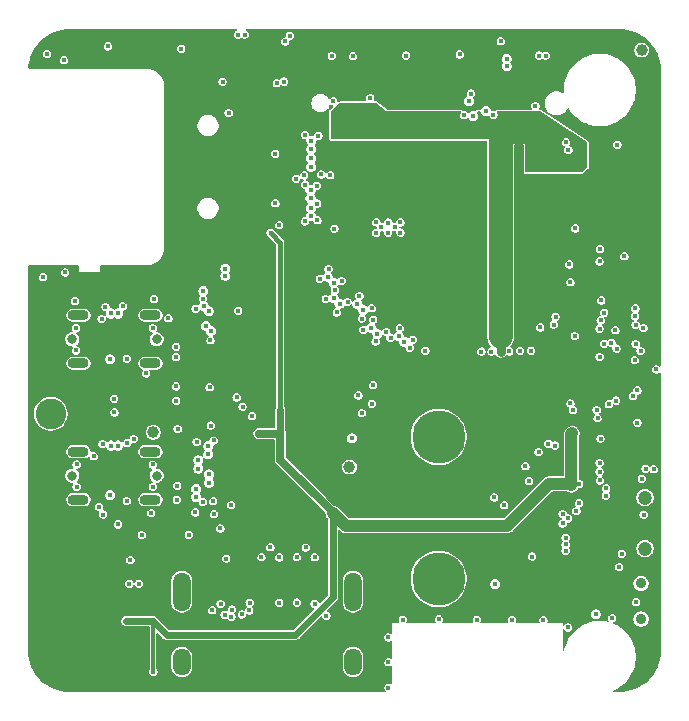
<source format=gbr>
%TF.GenerationSoftware,KiCad,Pcbnew,9.0.0*%
%TF.CreationDate,2025-03-28T16:29:38+01:00*%
%TF.ProjectId,CM5_MINIMA_3,434d355f-4d49-44e4-994d-415f332e6b69,2*%
%TF.SameCoordinates,Original*%
%TF.FileFunction,Copper,L4,Inr*%
%TF.FilePolarity,Positive*%
%FSLAX46Y46*%
G04 Gerber Fmt 4.6, Leading zero omitted, Abs format (unit mm)*
G04 Created by KiCad (PCBNEW 9.0.0) date 2025-03-28 16:29:38*
%MOMM*%
%LPD*%
G01*
G04 APERTURE LIST*
%TA.AperFunction,ComponentPad*%
%ADD10C,4.500000*%
%TD*%
%TA.AperFunction,ComponentPad*%
%ADD11C,2.600000*%
%TD*%
%TA.AperFunction,ComponentPad*%
%ADD12C,0.800000*%
%TD*%
%TA.AperFunction,ComponentPad*%
%ADD13O,1.800000X0.860000*%
%TD*%
%TA.AperFunction,ComponentPad*%
%ADD14C,1.000000*%
%TD*%
%TA.AperFunction,ComponentPad*%
%ADD15O,1.500000X3.300000*%
%TD*%
%TA.AperFunction,ComponentPad*%
%ADD16O,1.500000X2.300000*%
%TD*%
%TA.AperFunction,ComponentPad*%
%ADD17C,1.200000*%
%TD*%
%TA.AperFunction,ComponentPad*%
%ADD18C,0.900000*%
%TD*%
%TA.AperFunction,ViaPad*%
%ADD19C,0.450000*%
%TD*%
%TA.AperFunction,Conductor*%
%ADD20C,0.400000*%
%TD*%
%TA.AperFunction,Conductor*%
%ADD21C,0.600000*%
%TD*%
%TA.AperFunction,Conductor*%
%ADD22C,0.700000*%
%TD*%
%TA.AperFunction,Conductor*%
%ADD23C,1.000000*%
%TD*%
%TA.AperFunction,Conductor*%
%ADD24C,0.300000*%
%TD*%
%TA.AperFunction,Conductor*%
%ADD25C,1.400000*%
%TD*%
%TA.AperFunction,Conductor*%
%ADD26C,0.800000*%
%TD*%
%TA.AperFunction,Conductor*%
%ADD27C,2.000000*%
%TD*%
G04 APERTURE END LIST*
D10*
%TO.N,N/C*%
%TO.C,M701*%
X35300000Y22125000D03*
%TD*%
%TO.N,N/C*%
%TO.C,M702*%
X35300000Y10100000D03*
%TD*%
D11*
%TO.N,GND*%
%TO.C,H101*%
X2450000Y24100000D03*
%TD*%
D12*
%TO.N,*%
%TO.C,J101*%
X11430000Y30400000D03*
X4270000Y30400000D03*
D13*
%TO.N,GND*%
X10900000Y28370000D03*
X10900000Y32430000D03*
X4800000Y28370000D03*
X4800000Y32430000D03*
%TD*%
D14*
%TO.N,GND*%
%TO.C,TP105*%
X11130000Y22530000D03*
%TD*%
D15*
%TO.N,GND*%
%TO.C,J501*%
X28040000Y9030000D03*
X13540000Y9030000D03*
D16*
X13540000Y3070000D03*
X28040000Y3070000D03*
%TD*%
D12*
%TO.N,*%
%TO.C,USB701*%
X11430000Y18850000D03*
X4270000Y18850000D03*
D13*
%TO.N,GND*%
X10900000Y16820000D03*
X10900000Y20880000D03*
X4800000Y16820000D03*
X4800000Y20880000D03*
%TD*%
D17*
%TO.N,GND*%
%TO.C,SW501*%
X52770000Y16980000D03*
X52770000Y12680000D03*
%TD*%
D14*
%TO.N,GND*%
%TO.C,TP104*%
X52490000Y54890000D03*
%TD*%
%TO.N,GND*%
%TO.C,TP106*%
X27750000Y19580000D03*
%TD*%
D18*
%TO.N,*%
%TO.C,SW101*%
X52440000Y9720000D03*
X52440000Y6720000D03*
%TD*%
D19*
%TO.N,GND*%
X7850000Y24210000D03*
X32540000Y54420000D03*
X46860000Y39790000D03*
X7300000Y55200000D03*
X27090000Y35340000D03*
X26680000Y32670000D03*
X43490000Y50140000D03*
X8560500Y33180000D03*
X39940000Y49400000D03*
X7820000Y25370000D03*
X45800000Y14800000D03*
X13080000Y25190000D03*
X10170000Y13820000D03*
X11100000Y17900000D03*
X38915000Y29360000D03*
X25040053Y40473670D03*
X4650000Y19800000D03*
X26120000Y44290000D03*
X31050000Y5150000D03*
X24800000Y11940000D03*
X21470000Y41920000D03*
X28040000Y54360000D03*
X25370000Y44350000D03*
X49490000Y17790000D03*
X52120000Y26069998D03*
X53507714Y19393035D03*
X25980000Y36350000D03*
X29760000Y32040000D03*
X30005000Y39390000D03*
X45150252Y21399932D03*
X32260000Y6660000D03*
X51930000Y32370000D03*
X16250000Y21830000D03*
X21050000Y12790000D03*
X51910000Y28630000D03*
X31050000Y900000D03*
X32055000Y40290585D03*
X49010000Y21990000D03*
X23910000Y44280000D03*
X25240000Y35510000D03*
X13070000Y29760000D03*
X4510000Y33640000D03*
X29640000Y33020000D03*
X19260000Y7440000D03*
X44170000Y6610000D03*
X37480000Y49360000D03*
X30025000Y40305415D03*
X31230000Y30510000D03*
X31040000Y40280000D03*
X52640000Y31350000D03*
X17520000Y49560000D03*
X49070000Y33690000D03*
X46820000Y30670000D03*
X14150000Y13850000D03*
X31020000Y39420000D03*
X23230000Y43980000D03*
X46460000Y35230000D03*
X24050000Y12770000D03*
X24800000Y8000000D03*
X12420000Y32180000D03*
X4600000Y31350000D03*
X10530000Y27500000D03*
X15340000Y16620000D03*
X16130000Y7460000D03*
X48960000Y38030000D03*
X14810000Y21705000D03*
X49700000Y24900000D03*
X46050000Y13600000D03*
X52400000Y29410000D03*
X41510000Y6630000D03*
X46090000Y47080000D03*
X16820000Y14380000D03*
X25120000Y47640000D03*
X14690000Y15730000D03*
X23999945Y43492045D03*
X46670000Y24390000D03*
X23300000Y8100000D03*
X32849147Y29674321D03*
X28590000Y34060000D03*
X2150000Y54550000D03*
X46250000Y6000000D03*
X25740000Y33810000D03*
X25790000Y6990000D03*
X28800000Y32150000D03*
X26520000Y34550000D03*
X23990000Y47700000D03*
X30860000Y31010000D03*
X28930000Y31190000D03*
X15910000Y26330000D03*
X46050000Y12467500D03*
X9100000Y9700000D03*
X21466457Y46110958D03*
X15980000Y30320000D03*
X7090000Y33130000D03*
X13160000Y17990000D03*
X51025000Y37425000D03*
X48920000Y36990000D03*
X20300000Y11950000D03*
X48750000Y23720000D03*
X26250000Y54390000D03*
X18309997Y56200000D03*
X21800000Y8100000D03*
X27590000Y33560000D03*
X9920000Y9710000D03*
X4600000Y29450000D03*
X49930000Y30110000D03*
X22310000Y55610000D03*
X4650000Y17900000D03*
X17000000Y52200000D03*
X13130000Y16800000D03*
X16220000Y16690000D03*
X45800000Y15600000D03*
X31050000Y3050000D03*
X14713995Y32976004D03*
X13060000Y28900000D03*
X13200000Y22800000D03*
X17310000Y11830000D03*
X40560000Y55630000D03*
X16270000Y15580000D03*
X35320000Y6695000D03*
X46050000Y13045000D03*
X48930000Y28900000D03*
X46360000Y36740000D03*
X23973726Y40376183D03*
X11100000Y31350000D03*
X50430000Y46860000D03*
X32070000Y39420000D03*
X46280000Y46420000D03*
X37090000Y54520000D03*
X9200000Y11700000D03*
X11100000Y19800000D03*
X23300000Y11950000D03*
X6890000Y15560000D03*
X43800000Y54420000D03*
X21800000Y40060000D03*
X13500000Y55000000D03*
X10960000Y15680000D03*
X50810000Y12240000D03*
X38040000Y51200000D03*
X45200000Y32295000D03*
X11200000Y33800000D03*
X49020000Y32010000D03*
X24986325Y43395166D03*
X38540000Y6650000D03*
X53730000Y27840000D03*
X1800000Y35650000D03*
X16840000Y7990000D03*
X43120000Y29420000D03*
X16010000Y23095000D03*
X33120000Y30350000D03*
X17750000Y6900000D03*
X6840000Y21530000D03*
X26380000Y50550000D03*
X32010000Y31340000D03*
X17730000Y16360000D03*
X25025629Y41888245D03*
X48923266Y19923266D03*
X29970000Y30210000D03*
X29500000Y50820000D03*
X22210000Y52210000D03*
X46250000Y15227500D03*
X8920000Y21590000D03*
X15353281Y33835999D03*
X42190000Y29410000D03*
X21800000Y11930000D03*
X43900000Y31400000D03*
X13070000Y26410000D03*
X44370000Y54420000D03*
%TO.N,Net-(T401-SHIELD1)*%
X3675000Y36050000D03*
X3575000Y54025000D03*
%TO.N,/CM5/ETH_PI.TRD3_P*%
X24516770Y46512500D03*
%TO.N,/CM5/ETH_PI.TRD0_P*%
X24490000Y40820000D03*
%TO.N,/CM5/ETH_PI.TRD1_P*%
X24452021Y42325000D03*
%TO.N,/CM5/ETH_PI.TRD2_P*%
X24503854Y45012500D03*
%TO.N,/CM5/nLED_ACTIVITY*%
X52130000Y23330000D03*
%TO.N,/CM5/nRPIBOOT*%
X52500000Y18600000D03*
X52010000Y8130000D03*
%TO.N,/CM5/EEPROM_nWP*%
X48920000Y31290000D03*
X51950000Y33020000D03*
%TO.N,/CM5/PI_nLED_PWR*%
X52830000Y19440000D03*
%TO.N,/CM5/nLED_SPEED_100_1000*%
X51980000Y31600000D03*
X21600000Y52080000D03*
%TO.N,/SCL*%
X42650000Y19650000D03*
X40000000Y17000000D03*
X48925000Y19175000D03*
%TO.N,/SDA*%
X40850000Y16350000D03*
X42950000Y18400000D03*
X48950000Y18450000D03*
%TO.N,/CM5/GPIO5*%
X31600000Y39910000D03*
%TO.N,+3V3_PI*%
X11125000Y6525000D03*
X46500000Y18050000D03*
X46500000Y18600000D03*
X47200000Y18150000D03*
X21070000Y39425000D03*
X11150000Y2250000D03*
X46600000Y22430000D03*
X8875000Y6525000D03*
X20100000Y22410000D03*
X46600000Y21840000D03*
%TO.N,Net-(D702-K)*%
X18890000Y56200000D03*
X22690000Y56090000D03*
%TO.N,/CM5/CAM_GPIO0*%
X43760000Y20850000D03*
%TO.N,/CM5/PWR_BUT*%
X49450000Y17150000D03*
X52659409Y15540499D03*
%TO.N,/CM5/VBUS_EN*%
X18333721Y32812048D03*
X8150000Y14725000D03*
%TO.N,/CM5/PWM*%
X34175000Y29425000D03*
X50270000Y31160000D03*
%TO.N,/CM5/TACHO*%
X45050000Y31645000D03*
%TO.N,/CM5/CAM_GPIO1*%
X44590000Y21550000D03*
%TO.N,/USB_C.D_P*%
X7548000Y32579587D03*
X17250000Y36382000D03*
%TO.N,/CC2*%
X6764066Y32121560D03*
X46960000Y15850000D03*
%TO.N,/USB_C.D_N*%
X7500000Y28700000D03*
X17250000Y35778000D03*
X8152000Y32579587D03*
%TO.N,/CC1*%
X8900000Y28750000D03*
X47180000Y16500000D03*
%TO.N,+5V*%
X12280000Y12910000D03*
X51700000Y17800000D03*
X46940000Y13050000D03*
X50300000Y19100000D03*
X12872500Y14100000D03*
X53070000Y23270000D03*
X6175000Y28575000D03*
X51700000Y19450000D03*
X19380000Y33430000D03*
X53630000Y19960000D03*
X9525000Y32275000D03*
X20533333Y33430000D03*
X46940000Y12467500D03*
X6100000Y32475000D03*
X10060000Y23630000D03*
X51700000Y18900000D03*
X46960000Y14150000D03*
X9500000Y28250000D03*
X51150000Y45300000D03*
X6210000Y24130000D03*
X6275000Y28025000D03*
X6180000Y33050000D03*
X11870000Y25480000D03*
X21110000Y32720000D03*
X46940000Y11900000D03*
X19956667Y33430000D03*
X51700000Y18350000D03*
X46950000Y13600000D03*
X21110000Y33430000D03*
X50300000Y19675000D03*
X12872500Y13550000D03*
%TO.N,VBUS_USB2.0*%
X6550000Y16200000D03*
X6100000Y20500000D03*
%TO.N,/CM5/ETH_nLED_ACTIVITY*%
X49325000Y32650000D03*
X26480000Y39750000D03*
%TO.N,/CM5/ETH_PI.TRD0_N*%
X24490000Y41520000D03*
%TO.N,/CM5/ETH_PI.TRD2_N*%
X24503854Y45712500D03*
%TO.N,/CM5/ETH_PI.TRD1_N*%
X24452021Y43025000D03*
%TO.N,/CM5/ETH_PI.TRD3_N*%
X24516770Y47212500D03*
%TO.N,M2_3V3*%
X40550000Y29360000D03*
X43170000Y49400000D03*
X46950000Y47175000D03*
X47250000Y45200000D03*
X43210000Y12000000D03*
X50580000Y11110000D03*
X30040000Y50005000D03*
X39770000Y29360000D03*
X41280000Y29370000D03*
X50000000Y6790000D03*
X26986178Y50005000D03*
X29060000Y50005000D03*
X43800000Y49340000D03*
X45225000Y47725000D03*
X46950000Y46575000D03*
X44920000Y48380000D03*
%TO.N,/USB/CC1*%
X8900000Y16700000D03*
X9490000Y21960000D03*
%TO.N,/CM5/USB2P.D_P*%
X7548000Y21400000D03*
%TO.N,/CM5/USB2P.D_N*%
X8152000Y21400000D03*
X7500000Y17200000D03*
%TO.N,/CM5/PCIE_PI.TX_N*%
X16013547Y31116453D03*
%TO.N,/CM5/PCIE_PI.nWAKE*%
X39310000Y49710000D03*
%TO.N,/CM5/PCIE_PI.nCLKREQ*%
X37880000Y50570000D03*
%TO.N,/CM5/PCIE_PI.PWR_EN*%
X27950000Y22000000D03*
X48590990Y7103785D03*
X40100000Y9680000D03*
X15370000Y34500000D03*
%TO.N,/CM5/PCIE_PI.RX_N*%
X15834144Y32761133D03*
%TO.N,/CM5/PCIE_PI.CLK_P*%
X41050000Y54122000D03*
%TO.N,/CM5/PCIE_PI.RX_P*%
X15407050Y33188227D03*
%TO.N,/CM5/PCIE_PI.TX_P*%
X15586453Y31543547D03*
%TO.N,/CM5/PCIE_PI.CLK_N*%
X41050000Y53518000D03*
%TO.N,/CM5/PCIE_PI.nRST*%
X38230000Y49310000D03*
%TO.N,/CM5/DPHY0_P.D0_P*%
X26407488Y35192512D03*
%TO.N,/CM5/DPHY0_P.C_P*%
X28922789Y32859226D03*
%TO.N,/CM5/DPHY0_P.D1_P*%
X26907488Y33402512D03*
%TO.N,/CM5/DPHY0_P.D2_P*%
X30107437Y30864849D03*
%TO.N,/CM5/DPHY0_P.D3_N*%
X31912512Y30647488D03*
%TO.N,/CM5/DPHY0_P.D3_P*%
X32407488Y30152512D03*
%TO.N,/CM5/DPHY0_P.D0_N*%
X25912512Y35687488D03*
%TO.N,/CM5/DPHY0_P.D2_N*%
X29612461Y31359825D03*
%TO.N,/CM5/DPHY0_P.C_N*%
X28427813Y33354202D03*
%TO.N,/CM5/DPHY0_P.D1_N*%
X26412512Y33897488D03*
%TO.N,/CM5/HDMI_PI.CK_P*%
X14770701Y17750000D03*
%TO.N,/CM5/HDMI_PI.CK_N*%
X14770701Y17050000D03*
%TO.N,/CM5/HDMI_PI.D0_N*%
X15850000Y18250000D03*
%TO.N,/CM5/HDMI_PI.SCL*%
X18640000Y7100000D03*
%TO.N,/CM5/HDMI_PI.D2_P*%
X15795809Y21350000D03*
%TO.N,/CM5/HDMI_PI.D0_P*%
X15850000Y18950000D03*
%TO.N,/CM5/HDMI_PI.D1_N*%
X14962002Y19450000D03*
%TO.N,/CM5/HDMI_PI.HOTPLUG*%
X17183809Y7074180D03*
%TO.N,/CM5/HDMI_PI.D1_P*%
X14962002Y20150000D03*
%TO.N,/CM5/HDMI_PI.D2_N*%
X15795809Y20650000D03*
%TO.N,/CM5/HDMI_PI.SDA*%
X17800000Y7500000D03*
%TO.N,/CM5/HDMI_PI.CEC*%
X19300000Y8100000D03*
%TO.N,/CM5/MOSI_GPIO20*%
X50360000Y29600000D03*
X28500000Y25650000D03*
%TO.N,/CM5/MISO_GPIO19*%
X49310000Y30010000D03*
X29750000Y26500000D03*
%TO.N,/CM5/SCLK_GPIO21*%
X29650000Y24950000D03*
X51975000Y30000000D03*
%TO.N,/CM5/BL_GPIO18*%
X50310000Y25200000D03*
X18200000Y25480000D03*
%TO.N,/CM5/RST_GPIO27*%
X18700000Y24680000D03*
X46460000Y24960000D03*
%TO.N,/CM5/DC_GPI25*%
X19500000Y23880000D03*
X48680000Y24410000D03*
%TO.N,/CM5/GPIO4*%
X30460000Y39890000D03*
%TO.N,/CM5/CS_GPIO24*%
X28800000Y24150000D03*
X51760000Y25590000D03*
%TD*%
D20*
%TO.N,+3V3_PI*%
X21070000Y39425000D02*
X21070000Y39400000D01*
X21900000Y38570000D02*
X21900000Y24430000D01*
D21*
X11125000Y6525000D02*
X8875000Y6525000D01*
D22*
X20100000Y22410000D02*
X21900000Y22410000D01*
D23*
X46500000Y18050000D02*
X46400000Y18150000D01*
X44650000Y18150000D02*
X41100000Y14600000D01*
D21*
X21900000Y22410000D02*
X21900000Y24430000D01*
X12260000Y5390000D02*
X11125000Y6525000D01*
X26350000Y15680000D02*
X26350000Y8560000D01*
D20*
X21070000Y39400000D02*
X21900000Y38570000D01*
D24*
X11125000Y2275000D02*
X11150000Y2250000D01*
D23*
X46520000Y18620000D02*
X46520000Y22350000D01*
X46400000Y18150000D02*
X44650000Y18150000D01*
X46520000Y22350000D02*
X46600000Y22430000D01*
X46500000Y18600000D02*
X46500000Y18050000D01*
X27430000Y14600000D02*
X26350000Y15680000D01*
D24*
X11125000Y6525000D02*
X11125000Y2275000D01*
D22*
X21900000Y20200000D02*
X26350000Y15750000D01*
X21900000Y22410000D02*
X21900000Y20200000D01*
D21*
X26350000Y8560000D02*
X23180000Y5390000D01*
D22*
X26350000Y15750000D02*
X26350000Y15680000D01*
D21*
X8875000Y6525000D02*
X8850000Y6550000D01*
D23*
X46500000Y18600000D02*
X46520000Y18620000D01*
D21*
X23180000Y5390000D02*
X12260000Y5390000D01*
D23*
X41100000Y14600000D02*
X27430000Y14600000D01*
D25*
%TO.N,M2_3V3*%
X40550000Y47400000D02*
X40875000Y47725000D01*
X40875000Y47725000D02*
X45225000Y47725000D01*
D26*
X40550000Y30610000D02*
X40550000Y29360000D01*
D27*
X40550000Y30610000D02*
X40550000Y47400000D01*
%TD*%
%TA.AperFunction,Conductor*%
%TO.N,+5V*%
G36*
X18188347Y56647826D02*
G01*
X18210021Y56595500D01*
X18188347Y56543174D01*
X18173021Y56531414D01*
X18091718Y56484474D01*
X18025523Y56418279D01*
X17978725Y56337223D01*
X17978723Y56337219D01*
X17978723Y56337218D01*
X17954497Y56246803D01*
X17954497Y56153197D01*
X17974760Y56077573D01*
X17978723Y56062782D01*
X17978725Y56062778D01*
X18025523Y55981722D01*
X18025524Y55981721D01*
X18025526Y55981718D01*
X18091715Y55915529D01*
X18091717Y55915528D01*
X18091718Y55915527D01*
X18128183Y55894474D01*
X18172779Y55868726D01*
X18263194Y55844500D01*
X18263195Y55844500D01*
X18356799Y55844500D01*
X18356800Y55844500D01*
X18447215Y55868726D01*
X18528279Y55915529D01*
X18547674Y55934925D01*
X18599996Y55956598D01*
X18652321Y55934926D01*
X18671718Y55915529D01*
X18671720Y55915528D01*
X18671721Y55915527D01*
X18708186Y55894474D01*
X18752782Y55868726D01*
X18843197Y55844500D01*
X18843198Y55844500D01*
X18936802Y55844500D01*
X18936803Y55844500D01*
X19027218Y55868726D01*
X19108282Y55915529D01*
X19174471Y55981718D01*
X19221274Y56062782D01*
X19245500Y56153197D01*
X19245500Y56246803D01*
X19221274Y56337218D01*
X19199764Y56374474D01*
X19174473Y56418279D01*
X19174472Y56418280D01*
X19174471Y56418282D01*
X19108282Y56484471D01*
X19108279Y56484473D01*
X19108278Y56484474D01*
X19026976Y56531414D01*
X18992497Y56576348D01*
X18999890Y56632500D01*
X19044824Y56666979D01*
X19063976Y56669500D01*
X50535680Y56669500D01*
X50535684Y56669499D01*
X50599758Y56669500D01*
X50603387Y56669411D01*
X50622963Y56668450D01*
X50940973Y56652829D01*
X50948173Y56652120D01*
X51280709Y56602795D01*
X51287824Y56601379D01*
X51613922Y56519698D01*
X51620836Y56517601D01*
X51925186Y56408704D01*
X51937358Y56404349D01*
X51944066Y56401570D01*
X52141312Y56308282D01*
X52247958Y56257843D01*
X52254335Y56254435D01*
X52542690Y56081604D01*
X52548722Y56077573D01*
X52818727Y55877326D01*
X52824341Y55872719D01*
X53073423Y55646966D01*
X53078550Y55641839D01*
X53304307Y55392756D01*
X53308903Y55387156D01*
X53354609Y55325529D01*
X53509154Y55117149D01*
X53513189Y55111111D01*
X53686013Y54822773D01*
X53689436Y54816368D01*
X53833159Y54512493D01*
X53835938Y54505784D01*
X53949186Y54189278D01*
X53951294Y54182329D01*
X54032974Y53856250D01*
X54034391Y53849127D01*
X54083715Y53516611D01*
X54084427Y53509384D01*
X54100984Y53172362D01*
X54101073Y53168731D01*
X54101073Y28150331D01*
X54079399Y28098005D01*
X54027073Y28076331D01*
X53974748Y28098005D01*
X53948282Y28124471D01*
X53948279Y28124473D01*
X53948278Y28124474D01*
X53867222Y28171272D01*
X53867218Y28171274D01*
X53776803Y28195500D01*
X53683197Y28195500D01*
X53637989Y28183387D01*
X53592781Y28171274D01*
X53592777Y28171272D01*
X53511721Y28124474D01*
X53445526Y28058279D01*
X53398728Y27977223D01*
X53398726Y27977219D01*
X53398726Y27977218D01*
X53374500Y27886803D01*
X53374500Y27793197D01*
X53398726Y27702782D01*
X53398728Y27702778D01*
X53445526Y27621722D01*
X53445527Y27621721D01*
X53445529Y27621718D01*
X53511718Y27555529D01*
X53511720Y27555528D01*
X53511721Y27555527D01*
X53526833Y27546802D01*
X53592782Y27508726D01*
X53683197Y27484500D01*
X53683198Y27484500D01*
X53776802Y27484500D01*
X53776803Y27484500D01*
X53867218Y27508726D01*
X53948282Y27555529D01*
X53974748Y27581996D01*
X54027073Y27603669D01*
X54079399Y27581995D01*
X54101073Y27529669D01*
X54101073Y4031820D01*
X54100984Y4028189D01*
X54084400Y3690619D01*
X54083688Y3683392D01*
X54034363Y3350877D01*
X54032946Y3343755D01*
X53951270Y3017682D01*
X53949162Y3010732D01*
X53835913Y2694227D01*
X53833134Y2687518D01*
X53689412Y2383645D01*
X53685989Y2377240D01*
X53513167Y2088905D01*
X53509132Y2082867D01*
X53308890Y1812873D01*
X53304283Y1807259D01*
X53078529Y1558180D01*
X53073394Y1553046D01*
X52824334Y1327312D01*
X52818720Y1322704D01*
X52548702Y1122447D01*
X52542664Y1118413D01*
X52254344Y945602D01*
X52247940Y942179D01*
X51944057Y798456D01*
X51937348Y795677D01*
X51620849Y682433D01*
X51613899Y680325D01*
X51287821Y598648D01*
X51280698Y597231D01*
X50948185Y547910D01*
X50940958Y547198D01*
X50602840Y530590D01*
X50599211Y530501D01*
X50566930Y530501D01*
X50535684Y530501D01*
X50535680Y530501D01*
X50531140Y530500D01*
X50531139Y530501D01*
X50531139Y530500D01*
X50135321Y530500D01*
X50082995Y552174D01*
X50061321Y604500D01*
X50082995Y656826D01*
X50110881Y674347D01*
X50119208Y677261D01*
X50119212Y677264D01*
X50119215Y677264D01*
X50427910Y825924D01*
X50718018Y1008211D01*
X50985893Y1221834D01*
X51228166Y1464107D01*
X51441789Y1731982D01*
X51624076Y2022090D01*
X51772736Y2330785D01*
X51772736Y2330788D01*
X51772739Y2330792D01*
X51885892Y2654170D01*
X51885897Y2654183D01*
X51962139Y2988217D01*
X52000500Y3328688D01*
X52000500Y3671312D01*
X51962139Y4011783D01*
X51885897Y4345817D01*
X51874458Y4378508D01*
X51772739Y4669209D01*
X51700735Y4818726D01*
X51624076Y4977910D01*
X51441789Y5268018D01*
X51228166Y5535893D01*
X50985893Y5778166D01*
X50718018Y5991789D01*
X50427910Y6174076D01*
X50427908Y6174077D01*
X50123901Y6320480D01*
X50086162Y6362712D01*
X50089337Y6419260D01*
X50131569Y6456999D01*
X50136846Y6458627D01*
X50137218Y6458726D01*
X50218282Y6505529D01*
X50284471Y6571718D01*
X50331274Y6652782D01*
X50355500Y6743197D01*
X50355500Y6784069D01*
X51789500Y6784069D01*
X51789500Y6655931D01*
X51793763Y6634500D01*
X51814497Y6530261D01*
X51814498Y6530258D01*
X51858511Y6424000D01*
X51863535Y6411873D01*
X51934724Y6305331D01*
X52025331Y6214724D01*
X52131873Y6143535D01*
X52250256Y6094499D01*
X52250258Y6094499D01*
X52250260Y6094498D01*
X52292903Y6086016D01*
X52375931Y6069500D01*
X52375933Y6069500D01*
X52504067Y6069500D01*
X52504069Y6069500D01*
X52629744Y6094499D01*
X52748127Y6143535D01*
X52854669Y6214724D01*
X52945276Y6305331D01*
X53016465Y6411873D01*
X53065501Y6530256D01*
X53090500Y6655931D01*
X53090500Y6784069D01*
X53068539Y6894471D01*
X53065502Y6909740D01*
X53065501Y6909743D01*
X53064036Y6913279D01*
X53016465Y7028127D01*
X52945276Y7134669D01*
X52854669Y7225276D01*
X52748127Y7296465D01*
X52748124Y7296467D01*
X52748123Y7296467D01*
X52629742Y7345502D01*
X52629739Y7345503D01*
X52531472Y7365049D01*
X52504069Y7370500D01*
X52375931Y7370500D01*
X52348528Y7365049D01*
X52250260Y7345503D01*
X52250257Y7345502D01*
X52131876Y7296467D01*
X52025331Y7225277D01*
X52025330Y7225275D01*
X51934725Y7134670D01*
X51934723Y7134669D01*
X51863533Y7028124D01*
X51814498Y6909743D01*
X51814497Y6909740D01*
X51795520Y6814333D01*
X51789500Y6784069D01*
X50355500Y6784069D01*
X50355500Y6836803D01*
X50331274Y6927218D01*
X50311613Y6961272D01*
X50284473Y7008279D01*
X50284472Y7008280D01*
X50284471Y7008282D01*
X50218282Y7074471D01*
X50218279Y7074473D01*
X50218278Y7074474D01*
X50137222Y7121272D01*
X50137218Y7121274D01*
X50115015Y7127223D01*
X50046803Y7145500D01*
X49953197Y7145500D01*
X49912778Y7134670D01*
X49862781Y7121274D01*
X49862777Y7121272D01*
X49781721Y7074474D01*
X49715526Y7008279D01*
X49668728Y6927223D01*
X49668726Y6927219D01*
X49664992Y6913282D01*
X49644500Y6836803D01*
X49644500Y6743197D01*
X49661893Y6678285D01*
X49668726Y6652782D01*
X49668728Y6652778D01*
X49708855Y6583277D01*
X49716248Y6527125D01*
X49681769Y6482191D01*
X49628302Y6474132D01*
X49461786Y6512139D01*
X49315866Y6528580D01*
X49121312Y6550500D01*
X48778688Y6550500D01*
X48765892Y6549059D01*
X48709757Y6542735D01*
X48709758Y6542734D01*
X48667939Y6538022D01*
X48603402Y6530751D01*
X48532643Y6522778D01*
X48438213Y6512139D01*
X48104187Y6435899D01*
X48104169Y6435893D01*
X47780791Y6322740D01*
X47472091Y6174077D01*
X47181981Y5991789D01*
X46914103Y5778163D01*
X46671837Y5535897D01*
X46458211Y5268019D01*
X46275923Y4977909D01*
X46127260Y4669209D01*
X46014107Y4345831D01*
X46014101Y4345813D01*
X45946145Y4048077D01*
X45913370Y4001886D01*
X45857533Y3992399D01*
X45811342Y4025174D01*
X45800000Y4064544D01*
X45800000Y5792250D01*
X45821674Y5844576D01*
X45874000Y5866250D01*
X45926326Y5844576D01*
X45938086Y5829250D01*
X45965526Y5781722D01*
X45965527Y5781721D01*
X45965529Y5781718D01*
X46031718Y5715529D01*
X46112782Y5668726D01*
X46203197Y5644500D01*
X46203198Y5644500D01*
X46296802Y5644500D01*
X46296803Y5644500D01*
X46387218Y5668726D01*
X46468282Y5715529D01*
X46534471Y5781718D01*
X46581274Y5862782D01*
X46605500Y5953197D01*
X46605500Y6046803D01*
X46581274Y6137218D01*
X46534471Y6218282D01*
X46468282Y6284471D01*
X46468279Y6284473D01*
X46468278Y6284474D01*
X46387222Y6331272D01*
X46387218Y6331274D01*
X46296803Y6355500D01*
X46203197Y6355500D01*
X46157989Y6343387D01*
X46112781Y6331274D01*
X46112777Y6331272D01*
X46031721Y6284474D01*
X45965526Y6218279D01*
X45938086Y6170751D01*
X45893152Y6136272D01*
X45837000Y6143665D01*
X45802521Y6188599D01*
X45800000Y6207751D01*
X45800000Y6350000D01*
X44558558Y6350000D01*
X44506232Y6371674D01*
X44484558Y6424000D01*
X44494472Y6460999D01*
X44501270Y6472774D01*
X44501271Y6472778D01*
X44501274Y6472782D01*
X44525500Y6563197D01*
X44525500Y6656803D01*
X44501274Y6747218D01*
X44476743Y6789707D01*
X44454473Y6828279D01*
X44454472Y6828280D01*
X44454471Y6828282D01*
X44388282Y6894471D01*
X44388279Y6894473D01*
X44388278Y6894474D01*
X44307222Y6941272D01*
X44307218Y6941274D01*
X44295275Y6944474D01*
X44216803Y6965500D01*
X44123197Y6965500D01*
X44095288Y6958022D01*
X44032781Y6941274D01*
X44032777Y6941272D01*
X43951721Y6894474D01*
X43885526Y6828279D01*
X43838728Y6747223D01*
X43838726Y6747219D01*
X43833066Y6726095D01*
X43814500Y6656803D01*
X43814500Y6563197D01*
X43828181Y6512139D01*
X43838726Y6472782D01*
X43838729Y6472774D01*
X43845528Y6460999D01*
X43852920Y6404847D01*
X43818441Y6359914D01*
X43781442Y6350000D01*
X41887011Y6350000D01*
X41834685Y6371674D01*
X41813011Y6424000D01*
X41822925Y6461000D01*
X41835159Y6482191D01*
X41841274Y6492782D01*
X41865500Y6583197D01*
X41865500Y6676803D01*
X41841274Y6767218D01*
X41823950Y6797223D01*
X41794473Y6848279D01*
X41794472Y6848280D01*
X41794471Y6848282D01*
X41728282Y6914471D01*
X41728279Y6914473D01*
X41728278Y6914474D01*
X41647222Y6961272D01*
X41647218Y6961274D01*
X41631446Y6965500D01*
X41556803Y6985500D01*
X41463197Y6985500D01*
X41440696Y6979471D01*
X41372781Y6961274D01*
X41372777Y6961272D01*
X41291721Y6914474D01*
X41225526Y6848279D01*
X41178728Y6767223D01*
X41178726Y6767219D01*
X41172212Y6742908D01*
X41154500Y6676803D01*
X41154500Y6583197D01*
X41175311Y6505529D01*
X41178726Y6492782D01*
X41178728Y6492778D01*
X41197075Y6461000D01*
X41204467Y6404847D01*
X41169989Y6359914D01*
X41132989Y6350000D01*
X38905464Y6350000D01*
X38853138Y6371674D01*
X38831464Y6424000D01*
X38841378Y6461000D01*
X38857277Y6488540D01*
X38871274Y6512782D01*
X38895500Y6603197D01*
X38895500Y6696803D01*
X38871274Y6787218D01*
X38836018Y6848282D01*
X38824473Y6868279D01*
X38824472Y6868280D01*
X38824471Y6868282D01*
X38758282Y6934471D01*
X38758279Y6934473D01*
X38758278Y6934474D01*
X38677222Y6981272D01*
X38677218Y6981274D01*
X38639904Y6991272D01*
X38586803Y7005500D01*
X38493197Y7005500D01*
X38447989Y6993387D01*
X38402781Y6981274D01*
X38402777Y6981272D01*
X38321721Y6934474D01*
X38255526Y6868279D01*
X38208728Y6787223D01*
X38208726Y6787219D01*
X38198010Y6747223D01*
X38184500Y6696803D01*
X38184500Y6603197D01*
X38204044Y6530256D01*
X38208726Y6512782D01*
X38208728Y6512778D01*
X38238622Y6461000D01*
X38246014Y6404847D01*
X38211536Y6359914D01*
X38174536Y6350000D01*
X35656404Y6350000D01*
X35604078Y6371674D01*
X35582404Y6424000D01*
X35602377Y6472222D01*
X35601523Y6472877D01*
X35603969Y6476066D01*
X35604077Y6476325D01*
X35604471Y6476718D01*
X35651274Y6557782D01*
X35675500Y6648197D01*
X35675500Y6741803D01*
X35651274Y6832218D01*
X35622695Y6881718D01*
X35604473Y6913279D01*
X35604472Y6913280D01*
X35604471Y6913282D01*
X35538282Y6979471D01*
X35538279Y6979473D01*
X35538278Y6979474D01*
X35457222Y7026272D01*
X35457218Y7026274D01*
X35453094Y7027379D01*
X35366803Y7050500D01*
X35273197Y7050500D01*
X35262990Y7047765D01*
X35182781Y7026274D01*
X35182777Y7026272D01*
X35101721Y6979474D01*
X35035526Y6913279D01*
X34988728Y6832223D01*
X34988726Y6832219D01*
X34977235Y6789333D01*
X34964500Y6741803D01*
X34964500Y6648197D01*
X34981895Y6583277D01*
X34988726Y6557782D01*
X34988728Y6557778D01*
X35035526Y6476722D01*
X35035527Y6476721D01*
X35035529Y6476718D01*
X35035922Y6476325D01*
X35036030Y6476066D01*
X35038477Y6472877D01*
X35037622Y6472222D01*
X35057596Y6424000D01*
X35035922Y6371674D01*
X34983596Y6350000D01*
X32619690Y6350000D01*
X32567364Y6371674D01*
X32545690Y6424000D01*
X32555604Y6461000D01*
X32574264Y6493321D01*
X32591274Y6522782D01*
X32615500Y6613197D01*
X32615500Y6706803D01*
X32591274Y6797218D01*
X32565117Y6842522D01*
X32544473Y6878279D01*
X32544472Y6878280D01*
X32544471Y6878282D01*
X32478282Y6944471D01*
X32478279Y6944473D01*
X32478278Y6944474D01*
X32397222Y6991272D01*
X32397218Y6991274D01*
X32344124Y7005500D01*
X32306803Y7015500D01*
X32213197Y7015500D01*
X32175876Y7005500D01*
X32122781Y6991274D01*
X32122777Y6991272D01*
X32041721Y6944474D01*
X31975526Y6878279D01*
X31928728Y6797223D01*
X31928726Y6797219D01*
X31921092Y6768727D01*
X31904500Y6706803D01*
X31904500Y6613197D01*
X31916416Y6568726D01*
X31928726Y6522782D01*
X31928728Y6522778D01*
X31964396Y6461000D01*
X31971789Y6404848D01*
X31937310Y6359914D01*
X31900310Y6350000D01*
X31350000Y6350000D01*
X31350000Y5515464D01*
X31328326Y5463138D01*
X31276000Y5441464D01*
X31239000Y5451378D01*
X31187222Y5481272D01*
X31187218Y5481274D01*
X31096803Y5505500D01*
X31003197Y5505500D01*
X30957989Y5493387D01*
X30912781Y5481274D01*
X30912777Y5481272D01*
X30831721Y5434474D01*
X30765526Y5368279D01*
X30718728Y5287223D01*
X30718726Y5287219D01*
X30706613Y5242011D01*
X30694500Y5196803D01*
X30694500Y5103197D01*
X30709956Y5045514D01*
X30718726Y5012782D01*
X30718728Y5012778D01*
X30765526Y4931722D01*
X30765527Y4931721D01*
X30765529Y4931718D01*
X30831718Y4865529D01*
X30831720Y4865528D01*
X30831721Y4865527D01*
X30861001Y4848622D01*
X30912782Y4818726D01*
X31003197Y4794500D01*
X31003198Y4794500D01*
X31096802Y4794500D01*
X31096803Y4794500D01*
X31187218Y4818726D01*
X31238999Y4848622D01*
X31295152Y4856016D01*
X31340085Y4821538D01*
X31350000Y4784537D01*
X31350000Y3415464D01*
X31328326Y3363138D01*
X31276000Y3341464D01*
X31239000Y3351378D01*
X31187222Y3381272D01*
X31187218Y3381274D01*
X31096803Y3405500D01*
X31003197Y3405500D01*
X30957989Y3393387D01*
X30912781Y3381274D01*
X30912777Y3381272D01*
X30831721Y3334474D01*
X30765526Y3268279D01*
X30718728Y3187223D01*
X30718726Y3187219D01*
X30718726Y3187218D01*
X30694500Y3096803D01*
X30694500Y3003197D01*
X30718726Y2912782D01*
X30718728Y2912778D01*
X30765526Y2831722D01*
X30765527Y2831721D01*
X30765529Y2831718D01*
X30831718Y2765529D01*
X30831720Y2765528D01*
X30831721Y2765527D01*
X30861001Y2748622D01*
X30912782Y2718726D01*
X31003197Y2694500D01*
X31003198Y2694500D01*
X31096802Y2694500D01*
X31096803Y2694500D01*
X31187218Y2718726D01*
X31238999Y2748622D01*
X31295152Y2756016D01*
X31340085Y2721538D01*
X31350000Y2684537D01*
X31350000Y1265464D01*
X31328326Y1213138D01*
X31276000Y1191464D01*
X31239000Y1201378D01*
X31187222Y1231272D01*
X31187218Y1231274D01*
X31096803Y1255500D01*
X31003197Y1255500D01*
X30957989Y1243387D01*
X30912781Y1231274D01*
X30912777Y1231272D01*
X30831721Y1184474D01*
X30765526Y1118279D01*
X30718728Y1037223D01*
X30718726Y1037219D01*
X30718726Y1037218D01*
X30694500Y946803D01*
X30694500Y853197D01*
X30709172Y798439D01*
X30718726Y762782D01*
X30718728Y762778D01*
X30765526Y681722D01*
X30765527Y681721D01*
X30765529Y681718D01*
X30790422Y656825D01*
X30812096Y604500D01*
X30790422Y552174D01*
X30738096Y530500D01*
X4051819Y530500D01*
X4048188Y530589D01*
X3710617Y547173D01*
X3703390Y547885D01*
X3370873Y597210D01*
X3363751Y598627D01*
X3051191Y676919D01*
X3037677Y680304D01*
X3030728Y682411D01*
X2714221Y795660D01*
X2707512Y798439D01*
X2403637Y942161D01*
X2397232Y945584D01*
X2108896Y1118406D01*
X2102858Y1122441D01*
X1832857Y1322688D01*
X1827244Y1327295D01*
X1578173Y1553039D01*
X1573038Y1558174D01*
X1526447Y1609579D01*
X1347294Y1807245D01*
X1342687Y1812858D01*
X1142440Y2082859D01*
X1138405Y2088897D01*
X1013791Y2296803D01*
X965579Y2377241D01*
X962160Y2383638D01*
X960466Y2387219D01*
X818436Y2687518D01*
X815659Y2694222D01*
X815560Y2694500D01*
X702406Y3010742D01*
X700306Y3017665D01*
X618625Y3343755D01*
X617209Y3350874D01*
X607628Y3415464D01*
X567882Y3683406D01*
X567173Y3690604D01*
X550589Y4028189D01*
X550501Y4031843D01*
X550673Y4316665D01*
X552056Y6606680D01*
X8419500Y6606680D01*
X8419500Y6493321D01*
X8448836Y6383837D01*
X8448838Y6383832D01*
X8484113Y6322736D01*
X8505515Y6285667D01*
X8530512Y6260669D01*
X8530514Y6260667D01*
X8610667Y6180514D01*
X8621818Y6174076D01*
X8629744Y6169500D01*
X8687296Y6136272D01*
X8708833Y6123838D01*
X8708834Y6123838D01*
X8708836Y6123837D01*
X8763578Y6109169D01*
X8818320Y6094501D01*
X8818321Y6094500D01*
X8818323Y6094500D01*
X8818324Y6094500D01*
X10770500Y6094500D01*
X10822826Y6072826D01*
X10844500Y6020500D01*
X10844500Y2451689D01*
X10834587Y2414691D01*
X10818726Y2387218D01*
X10794500Y2296803D01*
X10794500Y2203197D01*
X10818726Y2112782D01*
X10818728Y2112778D01*
X10865526Y2031722D01*
X10865527Y2031721D01*
X10865529Y2031718D01*
X10931718Y1965529D01*
X10931720Y1965528D01*
X10931721Y1965527D01*
X10958753Y1949920D01*
X11012782Y1918726D01*
X11103197Y1894500D01*
X11103198Y1894500D01*
X11196802Y1894500D01*
X11196803Y1894500D01*
X11287218Y1918726D01*
X11368282Y1965529D01*
X11434471Y2031718D01*
X11481274Y2112782D01*
X11505500Y2203197D01*
X11505500Y2296803D01*
X11481274Y2387218D01*
X11434471Y2468282D01*
X11434469Y2468284D01*
X11427172Y2475582D01*
X11405500Y2527905D01*
X11405500Y3556721D01*
X12659500Y3556721D01*
X12659500Y2583280D01*
X12693335Y2413174D01*
X12693338Y2413164D01*
X12759708Y2252932D01*
X12853355Y2112778D01*
X12856071Y2108714D01*
X12978714Y1986071D01*
X13122927Y1889711D01*
X13122932Y1889709D01*
X13122931Y1889709D01*
X13283163Y1823339D01*
X13283168Y1823337D01*
X13453278Y1789500D01*
X13453280Y1789500D01*
X13626720Y1789500D01*
X13626722Y1789500D01*
X13796832Y1823337D01*
X13957073Y1889711D01*
X14101286Y1986071D01*
X14223929Y2108714D01*
X14320289Y2252927D01*
X14386663Y2413168D01*
X14420500Y2583278D01*
X14420500Y3556721D01*
X27159500Y3556721D01*
X27159500Y2583280D01*
X27193335Y2413174D01*
X27193338Y2413164D01*
X27259708Y2252932D01*
X27353355Y2112778D01*
X27356071Y2108714D01*
X27478714Y1986071D01*
X27622927Y1889711D01*
X27622932Y1889709D01*
X27622931Y1889709D01*
X27783163Y1823339D01*
X27783168Y1823337D01*
X27953278Y1789500D01*
X27953280Y1789500D01*
X28126720Y1789500D01*
X28126722Y1789500D01*
X28296832Y1823337D01*
X28457073Y1889711D01*
X28601286Y1986071D01*
X28723929Y2108714D01*
X28820289Y2252927D01*
X28886663Y2413168D01*
X28920500Y2583278D01*
X28920500Y3556722D01*
X28886663Y3726832D01*
X28820289Y3887073D01*
X28723929Y4031286D01*
X28601286Y4153929D01*
X28457073Y4250289D01*
X28457069Y4250291D01*
X28457067Y4250292D01*
X28457068Y4250292D01*
X28296836Y4316662D01*
X28296826Y4316665D01*
X28182909Y4339324D01*
X28126722Y4350500D01*
X27953278Y4350500D01*
X27905054Y4340908D01*
X27783173Y4316665D01*
X27783163Y4316662D01*
X27622931Y4250292D01*
X27478714Y4153930D01*
X27478713Y4153928D01*
X27356072Y4031287D01*
X27356070Y4031286D01*
X27259708Y3887069D01*
X27193338Y3726837D01*
X27193335Y3726827D01*
X27159500Y3556721D01*
X14420500Y3556721D01*
X14420500Y3556722D01*
X14386663Y3726832D01*
X14320289Y3887073D01*
X14223929Y4031286D01*
X14101286Y4153929D01*
X13957073Y4250289D01*
X13957069Y4250291D01*
X13957067Y4250292D01*
X13957068Y4250292D01*
X13796836Y4316662D01*
X13796826Y4316665D01*
X13682909Y4339324D01*
X13626722Y4350500D01*
X13453278Y4350500D01*
X13405054Y4340908D01*
X13283173Y4316665D01*
X13283163Y4316662D01*
X13122931Y4250292D01*
X12978714Y4153930D01*
X12978713Y4153928D01*
X12856072Y4031287D01*
X12856070Y4031286D01*
X12759708Y3887069D01*
X12693338Y3726837D01*
X12693335Y3726827D01*
X12659500Y3556721D01*
X11405500Y3556721D01*
X11405500Y5457030D01*
X11427174Y5509356D01*
X11479500Y5531030D01*
X11531825Y5509357D01*
X11915513Y5125668D01*
X11915514Y5125667D01*
X11995667Y5045514D01*
X12049018Y5014712D01*
X12093833Y4988838D01*
X12093834Y4988838D01*
X12093836Y4988837D01*
X12134620Y4977909D01*
X12203320Y4959501D01*
X12203321Y4959500D01*
X12203323Y4959500D01*
X23236679Y4959500D01*
X23236679Y4959501D01*
X23346167Y4988838D01*
X23387639Y5012782D01*
X23444333Y5045514D01*
X23524486Y5125667D01*
X23524487Y5125670D01*
X25324325Y6925508D01*
X25376650Y6947181D01*
X25428976Y6925507D01*
X25448127Y6892337D01*
X25458615Y6853197D01*
X25458727Y6852780D01*
X25458728Y6852778D01*
X25505526Y6771722D01*
X25505527Y6771721D01*
X25505529Y6771718D01*
X25571718Y6705529D01*
X25571720Y6705528D01*
X25571721Y6705527D01*
X25618905Y6678285D01*
X25652782Y6658726D01*
X25743197Y6634500D01*
X25743198Y6634500D01*
X25836802Y6634500D01*
X25836803Y6634500D01*
X25927218Y6658726D01*
X26008282Y6705529D01*
X26074471Y6771718D01*
X26121274Y6852782D01*
X26145500Y6943197D01*
X26145500Y7036803D01*
X26121274Y7127218D01*
X26102459Y7159806D01*
X48165490Y7159806D01*
X48165490Y7047765D01*
X48194485Y6939553D01*
X48194489Y6939544D01*
X48220502Y6894488D01*
X48250505Y6842522D01*
X48329727Y6763300D01*
X48426753Y6707282D01*
X48534969Y6678286D01*
X48534970Y6678285D01*
X48534972Y6678285D01*
X48590958Y6678285D01*
X48647008Y6678285D01*
X48755227Y6707282D01*
X48852253Y6763300D01*
X48931475Y6842522D01*
X48987493Y6939548D01*
X49016489Y7047765D01*
X49016490Y7047765D01*
X49016490Y7159805D01*
X49016489Y7159806D01*
X49011571Y7178159D01*
X48987493Y7268022D01*
X48931475Y7365048D01*
X48852253Y7444270D01*
X48820957Y7462339D01*
X48755231Y7500286D01*
X48755222Y7500290D01*
X48647010Y7529285D01*
X48647008Y7529285D01*
X48534972Y7529285D01*
X48534970Y7529285D01*
X48426757Y7500290D01*
X48426748Y7500286D01*
X48329726Y7444270D01*
X48250505Y7365049D01*
X48194489Y7268027D01*
X48194485Y7268018D01*
X48165490Y7159806D01*
X26102459Y7159806D01*
X26088489Y7184002D01*
X26074473Y7208279D01*
X26074472Y7208280D01*
X26074471Y7208282D01*
X26008282Y7274471D01*
X26008279Y7274473D01*
X26008278Y7274474D01*
X25927222Y7321272D01*
X25927220Y7321273D01*
X25927219Y7321274D01*
X25927218Y7321274D01*
X25887664Y7331873D01*
X25842733Y7366350D01*
X25835340Y7422503D01*
X25854491Y7455674D01*
X26614330Y8215513D01*
X26614333Y8215514D01*
X26694486Y8295667D01*
X26751162Y8393833D01*
X26769233Y8461274D01*
X26780500Y8503323D01*
X26780500Y8616677D01*
X26780500Y10016722D01*
X27159500Y10016722D01*
X27159500Y8043278D01*
X27169544Y7992782D01*
X27193335Y7873174D01*
X27193338Y7873164D01*
X27259708Y7712932D01*
X27259710Y7712929D01*
X27259711Y7712927D01*
X27295925Y7658729D01*
X27337024Y7597219D01*
X27356071Y7568714D01*
X27478714Y7446071D01*
X27622927Y7349711D01*
X27622932Y7349709D01*
X27622931Y7349709D01*
X27783163Y7283339D01*
X27783168Y7283337D01*
X27953278Y7249500D01*
X27953280Y7249500D01*
X28126720Y7249500D01*
X28126722Y7249500D01*
X28296832Y7283337D01*
X28457073Y7349711D01*
X28601286Y7446071D01*
X28723929Y7568714D01*
X28820289Y7712927D01*
X28886663Y7873168D01*
X28920500Y8043278D01*
X28920500Y10016722D01*
X28886663Y10186832D01*
X28858002Y10256026D01*
X32919500Y10256026D01*
X32919500Y9943974D01*
X32924007Y9909743D01*
X32960230Y9634593D01*
X33040995Y9333175D01*
X33040997Y9333168D01*
X33160409Y9044882D01*
X33160412Y9044874D01*
X33316436Y8774631D01*
X33316440Y8774625D01*
X33506405Y8527059D01*
X33727059Y8306405D01*
X33813129Y8240361D01*
X33974624Y8116441D01*
X33974630Y8116437D01*
X34101346Y8043278D01*
X34244873Y7960413D01*
X34533171Y7840996D01*
X34834591Y7760231D01*
X35143974Y7719500D01*
X35143976Y7719500D01*
X35456024Y7719500D01*
X35456026Y7719500D01*
X35765409Y7760231D01*
X36066829Y7840996D01*
X36355127Y7960413D01*
X36625373Y8116439D01*
X36704041Y8176803D01*
X51654500Y8176803D01*
X51654500Y8083197D01*
X51665196Y8043278D01*
X51678726Y7992782D01*
X51678728Y7992778D01*
X51725526Y7911722D01*
X51725527Y7911721D01*
X51725529Y7911718D01*
X51791718Y7845529D01*
X51791720Y7845528D01*
X51791721Y7845527D01*
X51816408Y7831274D01*
X51872782Y7798726D01*
X51963197Y7774500D01*
X51963198Y7774500D01*
X52056802Y7774500D01*
X52056803Y7774500D01*
X52147218Y7798726D01*
X52228282Y7845529D01*
X52294471Y7911718D01*
X52341274Y7992782D01*
X52365500Y8083197D01*
X52365500Y8176803D01*
X52341274Y8267218D01*
X52318649Y8306405D01*
X52294473Y8348279D01*
X52294472Y8348280D01*
X52294471Y8348282D01*
X52228282Y8414471D01*
X52228279Y8414473D01*
X52228278Y8414474D01*
X52147222Y8461272D01*
X52147218Y8461274D01*
X52147214Y8461275D01*
X52056803Y8485500D01*
X51963197Y8485500D01*
X51917989Y8473387D01*
X51872781Y8461274D01*
X51872777Y8461272D01*
X51791721Y8414474D01*
X51725526Y8348279D01*
X51678728Y8267223D01*
X51678726Y8267219D01*
X51678726Y8267218D01*
X51654500Y8176803D01*
X36704041Y8176803D01*
X36872941Y8306405D01*
X37093595Y8527059D01*
X37283561Y8774627D01*
X37439587Y9044873D01*
X37559004Y9333171D01*
X37639769Y9634591D01*
X37653122Y9736021D01*
X39674500Y9736021D01*
X39674500Y9623980D01*
X39703495Y9515768D01*
X39703499Y9515759D01*
X39723153Y9481718D01*
X39759515Y9418737D01*
X39838737Y9339515D01*
X39935763Y9283497D01*
X40043979Y9254501D01*
X40043980Y9254500D01*
X40043982Y9254500D01*
X40156020Y9254500D01*
X40156020Y9254501D01*
X40264237Y9283497D01*
X40361263Y9339515D01*
X40440485Y9418737D01*
X40496503Y9515763D01*
X40525499Y9623980D01*
X40525500Y9623980D01*
X40525500Y9736020D01*
X40525499Y9736021D01*
X40521612Y9750527D01*
X40512625Y9784069D01*
X51789500Y9784069D01*
X51789500Y9655931D01*
X51790044Y9653197D01*
X51814497Y9530261D01*
X51814498Y9530258D01*
X51862020Y9415529D01*
X51863535Y9411873D01*
X51934724Y9305331D01*
X52025331Y9214724D01*
X52131873Y9143535D01*
X52250256Y9094499D01*
X52250258Y9094499D01*
X52250260Y9094498D01*
X52292903Y9086016D01*
X52375931Y9069500D01*
X52375933Y9069500D01*
X52504067Y9069500D01*
X52504069Y9069500D01*
X52629744Y9094499D01*
X52748127Y9143535D01*
X52854669Y9214724D01*
X52945276Y9305331D01*
X53016465Y9411873D01*
X53065501Y9530256D01*
X53090500Y9655931D01*
X53090500Y9784069D01*
X53065501Y9909744D01*
X53016465Y10028127D01*
X52945276Y10134669D01*
X52854669Y10225276D01*
X52847404Y10230130D01*
X52808648Y10256026D01*
X52748127Y10296465D01*
X52748124Y10296467D01*
X52748123Y10296467D01*
X52629742Y10345502D01*
X52629739Y10345503D01*
X52539696Y10363414D01*
X52504069Y10370500D01*
X52375931Y10370500D01*
X52344726Y10364293D01*
X52250260Y10345503D01*
X52250257Y10345502D01*
X52131876Y10296467D01*
X52025331Y10225277D01*
X52025330Y10225275D01*
X51934725Y10134670D01*
X51934723Y10134669D01*
X51863533Y10028124D01*
X51814498Y9909743D01*
X51814497Y9909740D01*
X51795686Y9815169D01*
X51789500Y9784069D01*
X40512625Y9784069D01*
X40496503Y9844237D01*
X40440485Y9941263D01*
X40361263Y10020485D01*
X40325259Y10041272D01*
X40264241Y10076501D01*
X40264232Y10076505D01*
X40156020Y10105500D01*
X40156018Y10105500D01*
X40043982Y10105500D01*
X40043980Y10105500D01*
X39935767Y10076505D01*
X39935758Y10076501D01*
X39838736Y10020485D01*
X39759515Y9941264D01*
X39703499Y9844242D01*
X39703495Y9844233D01*
X39674500Y9736021D01*
X37653122Y9736021D01*
X37680500Y9943974D01*
X37680500Y10256026D01*
X37639769Y10565409D01*
X37559004Y10866829D01*
X37439587Y11155127D01*
X37438619Y11156803D01*
X50224500Y11156803D01*
X50224500Y11063197D01*
X50248726Y10972782D01*
X50248728Y10972778D01*
X50295526Y10891722D01*
X50295527Y10891721D01*
X50295529Y10891718D01*
X50361718Y10825529D01*
X50361720Y10825528D01*
X50361721Y10825527D01*
X50418701Y10792630D01*
X50442782Y10778726D01*
X50533197Y10754500D01*
X50533198Y10754500D01*
X50626802Y10754500D01*
X50626803Y10754500D01*
X50717218Y10778726D01*
X50798282Y10825529D01*
X50864471Y10891718D01*
X50911274Y10972782D01*
X50935500Y11063197D01*
X50935500Y11156803D01*
X50911274Y11247218D01*
X50864471Y11328282D01*
X50798282Y11394471D01*
X50798279Y11394473D01*
X50798278Y11394474D01*
X50717222Y11441272D01*
X50717218Y11441274D01*
X50626803Y11465500D01*
X50533197Y11465500D01*
X50487989Y11453387D01*
X50442781Y11441274D01*
X50442777Y11441272D01*
X50361721Y11394474D01*
X50295526Y11328279D01*
X50248728Y11247223D01*
X50248726Y11247219D01*
X50248726Y11247218D01*
X50224500Y11156803D01*
X37438619Y11156803D01*
X37283563Y11425370D01*
X37283559Y11425376D01*
X37150542Y11598726D01*
X37093595Y11672941D01*
X36872941Y11893595D01*
X36764504Y11976802D01*
X36743466Y11992945D01*
X36673277Y12046803D01*
X42854500Y12046803D01*
X42854500Y11953197D01*
X42878726Y11862782D01*
X42878728Y11862778D01*
X42925526Y11781722D01*
X42925527Y11781721D01*
X42925529Y11781718D01*
X42991718Y11715529D01*
X42991720Y11715528D01*
X42991721Y11715527D01*
X43031116Y11692782D01*
X43072782Y11668726D01*
X43163197Y11644500D01*
X43163198Y11644500D01*
X43256802Y11644500D01*
X43256803Y11644500D01*
X43347218Y11668726D01*
X43428282Y11715529D01*
X43494471Y11781718D01*
X43541274Y11862782D01*
X43565500Y11953197D01*
X43565500Y12046803D01*
X43541274Y12137218D01*
X43496751Y12214333D01*
X43494473Y12218279D01*
X43494472Y12218280D01*
X43494471Y12218282D01*
X43428282Y12284471D01*
X43428279Y12284473D01*
X43428278Y12284474D01*
X43347222Y12331272D01*
X43347218Y12331274D01*
X43337111Y12333982D01*
X43256803Y12355500D01*
X43163197Y12355500D01*
X43117989Y12343387D01*
X43072781Y12331274D01*
X43072777Y12331272D01*
X42991721Y12284474D01*
X42925526Y12218279D01*
X42878728Y12137223D01*
X42878726Y12137219D01*
X42872125Y12112583D01*
X42854500Y12046803D01*
X36673277Y12046803D01*
X36625375Y12083560D01*
X36625369Y12083564D01*
X36355126Y12239588D01*
X36355118Y12239591D01*
X36066832Y12359003D01*
X36066830Y12359004D01*
X36066829Y12359004D01*
X35998853Y12377218D01*
X35765407Y12439770D01*
X35537486Y12469776D01*
X35456026Y12480500D01*
X35143974Y12480500D01*
X35071990Y12471024D01*
X34834592Y12439770D01*
X34533174Y12359005D01*
X34533167Y12359003D01*
X34244881Y12239591D01*
X34244873Y12239588D01*
X33974630Y12083564D01*
X33974624Y12083560D01*
X33727058Y11893595D01*
X33506405Y11672942D01*
X33316440Y11425376D01*
X33316436Y11425370D01*
X33160412Y11155127D01*
X33160409Y11155119D01*
X33040997Y10866833D01*
X33040995Y10866826D01*
X32960230Y10565408D01*
X32924862Y10296756D01*
X32919500Y10256026D01*
X28858002Y10256026D01*
X28820940Y10345502D01*
X28820291Y10347069D01*
X28820290Y10347071D01*
X28820289Y10347073D01*
X28723929Y10491286D01*
X28601286Y10613929D01*
X28457073Y10710289D01*
X28457069Y10710291D01*
X28457067Y10710292D01*
X28457068Y10710292D01*
X28296836Y10776662D01*
X28296826Y10776665D01*
X28182909Y10799324D01*
X28126722Y10810500D01*
X27953278Y10810500D01*
X27905054Y10800908D01*
X27783173Y10776665D01*
X27783163Y10776662D01*
X27622931Y10710292D01*
X27478714Y10613930D01*
X27478713Y10613928D01*
X27356072Y10491287D01*
X27356070Y10491286D01*
X27259708Y10347069D01*
X27193338Y10186837D01*
X27193335Y10186827D01*
X27167213Y10055500D01*
X27159500Y10016722D01*
X26780500Y10016722D01*
X26780500Y13646803D01*
X45694500Y13646803D01*
X45694500Y13553197D01*
X45711774Y13488729D01*
X45718726Y13462782D01*
X45718728Y13462778D01*
X45765527Y13381721D01*
X45765528Y13381719D01*
X45772423Y13374823D01*
X45794095Y13322496D01*
X45772423Y13270177D01*
X45765530Y13263284D01*
X45765527Y13263280D01*
X45718728Y13182223D01*
X45718726Y13182219D01*
X45718726Y13182218D01*
X45694500Y13091803D01*
X45694500Y12998197D01*
X45713517Y12927223D01*
X45718726Y12907782D01*
X45718728Y12907778D01*
X45765526Y12826722D01*
X45765527Y12826721D01*
X45765529Y12826718D01*
X45775444Y12816803D01*
X45783672Y12808575D01*
X45805345Y12756248D01*
X45783672Y12703925D01*
X45765526Y12685779D01*
X45718728Y12604723D01*
X45718726Y12604719D01*
X45718726Y12604718D01*
X45694500Y12514303D01*
X45694500Y12420697D01*
X45711969Y12355500D01*
X45718726Y12330282D01*
X45718728Y12330278D01*
X45765526Y12249222D01*
X45765527Y12249221D01*
X45765529Y12249218D01*
X45831718Y12183029D01*
X45912782Y12136226D01*
X46003197Y12112000D01*
X46003198Y12112000D01*
X46096802Y12112000D01*
X46096803Y12112000D01*
X46187218Y12136226D01*
X46268282Y12183029D01*
X46334471Y12249218D01*
X46355419Y12285500D01*
X46356171Y12286803D01*
X50454500Y12286803D01*
X50454500Y12193197D01*
X50469498Y12137223D01*
X50478726Y12102782D01*
X50478728Y12102778D01*
X50525526Y12021722D01*
X50525527Y12021721D01*
X50525529Y12021718D01*
X50591718Y11955529D01*
X50591720Y11955528D01*
X50591721Y11955527D01*
X50595757Y11953197D01*
X50672782Y11908726D01*
X50763197Y11884500D01*
X50763198Y11884500D01*
X50856802Y11884500D01*
X50856803Y11884500D01*
X50947218Y11908726D01*
X51028282Y11955529D01*
X51094471Y12021718D01*
X51141274Y12102782D01*
X51165500Y12193197D01*
X51165500Y12286803D01*
X51141274Y12377218D01*
X51094471Y12458282D01*
X51028282Y12524471D01*
X51028279Y12524473D01*
X51028278Y12524474D01*
X50947222Y12571272D01*
X50947218Y12571274D01*
X50945546Y12571722D01*
X50856803Y12595500D01*
X50763197Y12595500D01*
X50717989Y12583387D01*
X50672781Y12571274D01*
X50672777Y12571272D01*
X50591721Y12524474D01*
X50525526Y12458279D01*
X50478728Y12377223D01*
X50478726Y12377219D01*
X50478726Y12377218D01*
X50454500Y12286803D01*
X46356171Y12286803D01*
X46380334Y12328653D01*
X46380735Y12329349D01*
X46381274Y12330282D01*
X46405500Y12420697D01*
X46405500Y12514303D01*
X46381274Y12604718D01*
X46334471Y12685782D01*
X46316327Y12703926D01*
X46296436Y12751948D01*
X52039500Y12751948D01*
X52039500Y12608053D01*
X52067570Y12466928D01*
X52067572Y12466921D01*
X52089285Y12414500D01*
X52122639Y12333978D01*
X52176174Y12253857D01*
X52202490Y12214471D01*
X52202583Y12214333D01*
X52304333Y12112583D01*
X52423978Y12032639D01*
X52556921Y11977572D01*
X52698052Y11949500D01*
X52841948Y11949500D01*
X52983079Y11977572D01*
X53116022Y12032639D01*
X53235667Y12112583D01*
X53337417Y12214333D01*
X53417361Y12333978D01*
X53472428Y12466921D01*
X53500500Y12608052D01*
X53500500Y12751948D01*
X53472428Y12893079D01*
X53417361Y13026022D01*
X53337417Y13145667D01*
X53235667Y13247417D01*
X53116022Y13327361D01*
X53116019Y13327363D01*
X53116018Y13327363D01*
X52983079Y13382428D01*
X52983072Y13382430D01*
X52841948Y13410500D01*
X52698052Y13410500D01*
X52556927Y13382430D01*
X52556920Y13382428D01*
X52423981Y13327363D01*
X52304333Y13247418D01*
X52304332Y13247416D01*
X52202584Y13145668D01*
X52202582Y13145667D01*
X52122637Y13026019D01*
X52067572Y12893080D01*
X52067570Y12893073D01*
X52039500Y12751948D01*
X46296436Y12751948D01*
X46294654Y12756250D01*
X46316327Y12808575D01*
X46334471Y12826718D01*
X46381274Y12907782D01*
X46405500Y12998197D01*
X46405500Y13091803D01*
X46381274Y13182218D01*
X46367370Y13206299D01*
X46334473Y13263279D01*
X46334472Y13263280D01*
X46334471Y13263282D01*
X46327577Y13270176D01*
X46305904Y13322500D01*
X46327577Y13374825D01*
X46334471Y13381718D01*
X46381274Y13462782D01*
X46405500Y13553197D01*
X46405500Y13646803D01*
X46381274Y13737218D01*
X46360500Y13773199D01*
X46334473Y13818279D01*
X46334472Y13818280D01*
X46334471Y13818282D01*
X46268282Y13884471D01*
X46268279Y13884473D01*
X46268278Y13884474D01*
X46187222Y13931272D01*
X46187218Y13931274D01*
X46096803Y13955500D01*
X46003197Y13955500D01*
X45957989Y13943387D01*
X45912781Y13931274D01*
X45912777Y13931272D01*
X45831721Y13884474D01*
X45765526Y13818279D01*
X45718728Y13737223D01*
X45718726Y13737219D01*
X45712177Y13712778D01*
X45694500Y13646803D01*
X26780500Y13646803D01*
X26780500Y14179187D01*
X26802174Y14231513D01*
X26854500Y14253187D01*
X26906825Y14231514D01*
X27028080Y14110258D01*
X27131346Y14041257D01*
X27131347Y14041257D01*
X27131348Y14041256D01*
X27171801Y14024500D01*
X27246090Y13993729D01*
X27367901Y13969500D01*
X41162100Y13969500D01*
X41283910Y13993729D01*
X41398654Y14041258D01*
X41416805Y14053386D01*
X41501920Y14110258D01*
X41589742Y14198080D01*
X41589742Y14198082D01*
X41593953Y14202292D01*
X41593958Y14202299D01*
X43038463Y15646803D01*
X45444500Y15646803D01*
X45444500Y15553197D01*
X45460442Y15493698D01*
X45468726Y15462782D01*
X45468728Y15462778D01*
X45515526Y15381722D01*
X45515527Y15381721D01*
X45515529Y15381718D01*
X45581718Y15315529D01*
X45581720Y15315528D01*
X45581721Y15315527D01*
X45662782Y15268726D01*
X45663646Y15268368D01*
X45663979Y15268035D01*
X45666982Y15266301D01*
X45666517Y15265497D01*
X45703696Y15228321D01*
X45703698Y15171684D01*
X45666518Y15134502D01*
X45666982Y15133699D01*
X45663986Y15131970D01*
X45663651Y15131634D01*
X45663646Y15131632D01*
X45662782Y15131275D01*
X45581721Y15084474D01*
X45515526Y15018279D01*
X45468728Y14937223D01*
X45468726Y14937219D01*
X45456613Y14892011D01*
X45444500Y14846803D01*
X45444500Y14753197D01*
X45464595Y14678199D01*
X45468726Y14662782D01*
X45468728Y14662778D01*
X45515526Y14581722D01*
X45515527Y14581721D01*
X45515529Y14581718D01*
X45581718Y14515529D01*
X45662782Y14468726D01*
X45753197Y14444500D01*
X45753198Y14444500D01*
X45846802Y14444500D01*
X45846803Y14444500D01*
X45937218Y14468726D01*
X46018282Y14515529D01*
X46084471Y14581718D01*
X46131274Y14662782D01*
X46155500Y14753197D01*
X46155500Y14798000D01*
X46177174Y14850326D01*
X46229500Y14872000D01*
X46296802Y14872000D01*
X46296803Y14872000D01*
X46387218Y14896226D01*
X46468282Y14943029D01*
X46534471Y15009218D01*
X46581274Y15090282D01*
X46605500Y15180697D01*
X46605500Y15274303D01*
X46581274Y15364718D01*
X46561639Y15398727D01*
X46534473Y15445779D01*
X46534472Y15445780D01*
X46534471Y15445782D01*
X46468282Y15511971D01*
X46468279Y15511973D01*
X46468278Y15511974D01*
X46387222Y15558772D01*
X46387218Y15558774D01*
X46362007Y15565529D01*
X46296803Y15583000D01*
X46228796Y15583000D01*
X46176470Y15604674D01*
X46157859Y15642415D01*
X46156755Y15642118D01*
X46155500Y15646803D01*
X46131274Y15737218D01*
X46096018Y15798282D01*
X46084473Y15818279D01*
X46084472Y15818280D01*
X46084471Y15818282D01*
X46018282Y15884471D01*
X46018279Y15884473D01*
X46018278Y15884474D01*
X45996924Y15896803D01*
X46604500Y15896803D01*
X46604500Y15803197D01*
X46626083Y15722645D01*
X46628726Y15712782D01*
X46628728Y15712778D01*
X46675526Y15631722D01*
X46675527Y15631721D01*
X46675529Y15631718D01*
X46741718Y15565529D01*
X46741720Y15565528D01*
X46741721Y15565527D01*
X46753421Y15558772D01*
X46822782Y15518726D01*
X46913197Y15494500D01*
X46913198Y15494500D01*
X47006802Y15494500D01*
X47006803Y15494500D01*
X47097218Y15518726D01*
X47178282Y15565529D01*
X47200055Y15587302D01*
X52303909Y15587302D01*
X52303909Y15493696D01*
X52316747Y15445782D01*
X52328135Y15403281D01*
X52328137Y15403277D01*
X52374935Y15322221D01*
X52374936Y15322220D01*
X52374938Y15322217D01*
X52441127Y15256028D01*
X52441129Y15256027D01*
X52441130Y15256026D01*
X52488413Y15228727D01*
X52522191Y15209225D01*
X52612606Y15184999D01*
X52612607Y15184999D01*
X52706211Y15184999D01*
X52706212Y15184999D01*
X52796627Y15209225D01*
X52877691Y15256028D01*
X52943880Y15322217D01*
X52990683Y15403281D01*
X53014909Y15493696D01*
X53014909Y15587302D01*
X52990683Y15677717D01*
X52967874Y15717223D01*
X52943882Y15758778D01*
X52943881Y15758779D01*
X52943880Y15758781D01*
X52877691Y15824970D01*
X52877688Y15824972D01*
X52877687Y15824973D01*
X52796631Y15871771D01*
X52796627Y15871773D01*
X52749236Y15884471D01*
X52706212Y15895999D01*
X52612606Y15895999D01*
X52569593Y15884474D01*
X52522190Y15871773D01*
X52522186Y15871771D01*
X52441130Y15824973D01*
X52374935Y15758778D01*
X52328137Y15677722D01*
X52328135Y15677718D01*
X52316207Y15633199D01*
X52303909Y15587302D01*
X47200055Y15587302D01*
X47244471Y15631718D01*
X47291274Y15712782D01*
X47315500Y15803197D01*
X47315500Y15896803D01*
X47291274Y15987218D01*
X47252214Y16054871D01*
X47244821Y16111023D01*
X47279300Y16155957D01*
X47297142Y16163347D01*
X47317218Y16168726D01*
X47398282Y16215529D01*
X47464471Y16281718D01*
X47511274Y16362782D01*
X47535500Y16453197D01*
X47535500Y16546803D01*
X47511274Y16637218D01*
X47483736Y16684914D01*
X47464473Y16718279D01*
X47464472Y16718280D01*
X47464471Y16718282D01*
X47398282Y16784471D01*
X47398279Y16784473D01*
X47398278Y16784474D01*
X47317222Y16831272D01*
X47317218Y16831274D01*
X47259261Y16846803D01*
X47226803Y16855500D01*
X47133197Y16855500D01*
X47100739Y16846803D01*
X47042781Y16831274D01*
X47042777Y16831272D01*
X46961721Y16784474D01*
X46895526Y16718279D01*
X46848728Y16637223D01*
X46848726Y16637219D01*
X46845318Y16624500D01*
X46824500Y16546803D01*
X46824500Y16453197D01*
X46839611Y16396802D01*
X46848726Y16362782D01*
X46848728Y16362778D01*
X46887785Y16295130D01*
X46895178Y16238978D01*
X46860699Y16194044D01*
X46842852Y16186652D01*
X46822786Y16181276D01*
X46822777Y16181272D01*
X46741721Y16134474D01*
X46675526Y16068279D01*
X46628728Y15987223D01*
X46628726Y15987219D01*
X46628726Y15987218D01*
X46604500Y15896803D01*
X45996924Y15896803D01*
X45937222Y15931272D01*
X45937218Y15931274D01*
X45915198Y15937174D01*
X45846803Y15955500D01*
X45753197Y15955500D01*
X45707989Y15943387D01*
X45662781Y15931274D01*
X45662777Y15931272D01*
X45581721Y15884474D01*
X45515526Y15818279D01*
X45468728Y15737223D01*
X45468726Y15737219D01*
X45462177Y15712778D01*
X45444500Y15646803D01*
X43038463Y15646803D01*
X44588464Y17196803D01*
X49094500Y17196803D01*
X49094500Y17103197D01*
X49113771Y17031274D01*
X49118726Y17012782D01*
X49118728Y17012778D01*
X49165526Y16931722D01*
X49165527Y16931721D01*
X49165529Y16931718D01*
X49231718Y16865529D01*
X49231720Y16865528D01*
X49231721Y16865527D01*
X49278916Y16838279D01*
X49312782Y16818726D01*
X49403197Y16794500D01*
X49403198Y16794500D01*
X49496802Y16794500D01*
X49496803Y16794500D01*
X49587218Y16818726D01*
X49668282Y16865529D01*
X49734471Y16931718D01*
X49781274Y17012782D01*
X49791768Y17051948D01*
X52039500Y17051948D01*
X52039500Y16908052D01*
X52043934Y16885759D01*
X52067570Y16766928D01*
X52067572Y16766921D01*
X52122434Y16634471D01*
X52122639Y16633978D01*
X52202583Y16514333D01*
X52304333Y16412583D01*
X52423978Y16332639D01*
X52556921Y16277572D01*
X52698052Y16249500D01*
X52841948Y16249500D01*
X52983079Y16277572D01*
X53116022Y16332639D01*
X53235667Y16412583D01*
X53337417Y16514333D01*
X53417361Y16633978D01*
X53472428Y16766921D01*
X53500500Y16908052D01*
X53500500Y17051948D01*
X53472428Y17193079D01*
X53417361Y17326022D01*
X53337417Y17445667D01*
X53235667Y17547417D01*
X53116022Y17627361D01*
X53116019Y17627363D01*
X53116018Y17627363D01*
X52983079Y17682428D01*
X52983072Y17682430D01*
X52841948Y17710500D01*
X52698052Y17710500D01*
X52556927Y17682430D01*
X52556920Y17682428D01*
X52423981Y17627363D01*
X52304333Y17547418D01*
X52304332Y17547416D01*
X52202584Y17445668D01*
X52202582Y17445667D01*
X52122637Y17326019D01*
X52067572Y17193080D01*
X52067570Y17193073D01*
X52039500Y17051948D01*
X49791768Y17051948D01*
X49805500Y17103197D01*
X49805500Y17196803D01*
X49781274Y17287218D01*
X49755838Y17331274D01*
X49734473Y17368279D01*
X49734472Y17368280D01*
X49734471Y17368282D01*
X49705077Y17397676D01*
X49683404Y17450000D01*
X49705078Y17502326D01*
X49708279Y17505528D01*
X49708282Y17505529D01*
X49774471Y17571718D01*
X49821274Y17652782D01*
X49845500Y17743197D01*
X49845500Y17836803D01*
X49821274Y17927218D01*
X49807370Y17951299D01*
X49774473Y18008279D01*
X49774472Y18008280D01*
X49774471Y18008282D01*
X49708282Y18074471D01*
X49708279Y18074473D01*
X49708278Y18074474D01*
X49627222Y18121272D01*
X49627218Y18121274D01*
X49605015Y18127223D01*
X49536803Y18145500D01*
X49443197Y18145500D01*
X49397989Y18133387D01*
X49352781Y18121274D01*
X49352777Y18121272D01*
X49303577Y18092867D01*
X49303569Y18092861D01*
X49271718Y18074471D01*
X49228441Y18031195D01*
X49228436Y18031190D01*
X49205526Y18008279D01*
X49158728Y17927223D01*
X49158726Y17927219D01*
X49146613Y17882011D01*
X49134500Y17836803D01*
X49134500Y17743197D01*
X49150782Y17682430D01*
X49158726Y17652782D01*
X49158728Y17652778D01*
X49205526Y17571722D01*
X49205527Y17571721D01*
X49205529Y17571718D01*
X49229829Y17547418D01*
X49234922Y17542325D01*
X49256595Y17489999D01*
X49234921Y17437674D01*
X49165526Y17368279D01*
X49118728Y17287223D01*
X49118726Y17287219D01*
X49118726Y17287218D01*
X49094500Y17196803D01*
X44588464Y17196803D01*
X44889487Y17497826D01*
X44941813Y17519500D01*
X46136631Y17519500D01*
X46170865Y17511105D01*
X46174414Y17509253D01*
X46201345Y17491258D01*
X46234953Y17477338D01*
X46316090Y17443729D01*
X46417690Y17423520D01*
X46437900Y17419500D01*
X46562099Y17419500D01*
X46683910Y17443729D01*
X46798654Y17491258D01*
X46901920Y17560258D01*
X46989742Y17648080D01*
X47058742Y17751346D01*
X47059429Y17753006D01*
X47059859Y17753436D01*
X47060455Y17754550D01*
X47060792Y17754370D01*
X47099471Y17793058D01*
X47146953Y17796173D01*
X47153197Y17794500D01*
X47246802Y17794500D01*
X47246803Y17794500D01*
X47337218Y17818726D01*
X47418282Y17865529D01*
X47484471Y17931718D01*
X47531274Y18012782D01*
X47555500Y18103197D01*
X47555500Y18196803D01*
X47531274Y18287218D01*
X47511613Y18321272D01*
X47484473Y18368279D01*
X47484472Y18368280D01*
X47484471Y18368282D01*
X47418282Y18434471D01*
X47418279Y18434473D01*
X47418278Y18434474D01*
X47337222Y18481272D01*
X47337218Y18481274D01*
X47260660Y18501787D01*
X47246803Y18505500D01*
X47224500Y18505500D01*
X47172174Y18527174D01*
X47150500Y18579500D01*
X47150500Y19970069D01*
X48567766Y19970069D01*
X48567766Y19876463D01*
X48585704Y19809515D01*
X48591992Y19786048D01*
X48591994Y19786044D01*
X48638792Y19704988D01*
X48638793Y19704987D01*
X48638795Y19704984D01*
X48704984Y19638795D01*
X48704986Y19638794D01*
X48704987Y19638793D01*
X48750148Y19612719D01*
X48784627Y19567785D01*
X48777234Y19511633D01*
X48750149Y19484548D01*
X48706723Y19459475D01*
X48706722Y19459475D01*
X48640526Y19393279D01*
X48593728Y19312223D01*
X48593726Y19312219D01*
X48585455Y19281350D01*
X48569500Y19221803D01*
X48569500Y19128197D01*
X48589515Y19053497D01*
X48593726Y19037782D01*
X48593728Y19037778D01*
X48640526Y18956722D01*
X48640527Y18956721D01*
X48640529Y18956718D01*
X48706718Y18890529D01*
X48706720Y18890528D01*
X48706722Y18890526D01*
X48743366Y18869370D01*
X48777845Y18824438D01*
X48770453Y18768285D01*
X48743370Y18741200D01*
X48731723Y18734475D01*
X48731722Y18734475D01*
X48665526Y18668279D01*
X48618728Y18587223D01*
X48618726Y18587219D01*
X48618726Y18587218D01*
X48594500Y18496803D01*
X48594500Y18403197D01*
X48618726Y18312782D01*
X48618728Y18312778D01*
X48665526Y18231722D01*
X48665527Y18231721D01*
X48665529Y18231718D01*
X48731718Y18165529D01*
X48731720Y18165528D01*
X48731721Y18165527D01*
X48764675Y18146501D01*
X48812782Y18118726D01*
X48903197Y18094500D01*
X48903198Y18094500D01*
X48996802Y18094500D01*
X48996803Y18094500D01*
X49087218Y18118726D01*
X49168282Y18165529D01*
X49234471Y18231718D01*
X49281274Y18312782D01*
X49305500Y18403197D01*
X49305500Y18496803D01*
X49281274Y18587218D01*
X49246872Y18646803D01*
X52144500Y18646803D01*
X52144500Y18553197D01*
X52159611Y18496802D01*
X52168726Y18462782D01*
X52168728Y18462778D01*
X52215526Y18381722D01*
X52215527Y18381721D01*
X52215529Y18381718D01*
X52281718Y18315529D01*
X52281720Y18315528D01*
X52281721Y18315527D01*
X52298186Y18306021D01*
X52362782Y18268726D01*
X52453197Y18244500D01*
X52453198Y18244500D01*
X52546802Y18244500D01*
X52546803Y18244500D01*
X52637218Y18268726D01*
X52718282Y18315529D01*
X52784471Y18381718D01*
X52831274Y18462782D01*
X52855500Y18553197D01*
X52855500Y18646803D01*
X52831274Y18737218D01*
X52805838Y18781274D01*
X52784473Y18818279D01*
X52784472Y18818280D01*
X52784471Y18818282D01*
X52718282Y18884471D01*
X52718279Y18884473D01*
X52718278Y18884474D01*
X52637222Y18931272D01*
X52637218Y18931274D01*
X52627223Y18933952D01*
X52546803Y18955500D01*
X52453197Y18955500D01*
X52407989Y18943387D01*
X52362781Y18931274D01*
X52362777Y18931272D01*
X52281721Y18884474D01*
X52215526Y18818279D01*
X52168728Y18737223D01*
X52168726Y18737219D01*
X52168726Y18737218D01*
X52144500Y18646803D01*
X49246872Y18646803D01*
X49234471Y18668282D01*
X49168282Y18734471D01*
X49168279Y18734473D01*
X49168278Y18734474D01*
X49131632Y18755631D01*
X49097154Y18800564D01*
X49104546Y18856717D01*
X49131634Y18883804D01*
X49132789Y18884471D01*
X49143282Y18890529D01*
X49209471Y18956718D01*
X49256274Y19037782D01*
X49280500Y19128197D01*
X49280500Y19221803D01*
X49256274Y19312218D01*
X49225496Y19365527D01*
X49209473Y19393279D01*
X49209472Y19393280D01*
X49209471Y19393282D01*
X49143282Y19459471D01*
X49095943Y19486803D01*
X52474500Y19486803D01*
X52474500Y19393197D01*
X52494453Y19318729D01*
X52498726Y19302782D01*
X52498728Y19302778D01*
X52545526Y19221722D01*
X52545527Y19221721D01*
X52545529Y19221718D01*
X52611718Y19155529D01*
X52692782Y19108726D01*
X52783197Y19084500D01*
X52783198Y19084500D01*
X52876802Y19084500D01*
X52876803Y19084500D01*
X52967218Y19108726D01*
X53048282Y19155529D01*
X53098047Y19205295D01*
X53150371Y19226969D01*
X53202697Y19205295D01*
X53214458Y19189968D01*
X53223239Y19174758D01*
X53223241Y19174756D01*
X53223243Y19174753D01*
X53289432Y19108564D01*
X53289434Y19108563D01*
X53289435Y19108562D01*
X53346415Y19075665D01*
X53370496Y19061761D01*
X53460911Y19037535D01*
X53460912Y19037535D01*
X53554516Y19037535D01*
X53554517Y19037535D01*
X53644932Y19061761D01*
X53725996Y19108564D01*
X53792185Y19174753D01*
X53838988Y19255817D01*
X53863214Y19346232D01*
X53863214Y19439838D01*
X53838988Y19530253D01*
X53811872Y19577219D01*
X53792187Y19611314D01*
X53792186Y19611315D01*
X53792185Y19611317D01*
X53725996Y19677506D01*
X53725993Y19677508D01*
X53725992Y19677509D01*
X53644936Y19724307D01*
X53644932Y19724309D01*
X53644316Y19724474D01*
X53554517Y19748535D01*
X53460911Y19748535D01*
X53445852Y19744500D01*
X53370495Y19724309D01*
X53370491Y19724307D01*
X53289434Y19677508D01*
X53289431Y19677506D01*
X53239666Y19627741D01*
X53187340Y19606067D01*
X53135015Y19627742D01*
X53123254Y19643069D01*
X53114473Y19658279D01*
X53114472Y19658280D01*
X53114471Y19658282D01*
X53048282Y19724471D01*
X53048279Y19724473D01*
X53048278Y19724474D01*
X52967222Y19771272D01*
X52967218Y19771274D01*
X52912079Y19786048D01*
X52876803Y19795500D01*
X52783197Y19795500D01*
X52747921Y19786048D01*
X52692781Y19771274D01*
X52692777Y19771272D01*
X52611721Y19724474D01*
X52545526Y19658279D01*
X52498728Y19577223D01*
X52498726Y19577219D01*
X52496193Y19567766D01*
X52474500Y19486803D01*
X49095943Y19486803D01*
X49094919Y19487394D01*
X49091915Y19489554D01*
X49078800Y19510722D01*
X49063638Y19530482D01*
X49064149Y19534369D01*
X49062086Y19537699D01*
X49067779Y19561938D01*
X49071031Y19586635D01*
X49074363Y19589967D01*
X49075037Y19592836D01*
X49080807Y19596412D01*
X49098117Y19613720D01*
X49099006Y19614233D01*
X49141548Y19638795D01*
X49207737Y19704984D01*
X49254540Y19786048D01*
X49278766Y19876463D01*
X49278766Y19970069D01*
X49254540Y20060484D01*
X49213670Y20131272D01*
X49207739Y20141545D01*
X49207738Y20141546D01*
X49207737Y20141548D01*
X49141548Y20207737D01*
X49141545Y20207739D01*
X49141544Y20207740D01*
X49060488Y20254538D01*
X49060484Y20254540D01*
X49027943Y20263259D01*
X48970069Y20278766D01*
X48876463Y20278766D01*
X48831255Y20266653D01*
X48786047Y20254540D01*
X48786043Y20254538D01*
X48704987Y20207740D01*
X48638792Y20141545D01*
X48591994Y20060489D01*
X48591992Y20060485D01*
X48591992Y20060484D01*
X48567766Y19970069D01*
X47150500Y19970069D01*
X47150500Y22036803D01*
X48654500Y22036803D01*
X48654500Y21943197D01*
X48671092Y21881274D01*
X48678726Y21852782D01*
X48678728Y21852778D01*
X48725526Y21771722D01*
X48725527Y21771721D01*
X48725529Y21771718D01*
X48791718Y21705529D01*
X48791720Y21705528D01*
X48791721Y21705527D01*
X48828309Y21684403D01*
X48872782Y21658726D01*
X48963197Y21634500D01*
X48963198Y21634500D01*
X49056802Y21634500D01*
X49056803Y21634500D01*
X49147218Y21658726D01*
X49228282Y21705529D01*
X49294471Y21771718D01*
X49341274Y21852782D01*
X49365500Y21943197D01*
X49365500Y22036803D01*
X49341274Y22127218D01*
X49321613Y22161272D01*
X49294473Y22208279D01*
X49294472Y22208280D01*
X49294471Y22208282D01*
X49228282Y22274471D01*
X49228279Y22274473D01*
X49228278Y22274474D01*
X49147222Y22321272D01*
X49147218Y22321274D01*
X49056803Y22345500D01*
X48963197Y22345500D01*
X48917989Y22333387D01*
X48872781Y22321274D01*
X48872777Y22321272D01*
X48791721Y22274474D01*
X48725526Y22208279D01*
X48678728Y22127223D01*
X48678726Y22127219D01*
X48670734Y22097391D01*
X48654500Y22036803D01*
X47150500Y22036803D01*
X47150500Y22097391D01*
X47158091Y22127680D01*
X47157351Y22127986D01*
X47200163Y22231346D01*
X47206270Y22246090D01*
X47230500Y22367900D01*
X47230500Y22492099D01*
X47206270Y22613910D01*
X47191879Y22648654D01*
X47158743Y22728652D01*
X47142342Y22753197D01*
X47089741Y22831920D01*
X47001920Y22919741D01*
X46975764Y22937218D01*
X46898651Y22988744D01*
X46783914Y23036269D01*
X46783904Y23036272D01*
X46702333Y23052497D01*
X46662099Y23060500D01*
X46537900Y23060500D01*
X46503368Y23053632D01*
X46416095Y23036272D01*
X46416085Y23036269D01*
X46301348Y22988744D01*
X46198080Y22919742D01*
X46030259Y22751921D01*
X46030257Y22751920D01*
X45998930Y22705034D01*
X45961257Y22648654D01*
X45913729Y22533911D01*
X45913727Y22533904D01*
X45892166Y22425503D01*
X45892166Y22425502D01*
X45889500Y22412100D01*
X45889500Y18854500D01*
X45867826Y18802174D01*
X45815500Y18780500D01*
X44587900Y18780500D01*
X44568363Y18776614D01*
X44466096Y18756273D01*
X44466089Y18756271D01*
X44351349Y18708744D01*
X44248080Y18639743D01*
X44248079Y18639741D01*
X44160258Y18551920D01*
X44160255Y18551917D01*
X42502130Y16893791D01*
X40860513Y15252174D01*
X40808187Y15230500D01*
X27721814Y15230500D01*
X27669488Y15252174D01*
X27458880Y15462782D01*
X26751920Y16169741D01*
X26715548Y16194044D01*
X26683394Y16215529D01*
X26648654Y16238742D01*
X26648652Y16238743D01*
X26648649Y16238745D01*
X26648650Y16238745D01*
X26533914Y16286270D01*
X26533904Y16286273D01*
X26505180Y16291986D01*
X26467291Y16312238D01*
X26382726Y16396803D01*
X40494500Y16396803D01*
X40494500Y16303197D01*
X40518726Y16212782D01*
X40518728Y16212778D01*
X40565526Y16131722D01*
X40565527Y16131721D01*
X40565529Y16131718D01*
X40631718Y16065529D01*
X40631720Y16065528D01*
X40631721Y16065527D01*
X40639091Y16061272D01*
X40712782Y16018726D01*
X40803197Y15994500D01*
X40803198Y15994500D01*
X40896802Y15994500D01*
X40896803Y15994500D01*
X40987218Y16018726D01*
X41068282Y16065529D01*
X41134471Y16131718D01*
X41181274Y16212782D01*
X41205500Y16303197D01*
X41205500Y16396803D01*
X41181274Y16487218D01*
X41167370Y16511299D01*
X41134473Y16568279D01*
X41134472Y16568280D01*
X41134471Y16568282D01*
X41068282Y16634471D01*
X41068279Y16634473D01*
X41068278Y16634474D01*
X40987222Y16681272D01*
X40987218Y16681274D01*
X40949904Y16691272D01*
X40896803Y16705500D01*
X40803197Y16705500D01*
X40757989Y16693387D01*
X40712781Y16681274D01*
X40712777Y16681272D01*
X40631721Y16634474D01*
X40565526Y16568279D01*
X40518728Y16487223D01*
X40518726Y16487219D01*
X40514574Y16471722D01*
X40494500Y16396803D01*
X26382726Y16396803D01*
X25780202Y16999327D01*
X25732726Y17046803D01*
X39644500Y17046803D01*
X39644500Y16953197D01*
X39668726Y16862782D01*
X39668728Y16862778D01*
X39715526Y16781722D01*
X39715527Y16781721D01*
X39715529Y16781718D01*
X39781718Y16715529D01*
X39781720Y16715528D01*
X39781721Y16715527D01*
X39792134Y16709515D01*
X39862782Y16668726D01*
X39953197Y16644500D01*
X39953198Y16644500D01*
X40046802Y16644500D01*
X40046803Y16644500D01*
X40137218Y16668726D01*
X40218282Y16715529D01*
X40284471Y16781718D01*
X40331274Y16862782D01*
X40355500Y16953197D01*
X40355500Y17046803D01*
X40331274Y17137218D01*
X40286809Y17214233D01*
X40284473Y17218279D01*
X40284472Y17218280D01*
X40284471Y17218282D01*
X40218282Y17284471D01*
X40218279Y17284473D01*
X40218278Y17284474D01*
X40137222Y17331272D01*
X40137218Y17331274D01*
X40046803Y17355500D01*
X39953197Y17355500D01*
X39907989Y17343387D01*
X39862781Y17331274D01*
X39862777Y17331272D01*
X39781721Y17284474D01*
X39715526Y17218279D01*
X39668728Y17137223D01*
X39668726Y17137219D01*
X39668726Y17137218D01*
X39644500Y17046803D01*
X25732726Y17046803D01*
X24380203Y18399327D01*
X24332727Y18446803D01*
X42594500Y18446803D01*
X42594500Y18353197D01*
X42611319Y18290425D01*
X42618726Y18262782D01*
X42618728Y18262778D01*
X42665526Y18181722D01*
X42665527Y18181721D01*
X42665529Y18181718D01*
X42731718Y18115529D01*
X42812782Y18068726D01*
X42903197Y18044500D01*
X42903198Y18044500D01*
X42996802Y18044500D01*
X42996803Y18044500D01*
X43087218Y18068726D01*
X43168282Y18115529D01*
X43234471Y18181718D01*
X43281274Y18262782D01*
X43305500Y18353197D01*
X43305500Y18446803D01*
X43281274Y18537218D01*
X43252406Y18587218D01*
X43234473Y18618279D01*
X43234472Y18618280D01*
X43234471Y18618282D01*
X43168282Y18684471D01*
X43168279Y18684473D01*
X43168278Y18684474D01*
X43087222Y18731272D01*
X43087218Y18731274D01*
X43065015Y18737223D01*
X42996803Y18755500D01*
X42903197Y18755500D01*
X42857989Y18743387D01*
X42812781Y18731274D01*
X42812777Y18731272D01*
X42731721Y18684474D01*
X42665526Y18618279D01*
X42618728Y18537223D01*
X42618726Y18537219D01*
X42607897Y18496803D01*
X42594500Y18446803D01*
X24332727Y18446803D01*
X23137431Y19642099D01*
X27119500Y19642099D01*
X27119500Y19517902D01*
X27143727Y19396097D01*
X27143729Y19396090D01*
X27180382Y19307601D01*
X27191258Y19281346D01*
X27231043Y19221803D01*
X27252314Y19189968D01*
X27260258Y19178080D01*
X27348080Y19090258D01*
X27451346Y19021258D01*
X27566090Y18973729D01*
X27687901Y18949500D01*
X27812099Y18949500D01*
X27933910Y18973729D01*
X28048654Y19021258D01*
X28151920Y19090258D01*
X28239742Y19178080D01*
X28308742Y19281346D01*
X28356271Y19396090D01*
X28380500Y19517901D01*
X28380500Y19642099D01*
X28369619Y19696803D01*
X42294500Y19696803D01*
X42294500Y19603197D01*
X42318726Y19512782D01*
X42318728Y19512778D01*
X42365526Y19431722D01*
X42365527Y19431721D01*
X42365529Y19431718D01*
X42431718Y19365529D01*
X42431720Y19365528D01*
X42431721Y19365527D01*
X42464675Y19346501D01*
X42512782Y19318726D01*
X42603197Y19294500D01*
X42603198Y19294500D01*
X42696802Y19294500D01*
X42696803Y19294500D01*
X42787218Y19318726D01*
X42868282Y19365529D01*
X42934471Y19431718D01*
X42981274Y19512782D01*
X43005500Y19603197D01*
X43005500Y19696803D01*
X42981274Y19787218D01*
X42946872Y19846803D01*
X42934473Y19868279D01*
X42934472Y19868280D01*
X42934471Y19868282D01*
X42868282Y19934471D01*
X42868279Y19934473D01*
X42868278Y19934474D01*
X42787222Y19981272D01*
X42787218Y19981274D01*
X42771782Y19985410D01*
X42696803Y20005500D01*
X42603197Y20005500D01*
X42557989Y19993387D01*
X42512781Y19981274D01*
X42512777Y19981272D01*
X42431721Y19934474D01*
X42365526Y19868279D01*
X42318728Y19787223D01*
X42318726Y19787219D01*
X42314454Y19771274D01*
X42294500Y19696803D01*
X28369619Y19696803D01*
X28356271Y19763910D01*
X28308742Y19878654D01*
X28239742Y19981920D01*
X28151920Y20069742D01*
X28129876Y20084471D01*
X28115642Y20093982D01*
X28048654Y20138742D01*
X28048651Y20138744D01*
X28048650Y20138744D01*
X27933910Y20186271D01*
X27933903Y20186273D01*
X27812099Y20210500D01*
X27687901Y20210500D01*
X27566096Y20186273D01*
X27566089Y20186271D01*
X27451349Y20138744D01*
X27348080Y20069743D01*
X27348079Y20069741D01*
X27260259Y19981921D01*
X27260257Y19981920D01*
X27191256Y19878651D01*
X27143729Y19763911D01*
X27143727Y19763904D01*
X27119500Y19642099D01*
X23137431Y19642099D01*
X22402174Y20377356D01*
X22380500Y20429682D01*
X22380500Y22056021D01*
X27524500Y22056021D01*
X27524500Y21943980D01*
X27553495Y21835768D01*
X27553499Y21835759D01*
X27577809Y21793653D01*
X27609515Y21738737D01*
X27688737Y21659515D01*
X27785763Y21603497D01*
X27893979Y21574501D01*
X27893980Y21574500D01*
X27893982Y21574500D01*
X28006020Y21574500D01*
X28006020Y21574501D01*
X28114237Y21603497D01*
X28211263Y21659515D01*
X28290485Y21738737D01*
X28346503Y21835763D01*
X28375499Y21943980D01*
X28375500Y21943980D01*
X28375500Y22056020D01*
X28375499Y22056021D01*
X28364460Y22097218D01*
X28346503Y22164237D01*
X28300178Y22244474D01*
X28299038Y22246449D01*
X28299037Y22246450D01*
X28290485Y22261263D01*
X28270722Y22281026D01*
X32919500Y22281026D01*
X32919500Y21968974D01*
X32925516Y21923279D01*
X32960230Y21659593D01*
X33040995Y21358175D01*
X33040997Y21358168D01*
X33160409Y21069882D01*
X33160412Y21069874D01*
X33316436Y20799631D01*
X33316440Y20799625D01*
X33506405Y20552059D01*
X33727058Y20331406D01*
X33974624Y20141441D01*
X33974630Y20141437D01*
X34187942Y20018282D01*
X34244873Y19985413D01*
X34533171Y19865996D01*
X34834591Y19785231D01*
X35143974Y19744500D01*
X35143976Y19744500D01*
X35456024Y19744500D01*
X35456026Y19744500D01*
X35603467Y19763911D01*
X35687850Y19775020D01*
X35718830Y19779099D01*
X35765409Y19785231D01*
X36066829Y19865996D01*
X36355127Y19985413D01*
X36625373Y20141439D01*
X36872941Y20331405D01*
X37093595Y20552059D01*
X37283561Y20799627D01*
X37339665Y20896803D01*
X43404500Y20896803D01*
X43404500Y20803197D01*
X43427252Y20718282D01*
X43428726Y20712782D01*
X43428728Y20712778D01*
X43475526Y20631722D01*
X43475527Y20631721D01*
X43475529Y20631718D01*
X43541718Y20565529D01*
X43541720Y20565528D01*
X43541721Y20565527D01*
X43574675Y20546501D01*
X43622782Y20518726D01*
X43713197Y20494500D01*
X43713198Y20494500D01*
X43806802Y20494500D01*
X43806803Y20494500D01*
X43897218Y20518726D01*
X43978282Y20565529D01*
X44044471Y20631718D01*
X44091274Y20712782D01*
X44115500Y20803197D01*
X44115500Y20896803D01*
X44091274Y20987218D01*
X44058241Y21044432D01*
X44044473Y21068279D01*
X44044472Y21068280D01*
X44044471Y21068282D01*
X43978282Y21134471D01*
X43978279Y21134473D01*
X43978278Y21134474D01*
X43897222Y21181272D01*
X43897218Y21181274D01*
X43880446Y21185768D01*
X43806803Y21205500D01*
X43713197Y21205500D01*
X43672143Y21194500D01*
X43622781Y21181274D01*
X43622777Y21181272D01*
X43541721Y21134474D01*
X43475526Y21068279D01*
X43428728Y20987223D01*
X43428726Y20987219D01*
X43425318Y20974500D01*
X43404500Y20896803D01*
X37339665Y20896803D01*
X37439587Y21069873D01*
X37559004Y21358171D01*
X37622945Y21596803D01*
X44234500Y21596803D01*
X44234500Y21503197D01*
X44249629Y21446735D01*
X44258726Y21412782D01*
X44258728Y21412778D01*
X44305526Y21331722D01*
X44305527Y21331721D01*
X44305529Y21331718D01*
X44371718Y21265529D01*
X44371720Y21265528D01*
X44371721Y21265527D01*
X44406362Y21245527D01*
X44452782Y21218726D01*
X44543197Y21194500D01*
X44543198Y21194500D01*
X44636802Y21194500D01*
X44636803Y21194500D01*
X44727218Y21218726D01*
X44750999Y21232457D01*
X44807149Y21239850D01*
X44852084Y21205373D01*
X44852085Y21205371D01*
X44865778Y21181654D01*
X44865779Y21181653D01*
X44865781Y21181650D01*
X44931970Y21115461D01*
X45013034Y21068658D01*
X45103449Y21044432D01*
X45103450Y21044432D01*
X45197054Y21044432D01*
X45197055Y21044432D01*
X45287470Y21068658D01*
X45368534Y21115461D01*
X45434723Y21181650D01*
X45481526Y21262714D01*
X45505752Y21353129D01*
X45505752Y21446735D01*
X45481526Y21537150D01*
X45455806Y21581698D01*
X45434725Y21618211D01*
X45434724Y21618212D01*
X45434723Y21618214D01*
X45368534Y21684403D01*
X45368531Y21684405D01*
X45368530Y21684406D01*
X45287474Y21731204D01*
X45287470Y21731206D01*
X45197055Y21755432D01*
X45103449Y21755432D01*
X45076753Y21748279D01*
X45013033Y21731206D01*
X45013025Y21731203D01*
X44989251Y21717476D01*
X44933099Y21710084D01*
X44888166Y21744562D01*
X44874473Y21768279D01*
X44874472Y21768280D01*
X44874471Y21768282D01*
X44808282Y21834471D01*
X44808279Y21834473D01*
X44808278Y21834474D01*
X44727222Y21881272D01*
X44727218Y21881274D01*
X44711446Y21885500D01*
X44636803Y21905500D01*
X44543197Y21905500D01*
X44497989Y21893387D01*
X44452781Y21881274D01*
X44452777Y21881272D01*
X44371721Y21834474D01*
X44305526Y21768279D01*
X44258728Y21687223D01*
X44258726Y21687219D01*
X44250950Y21658197D01*
X44234500Y21596803D01*
X37622945Y21596803D01*
X37629377Y21620806D01*
X37629377Y21620807D01*
X37639769Y21659591D01*
X37646229Y21708661D01*
X37680500Y21968974D01*
X37680500Y22281026D01*
X37639769Y22590409D01*
X37559004Y22891829D01*
X37439587Y23180127D01*
X37409512Y23232219D01*
X37283563Y23450370D01*
X37283559Y23450376D01*
X37121732Y23661272D01*
X37093595Y23697941D01*
X36872941Y23918595D01*
X36847287Y23938280D01*
X36625375Y24108560D01*
X36625369Y24108564D01*
X36355126Y24264588D01*
X36355118Y24264591D01*
X36066832Y24384003D01*
X36066830Y24384004D01*
X36066829Y24384004D01*
X36023817Y24395529D01*
X35765407Y24464770D01*
X35537486Y24494776D01*
X35456026Y24505500D01*
X35143974Y24505500D01*
X35071990Y24496024D01*
X34834592Y24464770D01*
X34533174Y24384005D01*
X34533167Y24384003D01*
X34244881Y24264591D01*
X34244873Y24264588D01*
X33974630Y24108564D01*
X33974624Y24108560D01*
X33727058Y23918595D01*
X33506405Y23697942D01*
X33316440Y23450376D01*
X33316436Y23450370D01*
X33160412Y23180127D01*
X33160409Y23180119D01*
X33040997Y22891833D01*
X33040995Y22891826D01*
X32960230Y22590408D01*
X32928151Y22346739D01*
X32919500Y22281026D01*
X28270722Y22281026D01*
X28211263Y22340485D01*
X28114241Y22396501D01*
X28114232Y22396505D01*
X28006020Y22425500D01*
X28006018Y22425500D01*
X27893982Y22425500D01*
X27893980Y22425500D01*
X27785767Y22396505D01*
X27785758Y22396501D01*
X27688736Y22340485D01*
X27609515Y22261264D01*
X27553499Y22164242D01*
X27553495Y22164233D01*
X27524500Y22056021D01*
X22380500Y22056021D01*
X22380500Y22473261D01*
X22380499Y22473262D01*
X22347756Y22595462D01*
X22347755Y22595466D01*
X22340412Y22608184D01*
X22330500Y22645181D01*
X22330500Y24196803D01*
X28444500Y24196803D01*
X28444500Y24103197D01*
X28462907Y24034500D01*
X28468726Y24012782D01*
X28468728Y24012778D01*
X28515526Y23931722D01*
X28515527Y23931721D01*
X28515529Y23931718D01*
X28581718Y23865529D01*
X28581720Y23865528D01*
X28581721Y23865527D01*
X28637714Y23833199D01*
X28662782Y23818726D01*
X28753197Y23794500D01*
X28753198Y23794500D01*
X28846802Y23794500D01*
X28846803Y23794500D01*
X28937218Y23818726D01*
X29018282Y23865529D01*
X29084471Y23931718D01*
X29131274Y24012782D01*
X29155500Y24103197D01*
X29155500Y24196803D01*
X29131274Y24287218D01*
X29098953Y24343199D01*
X29084473Y24368279D01*
X29084472Y24368280D01*
X29084471Y24368282D01*
X29018282Y24434471D01*
X29018279Y24434473D01*
X29018278Y24434474D01*
X28937222Y24481272D01*
X28937218Y24481274D01*
X28917046Y24486679D01*
X28846803Y24505500D01*
X28753197Y24505500D01*
X28712046Y24494474D01*
X28662781Y24481274D01*
X28662777Y24481272D01*
X28581721Y24434474D01*
X28515526Y24368279D01*
X28468728Y24287223D01*
X28468726Y24287219D01*
X28460576Y24256802D01*
X28444500Y24196803D01*
X22330500Y24196803D01*
X22330500Y24486678D01*
X22330499Y24486679D01*
X22328410Y24494474D01*
X22314278Y24547219D01*
X22301163Y24596164D01*
X22301161Y24596169D01*
X22255953Y24674471D01*
X22244486Y24694333D01*
X22244485Y24694334D01*
X22242061Y24698533D01*
X22243503Y24699366D01*
X22230500Y24737680D01*
X22230500Y24996803D01*
X29294500Y24996803D01*
X29294500Y24903197D01*
X29312907Y24834500D01*
X29318726Y24812782D01*
X29318728Y24812778D01*
X29365526Y24731722D01*
X29365527Y24731721D01*
X29365529Y24731718D01*
X29431718Y24665529D01*
X29512782Y24618726D01*
X29603197Y24594500D01*
X29603198Y24594500D01*
X29696802Y24594500D01*
X29696803Y24594500D01*
X29787218Y24618726D01*
X29868282Y24665529D01*
X29934471Y24731718D01*
X29981274Y24812782D01*
X30005500Y24903197D01*
X30005500Y24996803D01*
X30002821Y25006803D01*
X46104500Y25006803D01*
X46104500Y24913197D01*
X46122907Y24844500D01*
X46128726Y24822782D01*
X46128728Y24822778D01*
X46175526Y24741722D01*
X46175527Y24741721D01*
X46175529Y24741718D01*
X46241718Y24675529D01*
X46314608Y24633445D01*
X46349086Y24588513D01*
X46341696Y24532363D01*
X46338728Y24527223D01*
X46338726Y24527219D01*
X46338726Y24527218D01*
X46314500Y24436803D01*
X46314500Y24343197D01*
X46319510Y24324500D01*
X46338726Y24252782D01*
X46338728Y24252778D01*
X46385526Y24171722D01*
X46385527Y24171721D01*
X46385529Y24171718D01*
X46451718Y24105529D01*
X46451720Y24105528D01*
X46451721Y24105527D01*
X46455757Y24103197D01*
X46532782Y24058726D01*
X46623197Y24034500D01*
X46623198Y24034500D01*
X46716802Y24034500D01*
X46716803Y24034500D01*
X46807218Y24058726D01*
X46888282Y24105529D01*
X46954471Y24171718D01*
X47001274Y24252782D01*
X47025500Y24343197D01*
X47025500Y24436803D01*
X47020141Y24456803D01*
X48324500Y24456803D01*
X48324500Y24363197D01*
X48329859Y24343197D01*
X48348726Y24272782D01*
X48348728Y24272778D01*
X48395526Y24191722D01*
X48395527Y24191721D01*
X48395529Y24191718D01*
X48461718Y24125529D01*
X48461720Y24125528D01*
X48461721Y24125527D01*
X48499325Y24103816D01*
X48533804Y24058882D01*
X48526411Y24002730D01*
X48514651Y23987405D01*
X48465529Y23938283D01*
X48465527Y23938280D01*
X48418728Y23857223D01*
X48418726Y23857219D01*
X48412290Y23833199D01*
X48394500Y23766803D01*
X48394500Y23673197D01*
X48410235Y23614471D01*
X48418726Y23582782D01*
X48418728Y23582778D01*
X48465526Y23501722D01*
X48465527Y23501721D01*
X48465529Y23501718D01*
X48531718Y23435529D01*
X48612782Y23388726D01*
X48703197Y23364500D01*
X48703198Y23364500D01*
X48796802Y23364500D01*
X48796803Y23364500D01*
X48842720Y23376803D01*
X51774500Y23376803D01*
X51774500Y23283197D01*
X51798726Y23192782D01*
X51798728Y23192778D01*
X51845526Y23111722D01*
X51845527Y23111721D01*
X51845529Y23111718D01*
X51911718Y23045529D01*
X51911720Y23045528D01*
X51911721Y23045527D01*
X51958916Y23018279D01*
X51992782Y22998726D01*
X52083197Y22974500D01*
X52083198Y22974500D01*
X52176802Y22974500D01*
X52176803Y22974500D01*
X52267218Y22998726D01*
X52348282Y23045529D01*
X52414471Y23111718D01*
X52461274Y23192782D01*
X52485500Y23283197D01*
X52485500Y23376803D01*
X52461274Y23467218D01*
X52414471Y23548282D01*
X52348282Y23614471D01*
X52348279Y23614473D01*
X52348278Y23614474D01*
X52267222Y23661272D01*
X52267218Y23661274D01*
X52265546Y23661722D01*
X52176803Y23685500D01*
X52083197Y23685500D01*
X52037989Y23673387D01*
X51992781Y23661274D01*
X51992777Y23661272D01*
X51911721Y23614474D01*
X51845526Y23548279D01*
X51798728Y23467223D01*
X51798726Y23467219D01*
X51794212Y23450370D01*
X51774500Y23376803D01*
X48842720Y23376803D01*
X48887218Y23388726D01*
X48968282Y23435529D01*
X49034471Y23501718D01*
X49081274Y23582782D01*
X49105500Y23673197D01*
X49105500Y23766803D01*
X49081274Y23857218D01*
X49067370Y23881299D01*
X49034473Y23938279D01*
X49034472Y23938280D01*
X49034471Y23938282D01*
X48968282Y24004471D01*
X48946195Y24017223D01*
X48930673Y24026185D01*
X48896195Y24071119D01*
X48903588Y24127272D01*
X48915345Y24142593D01*
X48964471Y24191718D01*
X49011274Y24272782D01*
X49035500Y24363197D01*
X49035500Y24456803D01*
X49011274Y24547218D01*
X48964471Y24628282D01*
X48898282Y24694471D01*
X48898279Y24694473D01*
X48898278Y24694474D01*
X48817222Y24741272D01*
X48817218Y24741274D01*
X48741776Y24761488D01*
X48726803Y24765500D01*
X48633197Y24765500D01*
X48618224Y24761488D01*
X48542781Y24741274D01*
X48542777Y24741272D01*
X48461721Y24694474D01*
X48395526Y24628279D01*
X48348728Y24547223D01*
X48348726Y24547219D01*
X48347537Y24542782D01*
X48324500Y24456803D01*
X47020141Y24456803D01*
X47001274Y24527218D01*
X46977309Y24568726D01*
X46954473Y24608279D01*
X46954472Y24608280D01*
X46954471Y24608282D01*
X46888282Y24674471D01*
X46888279Y24674473D01*
X46888278Y24674474D01*
X46815391Y24716555D01*
X46780913Y24761488D01*
X46788304Y24817640D01*
X46791274Y24822782D01*
X46815500Y24913197D01*
X46815500Y24946803D01*
X49344500Y24946803D01*
X49344500Y24853197D01*
X49355329Y24812782D01*
X49368726Y24762782D01*
X49368728Y24762778D01*
X49415526Y24681722D01*
X49415527Y24681721D01*
X49415529Y24681718D01*
X49481718Y24615529D01*
X49481720Y24615528D01*
X49481721Y24615527D01*
X49518141Y24594500D01*
X49562782Y24568726D01*
X49653197Y24544500D01*
X49653198Y24544500D01*
X49746802Y24544500D01*
X49746803Y24544500D01*
X49837218Y24568726D01*
X49918282Y24615529D01*
X49984471Y24681718D01*
X50031274Y24762782D01*
X50049857Y24832137D01*
X50084333Y24877067D01*
X50140486Y24884461D01*
X50158335Y24877067D01*
X50172782Y24868726D01*
X50263197Y24844500D01*
X50263198Y24844500D01*
X50356802Y24844500D01*
X50356803Y24844500D01*
X50447218Y24868726D01*
X50528282Y24915529D01*
X50594471Y24981718D01*
X50641274Y25062782D01*
X50665500Y25153197D01*
X50665500Y25246803D01*
X50641274Y25337218D01*
X50621353Y25371722D01*
X50594473Y25418279D01*
X50594472Y25418280D01*
X50594471Y25418282D01*
X50528282Y25484471D01*
X50528279Y25484473D01*
X50528278Y25484474D01*
X50447222Y25531272D01*
X50447218Y25531274D01*
X50356803Y25555500D01*
X50263197Y25555500D01*
X50225876Y25545500D01*
X50172781Y25531274D01*
X50172777Y25531272D01*
X50091721Y25484474D01*
X50025526Y25418279D01*
X49978728Y25337223D01*
X49978724Y25337214D01*
X49960143Y25267866D01*
X49925665Y25222933D01*
X49869512Y25215541D01*
X49851665Y25222933D01*
X49837221Y25231272D01*
X49837218Y25231274D01*
X49825178Y25234500D01*
X49746803Y25255500D01*
X49653197Y25255500D01*
X49620739Y25246803D01*
X49562781Y25231274D01*
X49562777Y25231272D01*
X49481721Y25184474D01*
X49415526Y25118279D01*
X49368728Y25037223D01*
X49368726Y25037219D01*
X49360576Y25006802D01*
X49344500Y24946803D01*
X46815500Y24946803D01*
X46815500Y25006803D01*
X46791274Y25097218D01*
X46764728Y25143197D01*
X46744473Y25178279D01*
X46744472Y25178280D01*
X46744471Y25178282D01*
X46678282Y25244471D01*
X46678279Y25244473D01*
X46678278Y25244474D01*
X46597222Y25291272D01*
X46597218Y25291274D01*
X46544124Y25305500D01*
X46506803Y25315500D01*
X46413197Y25315500D01*
X46375984Y25305529D01*
X46322781Y25291274D01*
X46322777Y25291272D01*
X46241721Y25244474D01*
X46175526Y25178279D01*
X46128728Y25097223D01*
X46128726Y25097219D01*
X46125594Y25085529D01*
X46104500Y25006803D01*
X30002821Y25006803D01*
X29981274Y25087218D01*
X29948953Y25143199D01*
X29934473Y25168279D01*
X29934472Y25168280D01*
X29934471Y25168282D01*
X29868282Y25234471D01*
X29868279Y25234473D01*
X29868278Y25234474D01*
X29787222Y25281272D01*
X29787218Y25281274D01*
X29749904Y25291272D01*
X29696803Y25305500D01*
X29603197Y25305500D01*
X29562143Y25294500D01*
X29512781Y25281274D01*
X29512777Y25281272D01*
X29431721Y25234474D01*
X29365526Y25168279D01*
X29318728Y25087223D01*
X29318726Y25087219D01*
X29312177Y25062778D01*
X29294500Y24996803D01*
X22230500Y24996803D01*
X22230500Y25696803D01*
X28144500Y25696803D01*
X28144500Y25603197D01*
X28166451Y25521274D01*
X28168726Y25512782D01*
X28168728Y25512778D01*
X28215526Y25431722D01*
X28215527Y25431721D01*
X28215529Y25431718D01*
X28281718Y25365529D01*
X28362782Y25318726D01*
X28453197Y25294500D01*
X28453198Y25294500D01*
X28546802Y25294500D01*
X28546803Y25294500D01*
X28637218Y25318726D01*
X28718282Y25365529D01*
X28784471Y25431718D01*
X28831274Y25512782D01*
X28855500Y25603197D01*
X28855500Y25636803D01*
X51404500Y25636803D01*
X51404500Y25543197D01*
X51420235Y25484471D01*
X51428726Y25452782D01*
X51428728Y25452778D01*
X51475526Y25371722D01*
X51475527Y25371721D01*
X51475529Y25371718D01*
X51541718Y25305529D01*
X51541720Y25305528D01*
X51541721Y25305527D01*
X51566408Y25291274D01*
X51622782Y25258726D01*
X51713197Y25234500D01*
X51713198Y25234500D01*
X51806802Y25234500D01*
X51806803Y25234500D01*
X51897218Y25258726D01*
X51978282Y25305529D01*
X52044471Y25371718D01*
X52091274Y25452782D01*
X52115500Y25543197D01*
X52115500Y25636803D01*
X52115500Y25641653D01*
X52117830Y25641653D01*
X52130490Y25688930D01*
X52170050Y25715369D01*
X52257218Y25738724D01*
X52338282Y25785527D01*
X52404471Y25851716D01*
X52451274Y25932780D01*
X52475500Y26023195D01*
X52475500Y26116801D01*
X52451274Y26207216D01*
X52408260Y26281718D01*
X52404473Y26288277D01*
X52404472Y26288278D01*
X52404471Y26288280D01*
X52338282Y26354469D01*
X52338279Y26354471D01*
X52338278Y26354472D01*
X52257222Y26401270D01*
X52257218Y26401272D01*
X52166803Y26425498D01*
X52073197Y26425498D01*
X52027989Y26413385D01*
X51982781Y26401272D01*
X51982777Y26401270D01*
X51901721Y26354472D01*
X51835526Y26288277D01*
X51788728Y26207221D01*
X51788726Y26207217D01*
X51764500Y26116800D01*
X51764500Y26018345D01*
X51762177Y26018345D01*
X51749492Y25971047D01*
X51709947Y25944630D01*
X51622786Y25921276D01*
X51622777Y25921272D01*
X51541721Y25874474D01*
X51475526Y25808279D01*
X51428728Y25727223D01*
X51428726Y25727219D01*
X51420576Y25696802D01*
X51404500Y25636803D01*
X28855500Y25636803D01*
X28855500Y25696803D01*
X28831274Y25787218D01*
X28784471Y25868282D01*
X28718282Y25934471D01*
X28718279Y25934473D01*
X28718278Y25934474D01*
X28637222Y25981272D01*
X28637218Y25981274D01*
X28546803Y26005500D01*
X28453197Y26005500D01*
X28407989Y25993387D01*
X28362781Y25981274D01*
X28362777Y25981272D01*
X28281721Y25934474D01*
X28215526Y25868279D01*
X28168728Y25787223D01*
X28168726Y25787219D01*
X28168726Y25787218D01*
X28144500Y25696803D01*
X22230500Y25696803D01*
X22230500Y26546803D01*
X29394500Y26546803D01*
X29394500Y26453197D01*
X29418614Y26363199D01*
X29418726Y26362782D01*
X29418728Y26362778D01*
X29465526Y26281722D01*
X29465527Y26281721D01*
X29465529Y26281718D01*
X29531718Y26215529D01*
X29531720Y26215528D01*
X29531721Y26215527D01*
X29546116Y26207216D01*
X29612782Y26168726D01*
X29703197Y26144500D01*
X29703198Y26144500D01*
X29796802Y26144500D01*
X29796803Y26144500D01*
X29887218Y26168726D01*
X29968282Y26215529D01*
X30034471Y26281718D01*
X30081274Y26362782D01*
X30105500Y26453197D01*
X30105500Y26546803D01*
X30081274Y26637218D01*
X30053398Y26685500D01*
X30034473Y26718279D01*
X30034472Y26718280D01*
X30034471Y26718282D01*
X29968282Y26784471D01*
X29968279Y26784473D01*
X29968278Y26784474D01*
X29887222Y26831272D01*
X29887218Y26831274D01*
X29796803Y26855500D01*
X29703197Y26855500D01*
X29657989Y26843387D01*
X29612781Y26831274D01*
X29612777Y26831272D01*
X29531721Y26784474D01*
X29465526Y26718279D01*
X29418728Y26637223D01*
X29418726Y26637219D01*
X29416331Y26628279D01*
X29394500Y26546803D01*
X22230500Y26546803D01*
X22230500Y31236803D01*
X28574500Y31236803D01*
X28574500Y31143197D01*
X28586790Y31097329D01*
X28598726Y31052782D01*
X28598728Y31052778D01*
X28645526Y30971722D01*
X28645527Y30971721D01*
X28645529Y30971718D01*
X28711718Y30905529D01*
X28792782Y30858726D01*
X28883197Y30834500D01*
X28883198Y30834500D01*
X28976802Y30834500D01*
X28976803Y30834500D01*
X29067218Y30858726D01*
X29148282Y30905529D01*
X29214471Y30971718D01*
X29233728Y31005073D01*
X29278661Y31039550D01*
X29334814Y31032158D01*
X29350140Y31020398D01*
X29351198Y31019340D01*
X29448224Y30963322D01*
X29556440Y30934326D01*
X29556441Y30934325D01*
X29607937Y30934325D01*
X29660263Y30912651D01*
X29681937Y30860325D01*
X29681937Y30808829D01*
X29710932Y30700617D01*
X29710936Y30700608D01*
X29766954Y30603582D01*
X29768959Y30600969D01*
X29783614Y30546261D01*
X29755300Y30497220D01*
X29751722Y30494475D01*
X29685526Y30428279D01*
X29638728Y30347223D01*
X29638726Y30347219D01*
X29629959Y30314500D01*
X29614500Y30256803D01*
X29614500Y30163197D01*
X29633771Y30091274D01*
X29638726Y30072782D01*
X29638728Y30072778D01*
X29685526Y29991722D01*
X29685527Y29991721D01*
X29685529Y29991718D01*
X29751718Y29925529D01*
X29832782Y29878726D01*
X29923197Y29854500D01*
X29923198Y29854500D01*
X30016802Y29854500D01*
X30016803Y29854500D01*
X30107218Y29878726D01*
X30188282Y29925529D01*
X30254471Y29991718D01*
X30301274Y30072782D01*
X30325500Y30163197D01*
X30325500Y30256803D01*
X30301274Y30347218D01*
X30289967Y30366802D01*
X30278424Y30386795D01*
X30271030Y30442948D01*
X30305506Y30487880D01*
X30368700Y30524364D01*
X30447922Y30603586D01*
X30503940Y30700612D01*
X30505147Y30705120D01*
X30539621Y30750053D01*
X30595773Y30757450D01*
X30628949Y30738298D01*
X30641718Y30725529D01*
X30641720Y30725528D01*
X30641721Y30725527D01*
X30656833Y30716802D01*
X30722782Y30678726D01*
X30813197Y30654500D01*
X30813204Y30654500D01*
X30814029Y30654391D01*
X30814396Y30654179D01*
X30817882Y30653245D01*
X30817631Y30652312D01*
X30863082Y30626079D01*
X30877747Y30571373D01*
X30875858Y30561873D01*
X30874500Y30556806D01*
X30874500Y30556803D01*
X30874500Y30463197D01*
X30883856Y30428279D01*
X30898726Y30372782D01*
X30898728Y30372778D01*
X30945526Y30291722D01*
X30945527Y30291721D01*
X30945529Y30291718D01*
X31011718Y30225529D01*
X31011720Y30225528D01*
X31011721Y30225527D01*
X31055391Y30200314D01*
X31092782Y30178726D01*
X31183197Y30154500D01*
X31183198Y30154500D01*
X31276802Y30154500D01*
X31276803Y30154500D01*
X31367218Y30178726D01*
X31448282Y30225529D01*
X31514471Y30291718D01*
X31521909Y30304603D01*
X31566840Y30339082D01*
X31622993Y30331692D01*
X31638322Y30319930D01*
X31651249Y30307003D01*
X31748275Y30250985D01*
X31856491Y30221989D01*
X31856492Y30221988D01*
X31907988Y30221988D01*
X31960314Y30200314D01*
X31981988Y30147988D01*
X31981988Y30096492D01*
X32010983Y29988280D01*
X32010987Y29988271D01*
X32049290Y29921928D01*
X32067003Y29891249D01*
X32146225Y29812027D01*
X32243251Y29756009D01*
X32351467Y29727013D01*
X32351468Y29727012D01*
X32419647Y29727012D01*
X32471973Y29705338D01*
X32493647Y29653012D01*
X32493647Y29627518D01*
X32515163Y29547218D01*
X32517873Y29537103D01*
X32517875Y29537099D01*
X32564673Y29456043D01*
X32564674Y29456042D01*
X32564676Y29456039D01*
X32630865Y29389850D01*
X32630867Y29389849D01*
X32630868Y29389848D01*
X32651045Y29378199D01*
X32711929Y29343047D01*
X32802344Y29318821D01*
X32802345Y29318821D01*
X32895949Y29318821D01*
X32895950Y29318821D01*
X32986365Y29343047D01*
X33067429Y29389850D01*
X33133618Y29456039D01*
X33142719Y29471803D01*
X33819500Y29471803D01*
X33819500Y29378197D01*
X33837029Y29312778D01*
X33843726Y29287782D01*
X33843728Y29287778D01*
X33890526Y29206722D01*
X33890527Y29206721D01*
X33890529Y29206718D01*
X33956718Y29140529D01*
X33956720Y29140528D01*
X33956721Y29140527D01*
X34013701Y29107630D01*
X34037782Y29093726D01*
X34128197Y29069500D01*
X34128198Y29069500D01*
X34221802Y29069500D01*
X34221803Y29069500D01*
X34312218Y29093726D01*
X34393282Y29140529D01*
X34459471Y29206718D01*
X34506274Y29287782D01*
X34530500Y29378197D01*
X34530500Y29406803D01*
X38559500Y29406803D01*
X38559500Y29313197D01*
X38577907Y29244500D01*
X38583726Y29222782D01*
X38583728Y29222778D01*
X38630526Y29141722D01*
X38630527Y29141721D01*
X38630529Y29141718D01*
X38696718Y29075529D01*
X38696720Y29075528D01*
X38696721Y29075527D01*
X38716865Y29063897D01*
X38777782Y29028726D01*
X38868197Y29004500D01*
X38868198Y29004500D01*
X38961802Y29004500D01*
X38961803Y29004500D01*
X39052218Y29028726D01*
X39133282Y29075529D01*
X39199471Y29141718D01*
X39246274Y29222782D01*
X39270500Y29313197D01*
X39270500Y29406803D01*
X39246274Y29497218D01*
X39217406Y29547218D01*
X39199473Y29578279D01*
X39199472Y29578280D01*
X39199471Y29578282D01*
X39133282Y29644471D01*
X39133279Y29644473D01*
X39133278Y29644474D01*
X39052222Y29691272D01*
X39052218Y29691274D01*
X39014904Y29701272D01*
X38961803Y29715500D01*
X38868197Y29715500D01*
X38845696Y29709471D01*
X38777781Y29691274D01*
X38777777Y29691272D01*
X38696721Y29644474D01*
X38630526Y29578279D01*
X38583728Y29497223D01*
X38583726Y29497219D01*
X38575576Y29466802D01*
X38559500Y29406803D01*
X34530500Y29406803D01*
X34530500Y29471803D01*
X34506274Y29562218D01*
X34471307Y29622782D01*
X34459473Y29643279D01*
X34459472Y29643280D01*
X34459471Y29643282D01*
X34393282Y29709471D01*
X34393279Y29709473D01*
X34393278Y29709474D01*
X34312222Y29756272D01*
X34312218Y29756274D01*
X34277785Y29765500D01*
X34221803Y29780500D01*
X34128197Y29780500D01*
X34082989Y29768387D01*
X34037781Y29756274D01*
X34037777Y29756272D01*
X33956721Y29709474D01*
X33890526Y29643279D01*
X33843728Y29562223D01*
X33843726Y29562219D01*
X33831613Y29517011D01*
X33819500Y29471803D01*
X33142719Y29471803D01*
X33180421Y29537103D01*
X33204647Y29627518D01*
X33204647Y29721124D01*
X33180421Y29811539D01*
X33164625Y29838898D01*
X33135335Y29889630D01*
X33127942Y29945782D01*
X33162421Y29990716D01*
X33180262Y29998107D01*
X33257218Y30018726D01*
X33338282Y30065529D01*
X33404471Y30131718D01*
X33451274Y30212782D01*
X33475500Y30303197D01*
X33475500Y30396803D01*
X33451274Y30487218D01*
X33424967Y30532782D01*
X33404473Y30568279D01*
X33404472Y30568280D01*
X33404471Y30568282D01*
X33338282Y30634471D01*
X33338279Y30634473D01*
X33338278Y30634474D01*
X33257222Y30681272D01*
X33257218Y30681274D01*
X33166803Y30705500D01*
X33073197Y30705500D01*
X33027989Y30693387D01*
X32982781Y30681274D01*
X32982777Y30681272D01*
X32901721Y30634474D01*
X32835525Y30568278D01*
X32795145Y30498339D01*
X32750212Y30463861D01*
X32694059Y30471255D01*
X32678734Y30483014D01*
X32668751Y30492997D01*
X32571729Y30549013D01*
X32571720Y30549017D01*
X32463508Y30578012D01*
X32463506Y30578012D01*
X32412012Y30578012D01*
X32359686Y30599686D01*
X32338012Y30652012D01*
X32338012Y30703508D01*
X32338011Y30703509D01*
X32337169Y30706650D01*
X32309015Y30811725D01*
X32252997Y30908751D01*
X32218882Y30942866D01*
X32197208Y30995192D01*
X32218882Y31047518D01*
X32226153Y31053895D01*
X32228277Y31055526D01*
X32228277Y31055527D01*
X32228282Y31055529D01*
X32294471Y31121718D01*
X32341274Y31202782D01*
X32365500Y31293197D01*
X32365500Y31386803D01*
X32341274Y31477218D01*
X32314225Y31524067D01*
X32294473Y31558279D01*
X32294472Y31558280D01*
X32294471Y31558282D01*
X32228282Y31624471D01*
X32228279Y31624473D01*
X32228278Y31624474D01*
X32147222Y31671272D01*
X32147218Y31671274D01*
X32110247Y31681180D01*
X32056803Y31695500D01*
X31963197Y31695500D01*
X31922046Y31684474D01*
X31872781Y31671274D01*
X31872777Y31671272D01*
X31791721Y31624474D01*
X31725526Y31558279D01*
X31678728Y31477223D01*
X31678726Y31477219D01*
X31670576Y31446802D01*
X31654500Y31386803D01*
X31654500Y31293197D01*
X31671894Y31228279D01*
X31678726Y31202782D01*
X31678728Y31202778D01*
X31727871Y31117660D01*
X31735263Y31061507D01*
X31700786Y31016575D01*
X31651249Y30987974D01*
X31572028Y30908753D01*
X31528606Y30833544D01*
X31483672Y30799066D01*
X31427520Y30806459D01*
X31367222Y30841272D01*
X31367218Y30841274D01*
X31276801Y30865501D01*
X31275959Y30865611D01*
X31275587Y30865826D01*
X31272118Y30866755D01*
X31272367Y30867685D01*
X31226911Y30893931D01*
X31212253Y30948639D01*
X31214139Y30958120D01*
X31215500Y30963197D01*
X31215500Y31056803D01*
X31191274Y31147218D01*
X31159032Y31203062D01*
X31144473Y31228279D01*
X31144472Y31228280D01*
X31144471Y31228282D01*
X31078282Y31294471D01*
X31078279Y31294473D01*
X31078278Y31294474D01*
X30997222Y31341272D01*
X30997218Y31341274D01*
X30906803Y31365500D01*
X30813197Y31365500D01*
X30767989Y31353387D01*
X30722781Y31341274D01*
X30722777Y31341272D01*
X30641721Y31294474D01*
X30575525Y31228278D01*
X30575525Y31228277D01*
X30539642Y31166128D01*
X30494708Y31131650D01*
X30438556Y31139044D01*
X30423231Y31150803D01*
X30368700Y31205334D01*
X30271678Y31261350D01*
X30271669Y31261354D01*
X30163457Y31290349D01*
X30163455Y31290349D01*
X30111961Y31290349D01*
X30059635Y31312023D01*
X30037961Y31364349D01*
X30037961Y31415845D01*
X30037960Y31415846D01*
X30029665Y31446802D01*
X30008964Y31524062D01*
X29952946Y31621088D01*
X29945180Y31628854D01*
X29923506Y31681180D01*
X29945180Y31733506D01*
X29960507Y31745266D01*
X29978277Y31755526D01*
X29978277Y31755527D01*
X29978282Y31755529D01*
X30044471Y31821718D01*
X30091274Y31902782D01*
X30115500Y31993197D01*
X30115500Y32086803D01*
X30091274Y32177218D01*
X30072224Y32210213D01*
X30044473Y32258279D01*
X30044472Y32258280D01*
X30044471Y32258282D01*
X29978282Y32324471D01*
X29978279Y32324473D01*
X29978278Y32324474D01*
X29897222Y32371272D01*
X29897218Y32371274D01*
X29856567Y32382166D01*
X29806803Y32395500D01*
X29713197Y32395500D01*
X29675984Y32385529D01*
X29622781Y32371274D01*
X29622777Y32371272D01*
X29541721Y32324474D01*
X29475526Y32258279D01*
X29428728Y32177223D01*
X29428726Y32177219D01*
X29421893Y32151718D01*
X29404500Y32086803D01*
X29404500Y31993197D01*
X29418741Y31940048D01*
X29428726Y31902782D01*
X29428728Y31902778D01*
X29460016Y31848585D01*
X29467408Y31792432D01*
X29432931Y31747499D01*
X29351196Y31700309D01*
X29271977Y31621090D01*
X29214565Y31521650D01*
X29169631Y31487172D01*
X29113479Y31494565D01*
X29081625Y31512956D01*
X29067218Y31521274D01*
X28976803Y31545500D01*
X28883197Y31545500D01*
X28837989Y31533387D01*
X28792781Y31521274D01*
X28792777Y31521272D01*
X28711721Y31474474D01*
X28645526Y31408279D01*
X28598728Y31327223D01*
X28598726Y31327219D01*
X28593782Y31308766D01*
X28574500Y31236803D01*
X22230500Y31236803D01*
X22230500Y35556803D01*
X24884500Y35556803D01*
X24884500Y35463197D01*
X24906390Y35381500D01*
X24908726Y35372782D01*
X24908728Y35372778D01*
X24955526Y35291722D01*
X24955527Y35291721D01*
X24955529Y35291718D01*
X25021718Y35225529D01*
X25102782Y35178726D01*
X25193197Y35154500D01*
X25193198Y35154500D01*
X25286802Y35154500D01*
X25286803Y35154500D01*
X25377218Y35178726D01*
X25458282Y35225529D01*
X25524471Y35291718D01*
X25543322Y35324368D01*
X25588255Y35358847D01*
X25644407Y35351455D01*
X25649928Y35347766D01*
X25651248Y35347004D01*
X25651249Y35347003D01*
X25748275Y35290985D01*
X25856491Y35261989D01*
X25856492Y35261988D01*
X25907988Y35261988D01*
X25960314Y35240314D01*
X25981988Y35187988D01*
X25981988Y35136492D01*
X26010983Y35028280D01*
X26010987Y35028271D01*
X26058758Y34945529D01*
X26067003Y34931249D01*
X26146225Y34852027D01*
X26185379Y34829421D01*
X26219857Y34784489D01*
X26212465Y34728336D01*
X26188728Y34687223D01*
X26188726Y34687219D01*
X26188726Y34687218D01*
X26164500Y34596803D01*
X26164500Y34503197D01*
X26180366Y34443982D01*
X26188726Y34412782D01*
X26188728Y34412778D01*
X26218051Y34361989D01*
X26225443Y34305836D01*
X26190965Y34260903D01*
X26151248Y34237973D01*
X26072028Y34158753D01*
X26072027Y34158751D01*
X26061936Y34141272D01*
X26052757Y34125374D01*
X26007823Y34090896D01*
X25951671Y34098289D01*
X25877222Y34141272D01*
X25877218Y34141274D01*
X25811991Y34158751D01*
X25786803Y34165500D01*
X25693197Y34165500D01*
X25668009Y34158751D01*
X25602781Y34141274D01*
X25602777Y34141272D01*
X25521721Y34094474D01*
X25455526Y34028279D01*
X25408728Y33947223D01*
X25408726Y33947219D01*
X25402177Y33922778D01*
X25384500Y33856803D01*
X25384500Y33763197D01*
X25408726Y33672782D01*
X25408728Y33672778D01*
X25455526Y33591722D01*
X25455527Y33591721D01*
X25455529Y33591718D01*
X25521718Y33525529D01*
X25521720Y33525528D01*
X25521721Y33525527D01*
X25578701Y33492630D01*
X25602782Y33478726D01*
X25693197Y33454500D01*
X25693198Y33454500D01*
X25786802Y33454500D01*
X25786803Y33454500D01*
X25877218Y33478726D01*
X25958282Y33525529D01*
X26018177Y33585425D01*
X26070502Y33607098D01*
X26122828Y33585424D01*
X26151249Y33557003D01*
X26248275Y33500985D01*
X26356491Y33471989D01*
X26356492Y33471988D01*
X26407988Y33471988D01*
X26460314Y33450314D01*
X26481988Y33397988D01*
X26481988Y33346492D01*
X26510983Y33238280D01*
X26510987Y33238271D01*
X26567003Y33141249D01*
X26581648Y33126604D01*
X26603322Y33074278D01*
X26581648Y33021952D01*
X26548478Y33002801D01*
X26542782Y33001274D01*
X26542777Y33001272D01*
X26461721Y32954474D01*
X26395526Y32888279D01*
X26348728Y32807223D01*
X26348726Y32807219D01*
X26343863Y32789069D01*
X26324500Y32716803D01*
X26324500Y32623197D01*
X26336216Y32579471D01*
X26348726Y32532782D01*
X26348728Y32532778D01*
X26395526Y32451722D01*
X26395527Y32451721D01*
X26395529Y32451718D01*
X26461718Y32385529D01*
X26461720Y32385528D01*
X26461721Y32385527D01*
X26512501Y32356209D01*
X26542782Y32338726D01*
X26633197Y32314500D01*
X26633198Y32314500D01*
X26726802Y32314500D01*
X26726803Y32314500D01*
X26817218Y32338726D01*
X26898282Y32385529D01*
X26964471Y32451718D01*
X27011274Y32532782D01*
X27035500Y32623197D01*
X27035500Y32716803D01*
X27011274Y32807218D01*
X26989721Y32844549D01*
X26968196Y32881831D01*
X26960803Y32937983D01*
X26995282Y32982917D01*
X27013120Y32990307D01*
X27071725Y33006009D01*
X27168751Y33062027D01*
X27247973Y33141249D01*
X27300054Y33231458D01*
X27344986Y33265934D01*
X27401139Y33258542D01*
X27433122Y33240077D01*
X27452782Y33228726D01*
X27543197Y33204500D01*
X27543198Y33204500D01*
X27636802Y33204500D01*
X27636803Y33204500D01*
X27727218Y33228726D01*
X27808282Y33275529D01*
X27874471Y33341718D01*
X27874473Y33341723D01*
X27876269Y33343518D01*
X27928594Y33365192D01*
X27980921Y33343518D01*
X28000976Y33302848D01*
X28001057Y33302869D01*
X28001165Y33302465D01*
X28001962Y33300849D01*
X28002313Y33298181D01*
X28031308Y33189970D01*
X28031312Y33189961D01*
X28059436Y33141249D01*
X28087328Y33092939D01*
X28166550Y33013717D01*
X28263576Y32957699D01*
X28371792Y32928703D01*
X28371793Y32928702D01*
X28423289Y32928702D01*
X28475615Y32907028D01*
X28497289Y32854702D01*
X28497289Y32803206D01*
X28526284Y32694994D01*
X28526288Y32694985D01*
X28582304Y32597963D01*
X28617546Y32562721D01*
X28639220Y32510395D01*
X28617546Y32458069D01*
X28602221Y32446310D01*
X28581723Y32434475D01*
X28581722Y32434475D01*
X28515526Y32368279D01*
X28468728Y32287223D01*
X28468726Y32287219D01*
X28468726Y32287218D01*
X28444500Y32196803D01*
X28444500Y32103197D01*
X28452790Y32072257D01*
X28468726Y32012782D01*
X28468728Y32012778D01*
X28515526Y31931722D01*
X28515527Y31931721D01*
X28515529Y31931718D01*
X28581718Y31865529D01*
X28581720Y31865528D01*
X28581721Y31865527D01*
X28585615Y31863279D01*
X28662782Y31818726D01*
X28753197Y31794500D01*
X28753198Y31794500D01*
X28846802Y31794500D01*
X28846803Y31794500D01*
X28937218Y31818726D01*
X29018282Y31865529D01*
X29084471Y31931718D01*
X29131274Y32012782D01*
X29155500Y32103197D01*
X29155500Y32196803D01*
X29131274Y32287218D01*
X29103321Y32335634D01*
X29082046Y32372483D01*
X29084262Y32373763D01*
X29071744Y32420463D01*
X29100057Y32469515D01*
X29108108Y32474895D01*
X29184052Y32518741D01*
X29263274Y32597963D01*
X29319292Y32694989D01*
X29319295Y32695001D01*
X29320315Y32697461D01*
X29321272Y32698419D01*
X29321717Y32699189D01*
X29321923Y32699070D01*
X29360358Y32737515D01*
X29416995Y32737523D01*
X29425686Y32733238D01*
X29502782Y32688726D01*
X29593197Y32664500D01*
X29593198Y32664500D01*
X29686802Y32664500D01*
X29686803Y32664500D01*
X29777218Y32688726D01*
X29858282Y32735529D01*
X29924471Y32801718D01*
X29971274Y32882782D01*
X29995500Y32973197D01*
X29995500Y33066803D01*
X29971274Y33157218D01*
X29949874Y33194283D01*
X29924473Y33238279D01*
X29924472Y33238280D01*
X29924471Y33238282D01*
X29858282Y33304471D01*
X29858279Y33304473D01*
X29858278Y33304474D01*
X29777222Y33351272D01*
X29777218Y33351274D01*
X29749395Y33358729D01*
X29686803Y33375500D01*
X29593197Y33375500D01*
X29554726Y33365192D01*
X29502781Y33351274D01*
X29502777Y33351272D01*
X29421721Y33304474D01*
X29355526Y33238279D01*
X29326865Y33188636D01*
X29281931Y33154157D01*
X29225779Y33161550D01*
X29210453Y33173310D01*
X29184052Y33199711D01*
X29087030Y33255727D01*
X29087021Y33255731D01*
X28978809Y33284726D01*
X28978807Y33284726D01*
X28927313Y33284726D01*
X28874987Y33306400D01*
X28853313Y33358726D01*
X28853313Y33410222D01*
X28853312Y33410223D01*
X28838776Y33464471D01*
X28824316Y33518439D01*
X28768298Y33615465D01*
X28749649Y33634114D01*
X28727975Y33686440D01*
X28749649Y33738766D01*
X28764976Y33750526D01*
X28808277Y33775526D01*
X28808277Y33775527D01*
X28808282Y33775529D01*
X28874471Y33841718D01*
X28921274Y33922782D01*
X28945500Y34013197D01*
X28945500Y34106803D01*
X28921274Y34197218D01*
X28874471Y34278282D01*
X28808282Y34344471D01*
X28808279Y34344473D01*
X28808278Y34344474D01*
X28727222Y34391272D01*
X28727218Y34391274D01*
X28636803Y34415500D01*
X28543197Y34415500D01*
X28497989Y34403387D01*
X28452781Y34391274D01*
X28452777Y34391272D01*
X28371721Y34344474D01*
X28305526Y34278279D01*
X28258728Y34197223D01*
X28258726Y34197219D01*
X28258726Y34197218D01*
X28234500Y34106803D01*
X28234500Y34013197D01*
X28250493Y33953509D01*
X28258726Y33922782D01*
X28258728Y33922778D01*
X28297646Y33855370D01*
X28305038Y33799217D01*
X28270560Y33754284D01*
X28265166Y33751624D01*
X28166549Y33694687D01*
X28087327Y33615465D01*
X28078196Y33599650D01*
X28033262Y33565174D01*
X27977109Y33572569D01*
X27942633Y33617500D01*
X27921274Y33697218D01*
X27888953Y33753199D01*
X27874473Y33778279D01*
X27874472Y33778280D01*
X27874471Y33778282D01*
X27808282Y33844471D01*
X27808279Y33844473D01*
X27808278Y33844474D01*
X27727222Y33891272D01*
X27727218Y33891274D01*
X27687142Y33902012D01*
X27636803Y33915500D01*
X27543197Y33915500D01*
X27497989Y33903387D01*
X27452781Y33891274D01*
X27452777Y33891272D01*
X27371721Y33844474D01*
X27305526Y33778279D01*
X27290767Y33752716D01*
X27245833Y33718239D01*
X27189680Y33725633D01*
X27174356Y33737392D01*
X27168751Y33742997D01*
X27071729Y33799013D01*
X27071720Y33799017D01*
X26963508Y33828012D01*
X26963506Y33828012D01*
X26912012Y33828012D01*
X26859686Y33849686D01*
X26838012Y33902012D01*
X26838012Y33953508D01*
X26838011Y33953509D01*
X26833251Y33971272D01*
X26809015Y34061725D01*
X26752997Y34158751D01*
X26744576Y34167172D01*
X26722902Y34219498D01*
X26744575Y34271823D01*
X26804471Y34331718D01*
X26851274Y34412782D01*
X26875500Y34503197D01*
X26875500Y34596803D01*
X26851274Y34687218D01*
X26827534Y34728336D01*
X26804473Y34768279D01*
X26804472Y34768280D01*
X26804471Y34768282D01*
X26747062Y34825691D01*
X26725389Y34878015D01*
X26736234Y34916582D01*
X26740826Y34924103D01*
X26747973Y34931249D01*
X26796188Y35014762D01*
X26796654Y35015523D01*
X26818867Y35031715D01*
X26840656Y35048434D01*
X26841628Y35048306D01*
X26842422Y35048884D01*
X26869561Y35044629D01*
X26896808Y35041042D01*
X26896809Y35041042D01*
X26941009Y35015523D01*
X26952782Y35008726D01*
X27043197Y34984500D01*
X27043198Y34984500D01*
X27136802Y34984500D01*
X27136803Y34984500D01*
X27227218Y35008726D01*
X27308282Y35055529D01*
X27374471Y35121718D01*
X27421274Y35202782D01*
X27445500Y35293197D01*
X27445500Y35386803D01*
X27421274Y35477218D01*
X27385572Y35539055D01*
X27374473Y35558279D01*
X27374472Y35558280D01*
X27374471Y35558282D01*
X27308282Y35624471D01*
X27308279Y35624473D01*
X27308278Y35624474D01*
X27227222Y35671272D01*
X27227218Y35671274D01*
X27136803Y35695500D01*
X27043197Y35695500D01*
X26997989Y35683387D01*
X26952781Y35671274D01*
X26952777Y35671272D01*
X26871721Y35624474D01*
X26805525Y35558278D01*
X26805525Y35558277D01*
X26794426Y35539055D01*
X26749491Y35504579D01*
X26693339Y35511974D01*
X26678016Y35523732D01*
X26668751Y35532997D01*
X26571729Y35589013D01*
X26571720Y35589017D01*
X26463508Y35618012D01*
X26463506Y35618012D01*
X26412012Y35618012D01*
X26359686Y35639686D01*
X26338012Y35692012D01*
X26338012Y35743508D01*
X26338011Y35743509D01*
X26332111Y35765527D01*
X26309015Y35851725D01*
X26252997Y35948751D01*
X26219576Y35982172D01*
X26197902Y36034498D01*
X26219575Y36086823D01*
X26264471Y36131718D01*
X26311274Y36212782D01*
X26335500Y36303197D01*
X26335500Y36396803D01*
X26311274Y36487218D01*
X26264471Y36568282D01*
X26198282Y36634471D01*
X26198279Y36634473D01*
X26198278Y36634474D01*
X26117222Y36681272D01*
X26117218Y36681274D01*
X26103133Y36685048D01*
X26026803Y36705500D01*
X25933197Y36705500D01*
X25887989Y36693387D01*
X25842781Y36681274D01*
X25842777Y36681272D01*
X25761721Y36634474D01*
X25695526Y36568279D01*
X25648728Y36487223D01*
X25648726Y36487219D01*
X25648726Y36487218D01*
X25624500Y36396803D01*
X25624500Y36303197D01*
X25633856Y36268279D01*
X25648726Y36212782D01*
X25648728Y36212778D01*
X25692381Y36137169D01*
X25699774Y36081016D01*
X25665297Y36036084D01*
X25651248Y36027973D01*
X25572028Y35948753D01*
X25513785Y35847874D01*
X25468851Y35813396D01*
X25412699Y35820789D01*
X25377222Y35841272D01*
X25377218Y35841274D01*
X25338213Y35851725D01*
X25286803Y35865500D01*
X25193197Y35865500D01*
X25147989Y35853387D01*
X25102781Y35841274D01*
X25102777Y35841272D01*
X25021721Y35794474D01*
X24955526Y35728279D01*
X24908728Y35647223D01*
X24908726Y35647219D01*
X24908726Y35647218D01*
X24884500Y35556803D01*
X22230500Y35556803D01*
X22230500Y38613511D01*
X22207977Y38697569D01*
X22164465Y38772933D01*
X21424845Y39512553D01*
X21405692Y39545730D01*
X21401275Y39562215D01*
X21401275Y39562216D01*
X21354473Y39643279D01*
X21354472Y39643280D01*
X21354471Y39643282D01*
X21288282Y39709471D01*
X21288279Y39709473D01*
X21288278Y39709474D01*
X21207222Y39756272D01*
X21207218Y39756274D01*
X21153195Y39770749D01*
X21116803Y39780500D01*
X21023197Y39780500D01*
X20986805Y39770749D01*
X20932781Y39756274D01*
X20932777Y39756272D01*
X20851721Y39709474D01*
X20785526Y39643279D01*
X20738728Y39562223D01*
X20738726Y39562219D01*
X20737386Y39557218D01*
X20714500Y39471803D01*
X20714500Y39378197D01*
X20723878Y39343197D01*
X20738726Y39287782D01*
X20738728Y39287778D01*
X20785526Y39206722D01*
X20785527Y39206721D01*
X20785529Y39206718D01*
X20851718Y39140529D01*
X20860382Y39135527D01*
X20867779Y39131256D01*
X20883106Y39119496D01*
X21547826Y38454776D01*
X21569500Y38402450D01*
X21569500Y24737680D01*
X21556496Y24699366D01*
X21557939Y24698533D01*
X21498838Y24596169D01*
X21498836Y24596164D01*
X21469500Y24486679D01*
X21469500Y22964500D01*
X21447826Y22912174D01*
X21395500Y22890500D01*
X20036739Y22890500D01*
X19914538Y22857757D01*
X19914529Y22857753D01*
X19804965Y22794496D01*
X19715504Y22705035D01*
X19652247Y22595471D01*
X19652243Y22595462D01*
X19619500Y22473262D01*
X19619500Y22346739D01*
X19652243Y22224539D01*
X19652247Y22224530D01*
X19687057Y22164237D01*
X19715504Y22114966D01*
X19804966Y22025504D01*
X19914534Y21962245D01*
X20036738Y21929501D01*
X20036739Y21929500D01*
X20036741Y21929500D01*
X21345500Y21929500D01*
X21397826Y21907826D01*
X21419500Y21855500D01*
X21419500Y20136739D01*
X21452243Y20014539D01*
X21452247Y20014530D01*
X21498469Y19934471D01*
X21515504Y19904966D01*
X23614452Y17806018D01*
X25697826Y15722645D01*
X25719500Y15670319D01*
X25719500Y15617900D01*
X25722131Y15604674D01*
X25743727Y15496097D01*
X25743730Y15496086D01*
X25791255Y15381350D01*
X25848600Y15295529D01*
X25860259Y15278080D01*
X25897826Y15240513D01*
X25919500Y15188188D01*
X25919500Y8768970D01*
X25897826Y8716644D01*
X25261449Y8080268D01*
X25209123Y8058594D01*
X25156797Y8080268D01*
X25137645Y8113441D01*
X25131274Y8137218D01*
X25108419Y8176803D01*
X25084473Y8218279D01*
X25084472Y8218280D01*
X25084471Y8218282D01*
X25018282Y8284471D01*
X25018279Y8284473D01*
X25018278Y8284474D01*
X24937222Y8331272D01*
X24937218Y8331274D01*
X24884124Y8345500D01*
X24846803Y8355500D01*
X24753197Y8355500D01*
X24715876Y8345500D01*
X24662781Y8331274D01*
X24662777Y8331272D01*
X24581721Y8284474D01*
X24515526Y8218279D01*
X24468728Y8137223D01*
X24468726Y8137219D01*
X24463159Y8116441D01*
X24444500Y8046803D01*
X24444500Y7953197D01*
X24455613Y7911722D01*
X24468726Y7862782D01*
X24468728Y7862778D01*
X24515526Y7781722D01*
X24515527Y7781721D01*
X24515529Y7781718D01*
X24581718Y7715529D01*
X24581720Y7715528D01*
X24581721Y7715527D01*
X24638701Y7682630D01*
X24662782Y7668726D01*
X24686559Y7662356D01*
X24731492Y7627877D01*
X24738885Y7571725D01*
X24719732Y7538551D01*
X23023356Y5842174D01*
X22971030Y5820500D01*
X12468971Y5820500D01*
X12416645Y5842174D01*
X11473706Y6785112D01*
X11473704Y6785115D01*
X11389333Y6869486D01*
X11291171Y6926160D01*
X11291169Y6926161D01*
X11291167Y6926162D01*
X11281884Y6928650D01*
X11275090Y6930470D01*
X11275090Y6930471D01*
X11181679Y6955500D01*
X11181677Y6955500D01*
X11181676Y6955500D01*
X9009718Y6955500D01*
X8990565Y6958022D01*
X8906679Y6980500D01*
X8906677Y6980500D01*
X8793323Y6980500D01*
X8793321Y6980500D01*
X8683836Y6951164D01*
X8683831Y6951162D01*
X8585670Y6894488D01*
X8505512Y6814330D01*
X8448838Y6716169D01*
X8448836Y6716164D01*
X8419500Y6606680D01*
X552056Y6606680D01*
X553952Y9746803D01*
X8744500Y9746803D01*
X8744500Y9653197D01*
X8760138Y9594833D01*
X8768726Y9562782D01*
X8768728Y9562778D01*
X8815526Y9481722D01*
X8815527Y9481721D01*
X8815529Y9481718D01*
X8881718Y9415529D01*
X8962782Y9368726D01*
X9053197Y9344500D01*
X9053198Y9344500D01*
X9146802Y9344500D01*
X9146803Y9344500D01*
X9237218Y9368726D01*
X9318282Y9415529D01*
X9384471Y9481718D01*
X9431274Y9562782D01*
X9439861Y9594833D01*
X9474338Y9639764D01*
X9530490Y9647158D01*
X9575424Y9612680D01*
X9582817Y9594833D01*
X9588725Y9572786D01*
X9588728Y9572778D01*
X9635526Y9491722D01*
X9635527Y9491721D01*
X9635529Y9491718D01*
X9701718Y9425529D01*
X9701720Y9425528D01*
X9701721Y9425527D01*
X9758701Y9392630D01*
X9782782Y9378726D01*
X9873197Y9354500D01*
X9873198Y9354500D01*
X9966802Y9354500D01*
X9966803Y9354500D01*
X10057218Y9378726D01*
X10138282Y9425529D01*
X10204471Y9491718D01*
X10251274Y9572782D01*
X10275500Y9663197D01*
X10275500Y9756803D01*
X10251274Y9847218D01*
X10237370Y9871299D01*
X10204473Y9928279D01*
X10204472Y9928280D01*
X10204471Y9928282D01*
X10138282Y9994471D01*
X10138279Y9994473D01*
X10138278Y9994474D01*
X10099744Y10016722D01*
X12659500Y10016722D01*
X12659500Y8043278D01*
X12669544Y7992782D01*
X12693335Y7873174D01*
X12693338Y7873164D01*
X12759708Y7712932D01*
X12759710Y7712929D01*
X12759711Y7712927D01*
X12795925Y7658729D01*
X12837024Y7597219D01*
X12856071Y7568714D01*
X12978714Y7446071D01*
X13122927Y7349711D01*
X13122932Y7349709D01*
X13122931Y7349709D01*
X13283163Y7283339D01*
X13283168Y7283337D01*
X13453278Y7249500D01*
X13453280Y7249500D01*
X13626720Y7249500D01*
X13626722Y7249500D01*
X13796832Y7283337D01*
X13957073Y7349711D01*
X14101286Y7446071D01*
X14162018Y7506803D01*
X15774500Y7506803D01*
X15774500Y7413197D01*
X15789115Y7358651D01*
X15798726Y7322782D01*
X15798728Y7322778D01*
X15845526Y7241722D01*
X15845527Y7241721D01*
X15845529Y7241718D01*
X15911718Y7175529D01*
X15911720Y7175528D01*
X15911721Y7175527D01*
X15961472Y7146803D01*
X15992782Y7128726D01*
X16083197Y7104500D01*
X16083198Y7104500D01*
X16176802Y7104500D01*
X16176803Y7104500D01*
X16238320Y7120983D01*
X16828309Y7120983D01*
X16828309Y7027377D01*
X16850522Y6944474D01*
X16852535Y6936962D01*
X16852537Y6936958D01*
X16899335Y6855902D01*
X16899336Y6855901D01*
X16899338Y6855898D01*
X16965527Y6789709D01*
X16965529Y6789708D01*
X16965530Y6789707D01*
X16975297Y6784068D01*
X17046591Y6742906D01*
X17137006Y6718680D01*
X17137007Y6718680D01*
X17230611Y6718680D01*
X17230612Y6718680D01*
X17321027Y6742906D01*
X17338820Y6753180D01*
X17394972Y6760573D01*
X17439906Y6726096D01*
X17439906Y6726095D01*
X17465525Y6681724D01*
X17465525Y6681723D01*
X17465527Y6681721D01*
X17465529Y6681718D01*
X17531718Y6615529D01*
X17531720Y6615528D01*
X17531721Y6615527D01*
X17547050Y6606677D01*
X17612782Y6568726D01*
X17703197Y6544500D01*
X17703198Y6544500D01*
X17796802Y6544500D01*
X17796803Y6544500D01*
X17887218Y6568726D01*
X17968282Y6615529D01*
X18034471Y6681718D01*
X18081274Y6762782D01*
X18105500Y6853197D01*
X18105500Y6946803D01*
X18081274Y7037218D01*
X18073606Y7050500D01*
X18039159Y7110164D01*
X18039155Y7110169D01*
X18034471Y7118282D01*
X18026879Y7125874D01*
X18024101Y7129428D01*
X18019278Y7146803D01*
X18284500Y7146803D01*
X18284500Y7053197D01*
X18297280Y7005500D01*
X18308726Y6962782D01*
X18308728Y6962778D01*
X18355526Y6881722D01*
X18355527Y6881721D01*
X18355529Y6881718D01*
X18421718Y6815529D01*
X18421720Y6815528D01*
X18421721Y6815527D01*
X18453424Y6797223D01*
X18502782Y6768726D01*
X18593197Y6744500D01*
X18593198Y6744500D01*
X18686802Y6744500D01*
X18686803Y6744500D01*
X18777218Y6768726D01*
X18858282Y6815529D01*
X18924471Y6881718D01*
X18971274Y6962782D01*
X18995500Y7053197D01*
X18995500Y7054041D01*
X18995662Y7054435D01*
X18996133Y7058005D01*
X18997089Y7057880D01*
X19017174Y7106367D01*
X19069500Y7128041D01*
X19106500Y7118127D01*
X19122782Y7108726D01*
X19213197Y7084500D01*
X19213198Y7084500D01*
X19306802Y7084500D01*
X19306803Y7084500D01*
X19397218Y7108726D01*
X19478282Y7155529D01*
X19544471Y7221718D01*
X19591274Y7302782D01*
X19615500Y7393197D01*
X19615500Y7486803D01*
X19591274Y7577218D01*
X19558202Y7634500D01*
X19544473Y7658279D01*
X19544472Y7658280D01*
X19544471Y7658282D01*
X19503385Y7699368D01*
X19481712Y7751692D01*
X19503386Y7804018D01*
X19514467Y7812520D01*
X19514428Y7812571D01*
X19518277Y7815526D01*
X19518277Y7815527D01*
X19518282Y7815529D01*
X19584471Y7881718D01*
X19631274Y7962782D01*
X19655500Y8053197D01*
X19655500Y8146803D01*
X21444500Y8146803D01*
X21444500Y8053197D01*
X21447158Y8043278D01*
X21468726Y7962782D01*
X21468728Y7962778D01*
X21515526Y7881722D01*
X21515527Y7881721D01*
X21515529Y7881718D01*
X21581718Y7815529D01*
X21581720Y7815528D01*
X21581721Y7815527D01*
X21601655Y7804018D01*
X21662782Y7768726D01*
X21753197Y7744500D01*
X21753198Y7744500D01*
X21846802Y7744500D01*
X21846803Y7744500D01*
X21937218Y7768726D01*
X22018282Y7815529D01*
X22084471Y7881718D01*
X22131274Y7962782D01*
X22155500Y8053197D01*
X22155500Y8146803D01*
X22944500Y8146803D01*
X22944500Y8053197D01*
X22947158Y8043278D01*
X22968726Y7962782D01*
X22968728Y7962778D01*
X23015526Y7881722D01*
X23015527Y7881721D01*
X23015529Y7881718D01*
X23081718Y7815529D01*
X23081720Y7815528D01*
X23081721Y7815527D01*
X23101655Y7804018D01*
X23162782Y7768726D01*
X23253197Y7744500D01*
X23253198Y7744500D01*
X23346802Y7744500D01*
X23346803Y7744500D01*
X23437218Y7768726D01*
X23518282Y7815529D01*
X23584471Y7881718D01*
X23631274Y7962782D01*
X23655500Y8053197D01*
X23655500Y8146803D01*
X23631274Y8237218D01*
X23597528Y8295667D01*
X23584473Y8318279D01*
X23584472Y8318280D01*
X23584471Y8318282D01*
X23518282Y8384471D01*
X23518279Y8384473D01*
X23518278Y8384474D01*
X23437222Y8431272D01*
X23437218Y8431274D01*
X23346803Y8455500D01*
X23253197Y8455500D01*
X23207989Y8443387D01*
X23162781Y8431274D01*
X23162777Y8431272D01*
X23081721Y8384474D01*
X23015526Y8318279D01*
X22968728Y8237223D01*
X22968726Y8237219D01*
X22962910Y8215513D01*
X22944500Y8146803D01*
X22155500Y8146803D01*
X22131274Y8237218D01*
X22097528Y8295667D01*
X22084473Y8318279D01*
X22084472Y8318280D01*
X22084471Y8318282D01*
X22018282Y8384471D01*
X22018279Y8384473D01*
X22018278Y8384474D01*
X21937222Y8431272D01*
X21937218Y8431274D01*
X21846803Y8455500D01*
X21753197Y8455500D01*
X21707989Y8443387D01*
X21662781Y8431274D01*
X21662777Y8431272D01*
X21581721Y8384474D01*
X21515526Y8318279D01*
X21468728Y8237223D01*
X21468726Y8237219D01*
X21462910Y8215513D01*
X21444500Y8146803D01*
X19655500Y8146803D01*
X19631274Y8237218D01*
X19597528Y8295667D01*
X19584473Y8318279D01*
X19584472Y8318280D01*
X19584471Y8318282D01*
X19518282Y8384471D01*
X19518279Y8384473D01*
X19518278Y8384474D01*
X19437222Y8431272D01*
X19437218Y8431274D01*
X19346803Y8455500D01*
X19253197Y8455500D01*
X19207989Y8443387D01*
X19162781Y8431274D01*
X19162777Y8431272D01*
X19081721Y8384474D01*
X19015526Y8318279D01*
X18968728Y8237223D01*
X18968726Y8237219D01*
X18962910Y8215513D01*
X18944500Y8146803D01*
X18944500Y8053197D01*
X18947158Y8043278D01*
X18968726Y7962782D01*
X18968728Y7962778D01*
X19015526Y7881722D01*
X19015527Y7881721D01*
X19015529Y7881718D01*
X19056613Y7840634D01*
X19078287Y7788309D01*
X19056613Y7735983D01*
X19045532Y7727481D01*
X19045572Y7727429D01*
X19041722Y7724475D01*
X18975526Y7658279D01*
X18928728Y7577223D01*
X18928726Y7577219D01*
X18904500Y7486802D01*
X18904500Y7485960D01*
X18904337Y7485568D01*
X18903867Y7481995D01*
X18902909Y7482121D01*
X18882826Y7433634D01*
X18830500Y7411960D01*
X18793501Y7421874D01*
X18777226Y7431271D01*
X18777218Y7431274D01*
X18768410Y7433634D01*
X18686803Y7455500D01*
X18593197Y7455500D01*
X18558007Y7446071D01*
X18502781Y7431274D01*
X18502777Y7431272D01*
X18421721Y7384474D01*
X18355526Y7318279D01*
X18308728Y7237223D01*
X18308726Y7237219D01*
X18302621Y7214434D01*
X18284500Y7146803D01*
X18019278Y7146803D01*
X18017643Y7152693D01*
X18008404Y7175000D01*
X18010229Y7179407D01*
X18008954Y7184002D01*
X18020837Y7205018D01*
X18030077Y7227325D01*
X18084471Y7281718D01*
X18131274Y7362782D01*
X18155500Y7453197D01*
X18155500Y7546803D01*
X18131274Y7637218D01*
X18086062Y7715527D01*
X18084473Y7718279D01*
X18084472Y7718280D01*
X18084471Y7718282D01*
X18018282Y7784471D01*
X18018279Y7784473D01*
X18018278Y7784474D01*
X17937222Y7831272D01*
X17937218Y7831274D01*
X17900934Y7840996D01*
X17846803Y7855500D01*
X17753197Y7855500D01*
X17715984Y7845529D01*
X17662781Y7831274D01*
X17662777Y7831272D01*
X17581721Y7784474D01*
X17515526Y7718279D01*
X17468728Y7637223D01*
X17468726Y7637219D01*
X17466223Y7627877D01*
X17452650Y7577218D01*
X17444500Y7546802D01*
X17444500Y7462339D01*
X17422826Y7410013D01*
X17370500Y7388339D01*
X17333500Y7398253D01*
X17321031Y7405452D01*
X17321027Y7405454D01*
X17304012Y7410013D01*
X17230612Y7429680D01*
X17137006Y7429680D01*
X17107873Y7421874D01*
X17046590Y7405454D01*
X17046586Y7405452D01*
X16965530Y7358654D01*
X16899335Y7292459D01*
X16852537Y7211403D01*
X16852535Y7211399D01*
X16845614Y7185567D01*
X16828309Y7120983D01*
X16238320Y7120983D01*
X16267218Y7128726D01*
X16348282Y7175529D01*
X16414471Y7241718D01*
X16461274Y7322782D01*
X16485500Y7413197D01*
X16485500Y7506803D01*
X16461274Y7597218D01*
X16414471Y7678282D01*
X16348282Y7744471D01*
X16348279Y7744473D01*
X16348278Y7744474D01*
X16267222Y7791272D01*
X16267218Y7791274D01*
X16239395Y7798729D01*
X16176803Y7815500D01*
X16083197Y7815500D01*
X16037989Y7803387D01*
X15992781Y7791274D01*
X15992777Y7791272D01*
X15911721Y7744474D01*
X15845526Y7678279D01*
X15798728Y7597223D01*
X15798726Y7597219D01*
X15791088Y7568713D01*
X15774500Y7506803D01*
X14162018Y7506803D01*
X14223929Y7568714D01*
X14320289Y7712927D01*
X14386663Y7873168D01*
X14419212Y8036803D01*
X16484500Y8036803D01*
X16484500Y7943197D01*
X16492935Y7911718D01*
X16508726Y7852782D01*
X16508728Y7852778D01*
X16555526Y7771722D01*
X16555527Y7771721D01*
X16555529Y7771718D01*
X16621718Y7705529D01*
X16621720Y7705528D01*
X16621721Y7705527D01*
X16668916Y7678279D01*
X16702782Y7658726D01*
X16793197Y7634500D01*
X16793198Y7634500D01*
X16886802Y7634500D01*
X16886803Y7634500D01*
X16977218Y7658726D01*
X17058282Y7705529D01*
X17124471Y7771718D01*
X17171274Y7852782D01*
X17195500Y7943197D01*
X17195500Y8036803D01*
X17171274Y8127218D01*
X17124471Y8208282D01*
X17058282Y8274471D01*
X17058279Y8274473D01*
X17058278Y8274474D01*
X16977222Y8321272D01*
X16977218Y8321274D01*
X16939904Y8331272D01*
X16886803Y8345500D01*
X16793197Y8345500D01*
X16747989Y8333387D01*
X16702781Y8321274D01*
X16702777Y8321272D01*
X16621721Y8274474D01*
X16555526Y8208279D01*
X16508728Y8127223D01*
X16508726Y8127219D01*
X16508726Y8127218D01*
X16484500Y8036803D01*
X14419212Y8036803D01*
X14420500Y8043278D01*
X14420500Y10016722D01*
X14386663Y10186832D01*
X14386661Y10186837D01*
X14320291Y10347069D01*
X14320290Y10347071D01*
X14320289Y10347073D01*
X14223929Y10491286D01*
X14101286Y10613929D01*
X13957073Y10710289D01*
X13957069Y10710291D01*
X13957067Y10710292D01*
X13957068Y10710292D01*
X13796836Y10776662D01*
X13796826Y10776665D01*
X13682909Y10799324D01*
X13626722Y10810500D01*
X13453278Y10810500D01*
X13405054Y10800908D01*
X13283173Y10776665D01*
X13283163Y10776662D01*
X13122931Y10710292D01*
X12978714Y10613930D01*
X12978713Y10613928D01*
X12856072Y10491287D01*
X12856070Y10491286D01*
X12759708Y10347069D01*
X12693338Y10186837D01*
X12693335Y10186827D01*
X12667213Y10055500D01*
X12659500Y10016722D01*
X10099744Y10016722D01*
X10057222Y10041272D01*
X10057218Y10041274D01*
X10004124Y10055500D01*
X9966803Y10065500D01*
X9873197Y10065500D01*
X9835876Y10055500D01*
X9782781Y10041274D01*
X9782777Y10041272D01*
X9701721Y9994474D01*
X9635526Y9928279D01*
X9588728Y9847223D01*
X9588724Y9847214D01*
X9580138Y9815169D01*
X9545659Y9770236D01*
X9489507Y9762844D01*
X9444574Y9797323D01*
X9437182Y9815166D01*
X9431274Y9837218D01*
X9389401Y9909743D01*
X9384473Y9918279D01*
X9384472Y9918280D01*
X9384471Y9918282D01*
X9318282Y9984471D01*
X9318279Y9984473D01*
X9318278Y9984474D01*
X9237222Y10031272D01*
X9237218Y10031274D01*
X9199904Y10041272D01*
X9146803Y10055500D01*
X9053197Y10055500D01*
X9007989Y10043387D01*
X8962781Y10031274D01*
X8962777Y10031272D01*
X8881721Y9984474D01*
X8815526Y9918279D01*
X8768728Y9837223D01*
X8768726Y9837219D01*
X8768726Y9837218D01*
X8744500Y9746803D01*
X553952Y9746803D01*
X555159Y11746803D01*
X8844500Y11746803D01*
X8844500Y11653197D01*
X8862907Y11584500D01*
X8868726Y11562782D01*
X8868728Y11562778D01*
X8915526Y11481722D01*
X8915527Y11481721D01*
X8915529Y11481718D01*
X8981718Y11415529D01*
X9062782Y11368726D01*
X9153197Y11344500D01*
X9153198Y11344500D01*
X9246802Y11344500D01*
X9246803Y11344500D01*
X9337218Y11368726D01*
X9418282Y11415529D01*
X9484471Y11481718D01*
X9531274Y11562782D01*
X9555500Y11653197D01*
X9555500Y11746803D01*
X9531274Y11837218D01*
X9508419Y11876803D01*
X16954500Y11876803D01*
X16954500Y11783197D01*
X16970972Y11721722D01*
X16978726Y11692782D01*
X16978728Y11692778D01*
X17025526Y11611722D01*
X17025527Y11611721D01*
X17025529Y11611718D01*
X17091718Y11545529D01*
X17172782Y11498726D01*
X17263197Y11474500D01*
X17263198Y11474500D01*
X17356802Y11474500D01*
X17356803Y11474500D01*
X17447218Y11498726D01*
X17528282Y11545529D01*
X17594471Y11611718D01*
X17641274Y11692782D01*
X17665500Y11783197D01*
X17665500Y11876803D01*
X17641274Y11967218D01*
X17624193Y11996803D01*
X19944500Y11996803D01*
X19944500Y11903197D01*
X19960187Y11844652D01*
X19968726Y11812782D01*
X19968728Y11812778D01*
X20015526Y11731722D01*
X20015527Y11731721D01*
X20015529Y11731718D01*
X20081718Y11665529D01*
X20081720Y11665528D01*
X20081721Y11665527D01*
X20116362Y11645527D01*
X20162782Y11618726D01*
X20253197Y11594500D01*
X20253198Y11594500D01*
X20346802Y11594500D01*
X20346803Y11594500D01*
X20437218Y11618726D01*
X20518282Y11665529D01*
X20584471Y11731718D01*
X20631274Y11812782D01*
X20655500Y11903197D01*
X20655500Y11976803D01*
X21444500Y11976803D01*
X21444500Y11883197D01*
X21456820Y11837218D01*
X21468726Y11792782D01*
X21468728Y11792778D01*
X21515526Y11711722D01*
X21515527Y11711721D01*
X21515529Y11711718D01*
X21581718Y11645529D01*
X21662782Y11598726D01*
X21753197Y11574500D01*
X21753198Y11574500D01*
X21846802Y11574500D01*
X21846803Y11574500D01*
X21937218Y11598726D01*
X22018282Y11645529D01*
X22084471Y11711718D01*
X22131274Y11792782D01*
X22155500Y11883197D01*
X22155500Y11976803D01*
X22150141Y11996803D01*
X22944500Y11996803D01*
X22944500Y11903197D01*
X22960187Y11844652D01*
X22968726Y11812782D01*
X22968728Y11812778D01*
X23015526Y11731722D01*
X23015527Y11731721D01*
X23015529Y11731718D01*
X23081718Y11665529D01*
X23081720Y11665528D01*
X23081721Y11665527D01*
X23116362Y11645527D01*
X23162782Y11618726D01*
X23253197Y11594500D01*
X23253198Y11594500D01*
X23346802Y11594500D01*
X23346803Y11594500D01*
X23437218Y11618726D01*
X23518282Y11665529D01*
X23584471Y11731718D01*
X23631274Y11812782D01*
X23655500Y11903197D01*
X23655500Y11986803D01*
X24444500Y11986803D01*
X24444500Y11893197D01*
X24459499Y11837219D01*
X24468726Y11802782D01*
X24468728Y11802778D01*
X24515526Y11721722D01*
X24515527Y11721721D01*
X24515529Y11721718D01*
X24581718Y11655529D01*
X24581720Y11655528D01*
X24581721Y11655527D01*
X24638701Y11622630D01*
X24662782Y11608726D01*
X24753197Y11584500D01*
X24753198Y11584500D01*
X24846802Y11584500D01*
X24846803Y11584500D01*
X24937218Y11608726D01*
X25018282Y11655529D01*
X25084471Y11721718D01*
X25131274Y11802782D01*
X25155500Y11893197D01*
X25155500Y11986803D01*
X25131274Y12077218D01*
X25097205Y12136227D01*
X25084473Y12158279D01*
X25084472Y12158280D01*
X25084471Y12158282D01*
X25018282Y12224471D01*
X25018279Y12224473D01*
X25018278Y12224474D01*
X24937222Y12271272D01*
X24937218Y12271274D01*
X24899904Y12281272D01*
X24846803Y12295500D01*
X24753197Y12295500D01*
X24720739Y12286803D01*
X24662781Y12271274D01*
X24662777Y12271272D01*
X24581721Y12224474D01*
X24515526Y12158279D01*
X24468728Y12077223D01*
X24468726Y12077219D01*
X24460576Y12046802D01*
X24444500Y11986803D01*
X23655500Y11986803D01*
X23655500Y11996803D01*
X23631274Y12087218D01*
X23602406Y12137218D01*
X23584473Y12168279D01*
X23584472Y12168280D01*
X23584471Y12168282D01*
X23518282Y12234471D01*
X23518279Y12234473D01*
X23518278Y12234474D01*
X23437222Y12281272D01*
X23437218Y12281274D01*
X23421446Y12285500D01*
X23346803Y12305500D01*
X23253197Y12305500D01*
X23215876Y12295500D01*
X23162781Y12281274D01*
X23162777Y12281272D01*
X23081721Y12234474D01*
X23015526Y12168279D01*
X22968728Y12087223D01*
X22968726Y12087219D01*
X22963368Y12067223D01*
X22944500Y11996803D01*
X22150141Y11996803D01*
X22131274Y12067218D01*
X22090859Y12137218D01*
X22084473Y12148279D01*
X22084472Y12148280D01*
X22084471Y12148282D01*
X22018282Y12214471D01*
X22018279Y12214473D01*
X22018278Y12214474D01*
X21937222Y12261272D01*
X21937218Y12261274D01*
X21899904Y12271272D01*
X21846803Y12285500D01*
X21753197Y12285500D01*
X21707989Y12273387D01*
X21662781Y12261274D01*
X21662777Y12261272D01*
X21581721Y12214474D01*
X21515526Y12148279D01*
X21468728Y12067223D01*
X21468726Y12067219D01*
X21456613Y12022011D01*
X21444500Y11976803D01*
X20655500Y11976803D01*
X20655500Y11996803D01*
X20631274Y12087218D01*
X20602406Y12137218D01*
X20584473Y12168279D01*
X20584472Y12168280D01*
X20584471Y12168282D01*
X20518282Y12234471D01*
X20518279Y12234473D01*
X20518278Y12234474D01*
X20437222Y12281272D01*
X20437218Y12281274D01*
X20421446Y12285500D01*
X20346803Y12305500D01*
X20253197Y12305500D01*
X20215876Y12295500D01*
X20162781Y12281274D01*
X20162777Y12281272D01*
X20081721Y12234474D01*
X20015526Y12168279D01*
X19968728Y12087223D01*
X19968726Y12087219D01*
X19963368Y12067223D01*
X19944500Y11996803D01*
X17624193Y11996803D01*
X17603503Y12032639D01*
X17594473Y12048279D01*
X17594472Y12048280D01*
X17594471Y12048282D01*
X17528282Y12114471D01*
X17528279Y12114473D01*
X17528278Y12114474D01*
X17447222Y12161272D01*
X17447218Y12161274D01*
X17421063Y12168282D01*
X17356803Y12185500D01*
X17263197Y12185500D01*
X17217989Y12173387D01*
X17172781Y12161274D01*
X17172777Y12161272D01*
X17091721Y12114474D01*
X17025526Y12048279D01*
X16978728Y11967223D01*
X16978726Y11967219D01*
X16966613Y11922011D01*
X16954500Y11876803D01*
X9508419Y11876803D01*
X9498724Y11893595D01*
X9484473Y11918279D01*
X9484472Y11918280D01*
X9484471Y11918282D01*
X9418282Y11984471D01*
X9418279Y11984473D01*
X9418278Y11984474D01*
X9337222Y12031272D01*
X9337218Y12031274D01*
X9279261Y12046803D01*
X9246803Y12055500D01*
X9153197Y12055500D01*
X9120739Y12046803D01*
X9062781Y12031274D01*
X9062777Y12031272D01*
X8981721Y11984474D01*
X8915526Y11918279D01*
X8868728Y11837223D01*
X8868726Y11837219D01*
X8862177Y11812778D01*
X8844500Y11746803D01*
X555159Y11746803D01*
X555817Y12836803D01*
X20694500Y12836803D01*
X20694500Y12743197D01*
X20699859Y12723197D01*
X20718726Y12652782D01*
X20718728Y12652778D01*
X20765526Y12571722D01*
X20765527Y12571721D01*
X20765529Y12571718D01*
X20831718Y12505529D01*
X20831720Y12505528D01*
X20831721Y12505527D01*
X20866362Y12485527D01*
X20912782Y12458726D01*
X21003197Y12434500D01*
X21003198Y12434500D01*
X21096802Y12434500D01*
X21096803Y12434500D01*
X21187218Y12458726D01*
X21268282Y12505529D01*
X21334471Y12571718D01*
X21381274Y12652782D01*
X21405500Y12743197D01*
X21405500Y12816803D01*
X23694500Y12816803D01*
X23694500Y12723197D01*
X23699664Y12703925D01*
X23718726Y12632782D01*
X23718728Y12632778D01*
X23765526Y12551722D01*
X23765527Y12551721D01*
X23765529Y12551718D01*
X23831718Y12485529D01*
X23831720Y12485528D01*
X23831721Y12485527D01*
X23878916Y12458279D01*
X23912782Y12438726D01*
X24003197Y12414500D01*
X24003198Y12414500D01*
X24096802Y12414500D01*
X24096803Y12414500D01*
X24187218Y12438726D01*
X24268282Y12485529D01*
X24334471Y12551718D01*
X24381274Y12632782D01*
X24405500Y12723197D01*
X24405500Y12816803D01*
X24381274Y12907218D01*
X24334471Y12988282D01*
X24268282Y13054471D01*
X24268279Y13054473D01*
X24268278Y13054474D01*
X24187222Y13101272D01*
X24187218Y13101274D01*
X24096803Y13125500D01*
X24003197Y13125500D01*
X23957989Y13113387D01*
X23912781Y13101274D01*
X23912777Y13101272D01*
X23831721Y13054474D01*
X23765526Y12988279D01*
X23718728Y12907223D01*
X23718726Y12907219D01*
X23714936Y12893073D01*
X23694500Y12816803D01*
X21405500Y12816803D01*
X21405500Y12836803D01*
X21381274Y12927218D01*
X21334471Y13008282D01*
X21268282Y13074471D01*
X21268279Y13074473D01*
X21268278Y13074474D01*
X21187222Y13121272D01*
X21187218Y13121274D01*
X21171446Y13125500D01*
X21096803Y13145500D01*
X21003197Y13145500D01*
X20957989Y13133387D01*
X20912781Y13121274D01*
X20912777Y13121272D01*
X20831721Y13074474D01*
X20765526Y13008279D01*
X20718728Y12927223D01*
X20718726Y12927219D01*
X20718726Y12927218D01*
X20694500Y12836803D01*
X555817Y12836803D01*
X556439Y13866803D01*
X9814500Y13866803D01*
X9814500Y13773197D01*
X9830688Y13712782D01*
X9838726Y13682782D01*
X9838728Y13682778D01*
X9885526Y13601722D01*
X9885527Y13601721D01*
X9885529Y13601718D01*
X9951718Y13535529D01*
X10032782Y13488726D01*
X10123197Y13464500D01*
X10123198Y13464500D01*
X10216802Y13464500D01*
X10216803Y13464500D01*
X10307218Y13488726D01*
X10388282Y13535529D01*
X10454471Y13601718D01*
X10501274Y13682782D01*
X10525500Y13773197D01*
X10525500Y13866803D01*
X10517462Y13896803D01*
X13794500Y13896803D01*
X13794500Y13803197D01*
X13812177Y13737223D01*
X13818726Y13712782D01*
X13818728Y13712778D01*
X13865526Y13631722D01*
X13865527Y13631721D01*
X13865529Y13631718D01*
X13931718Y13565529D01*
X14012782Y13518726D01*
X14103197Y13494500D01*
X14103198Y13494500D01*
X14196802Y13494500D01*
X14196803Y13494500D01*
X14287218Y13518726D01*
X14368282Y13565529D01*
X14434471Y13631718D01*
X14481274Y13712782D01*
X14505500Y13803197D01*
X14505500Y13896803D01*
X14481274Y13987218D01*
X14459749Y14024500D01*
X14434473Y14068279D01*
X14434472Y14068280D01*
X14434471Y14068282D01*
X14368282Y14134471D01*
X14368279Y14134473D01*
X14368278Y14134474D01*
X14287222Y14181272D01*
X14287218Y14181274D01*
X14196803Y14205500D01*
X14103197Y14205500D01*
X14057989Y14193387D01*
X14012781Y14181274D01*
X14012777Y14181272D01*
X13931721Y14134474D01*
X13865526Y14068279D01*
X13818728Y13987223D01*
X13818726Y13987219D01*
X13810689Y13957223D01*
X13794500Y13896803D01*
X10517462Y13896803D01*
X10501274Y13957218D01*
X10480194Y13993729D01*
X10454473Y14038279D01*
X10454472Y14038280D01*
X10454471Y14038282D01*
X10388282Y14104471D01*
X10388279Y14104473D01*
X10388278Y14104474D01*
X10307222Y14151272D01*
X10307218Y14151274D01*
X10268239Y14161718D01*
X10216803Y14175500D01*
X10123197Y14175500D01*
X10077989Y14163387D01*
X10032781Y14151274D01*
X10032777Y14151272D01*
X9951721Y14104474D01*
X9885526Y14038279D01*
X9838728Y13957223D01*
X9838726Y13957219D01*
X9831774Y13931272D01*
X9814500Y13866803D01*
X556439Y13866803D01*
X556985Y14771803D01*
X7794500Y14771803D01*
X7794500Y14678197D01*
X7815913Y14598282D01*
X7818726Y14587782D01*
X7818728Y14587778D01*
X7865526Y14506722D01*
X7865527Y14506721D01*
X7865529Y14506718D01*
X7931718Y14440529D01*
X7931720Y14440528D01*
X7931721Y14440527D01*
X7988701Y14407630D01*
X8012782Y14393726D01*
X8103197Y14369500D01*
X8103198Y14369500D01*
X8196802Y14369500D01*
X8196803Y14369500D01*
X8287218Y14393726D01*
X8344508Y14426803D01*
X16464500Y14426803D01*
X16464500Y14333197D01*
X16485938Y14253187D01*
X16488726Y14242782D01*
X16488728Y14242778D01*
X16535526Y14161722D01*
X16535527Y14161721D01*
X16535529Y14161718D01*
X16601718Y14095529D01*
X16601720Y14095528D01*
X16601721Y14095527D01*
X16648916Y14068279D01*
X16682782Y14048726D01*
X16773197Y14024500D01*
X16773198Y14024500D01*
X16866802Y14024500D01*
X16866803Y14024500D01*
X16957218Y14048726D01*
X17038282Y14095529D01*
X17104471Y14161718D01*
X17151274Y14242782D01*
X17175500Y14333197D01*
X17175500Y14426803D01*
X17151274Y14517218D01*
X17137370Y14541299D01*
X17104473Y14598279D01*
X17104472Y14598280D01*
X17104471Y14598282D01*
X17038282Y14664471D01*
X17038279Y14664473D01*
X17038278Y14664474D01*
X16957222Y14711272D01*
X16957218Y14711274D01*
X16866803Y14735500D01*
X16773197Y14735500D01*
X16727989Y14723387D01*
X16682781Y14711274D01*
X16682777Y14711272D01*
X16601721Y14664474D01*
X16535526Y14598279D01*
X16488728Y14517223D01*
X16488726Y14517219D01*
X16479820Y14483979D01*
X16464500Y14426803D01*
X8344508Y14426803D01*
X8368282Y14440529D01*
X8434471Y14506718D01*
X8481274Y14587782D01*
X8505500Y14678197D01*
X8505500Y14771803D01*
X8481274Y14862218D01*
X8461639Y14896227D01*
X8434473Y14943279D01*
X8434472Y14943280D01*
X8434471Y14943282D01*
X8368282Y15009471D01*
X8368279Y15009473D01*
X8368278Y15009474D01*
X8287222Y15056272D01*
X8287218Y15056274D01*
X8196803Y15080500D01*
X8103197Y15080500D01*
X8057989Y15068387D01*
X8012781Y15056274D01*
X8012777Y15056272D01*
X7931721Y15009474D01*
X7865526Y14943279D01*
X7818728Y14862223D01*
X7818726Y14862219D01*
X7814595Y14846802D01*
X7794500Y14771803D01*
X556985Y14771803D01*
X557876Y16246803D01*
X6194500Y16246803D01*
X6194500Y16153197D01*
X6218726Y16062782D01*
X6218728Y16062778D01*
X6265526Y15981722D01*
X6265527Y15981721D01*
X6265529Y15981718D01*
X6331718Y15915529D01*
X6331720Y15915528D01*
X6331721Y15915527D01*
X6365544Y15895999D01*
X6412782Y15868726D01*
X6503197Y15844500D01*
X6503198Y15844500D01*
X6515587Y15844500D01*
X6567913Y15822826D01*
X6589587Y15770500D01*
X6579673Y15733500D01*
X6558728Y15697223D01*
X6558726Y15697219D01*
X6553502Y15677722D01*
X6534500Y15606803D01*
X6534500Y15513197D01*
X6552563Y15445782D01*
X6558726Y15422782D01*
X6558728Y15422778D01*
X6605526Y15341722D01*
X6605527Y15341721D01*
X6605529Y15341718D01*
X6671718Y15275529D01*
X6671720Y15275528D01*
X6671721Y15275527D01*
X6703324Y15257281D01*
X6752782Y15228726D01*
X6843197Y15204500D01*
X6843198Y15204500D01*
X6936802Y15204500D01*
X6936803Y15204500D01*
X7027218Y15228726D01*
X7108282Y15275529D01*
X7174471Y15341718D01*
X7221274Y15422782D01*
X7245500Y15513197D01*
X7245500Y15606803D01*
X7221274Y15697218D01*
X7204193Y15726803D01*
X10604500Y15726803D01*
X10604500Y15633197D01*
X10617950Y15583000D01*
X10628726Y15542782D01*
X10628728Y15542778D01*
X10675526Y15461722D01*
X10675527Y15461721D01*
X10675529Y15461718D01*
X10741718Y15395529D01*
X10822782Y15348726D01*
X10913197Y15324500D01*
X10913198Y15324500D01*
X11006802Y15324500D01*
X11006803Y15324500D01*
X11097218Y15348726D01*
X11178282Y15395529D01*
X11244471Y15461718D01*
X11291274Y15542782D01*
X11315500Y15633197D01*
X11315500Y15726803D01*
X11305935Y15762501D01*
X11305935Y15762503D01*
X11302103Y15776803D01*
X14334500Y15776803D01*
X14334500Y15683197D01*
X14355540Y15604674D01*
X14358726Y15592782D01*
X14358728Y15592778D01*
X14405526Y15511722D01*
X14405527Y15511721D01*
X14405529Y15511718D01*
X14471718Y15445529D01*
X14471720Y15445528D01*
X14471721Y15445527D01*
X14511116Y15422782D01*
X14552782Y15398726D01*
X14643197Y15374500D01*
X14643198Y15374500D01*
X14736802Y15374500D01*
X14736803Y15374500D01*
X14827218Y15398726D01*
X14908282Y15445529D01*
X14974471Y15511718D01*
X15021274Y15592782D01*
X15030390Y15626803D01*
X15914500Y15626803D01*
X15914500Y15533197D01*
X15938726Y15442782D01*
X15938728Y15442778D01*
X15985526Y15361722D01*
X15985527Y15361721D01*
X15985529Y15361718D01*
X16051718Y15295529D01*
X16051720Y15295528D01*
X16051721Y15295527D01*
X16099338Y15268035D01*
X16132782Y15248726D01*
X16223197Y15224500D01*
X16223198Y15224500D01*
X16316802Y15224500D01*
X16316803Y15224500D01*
X16407218Y15248726D01*
X16488282Y15295529D01*
X16554471Y15361718D01*
X16601274Y15442782D01*
X16625500Y15533197D01*
X16625500Y15626803D01*
X16601274Y15717218D01*
X16577277Y15758781D01*
X16554473Y15798279D01*
X16554472Y15798280D01*
X16554471Y15798282D01*
X16488282Y15864471D01*
X16488279Y15864473D01*
X16488278Y15864474D01*
X16407222Y15911272D01*
X16407218Y15911274D01*
X16391338Y15915529D01*
X16316803Y15935500D01*
X16223197Y15935500D01*
X16177989Y15923387D01*
X16132781Y15911274D01*
X16132777Y15911272D01*
X16051721Y15864474D01*
X15985526Y15798279D01*
X15938728Y15717223D01*
X15938726Y15717219D01*
X15938726Y15717218D01*
X15914500Y15626803D01*
X15030390Y15626803D01*
X15045500Y15683197D01*
X15045500Y15776803D01*
X15021274Y15867218D01*
X14981851Y15935500D01*
X14974473Y15948279D01*
X14974472Y15948280D01*
X14974471Y15948282D01*
X14908282Y16014471D01*
X14908279Y16014473D01*
X14908278Y16014474D01*
X14827222Y16061272D01*
X14827218Y16061274D01*
X14801063Y16068282D01*
X14736803Y16085500D01*
X14643197Y16085500D01*
X14605984Y16075529D01*
X14552781Y16061274D01*
X14552777Y16061272D01*
X14471721Y16014474D01*
X14405526Y15948279D01*
X14358728Y15867223D01*
X14358726Y15867219D01*
X14358726Y15867218D01*
X14334500Y15776803D01*
X11302103Y15776803D01*
X11291275Y15817214D01*
X11291274Y15817218D01*
X11262406Y15867218D01*
X11244473Y15898279D01*
X11244472Y15898280D01*
X11244471Y15898282D01*
X11178282Y15964471D01*
X11178279Y15964473D01*
X11178278Y15964474D01*
X11097222Y16011272D01*
X11097218Y16011274D01*
X11040392Y16026500D01*
X11006803Y16035500D01*
X10913197Y16035500D01*
X10879608Y16026500D01*
X10822781Y16011274D01*
X10822777Y16011272D01*
X10741721Y15964474D01*
X10675526Y15898279D01*
X10628728Y15817223D01*
X10628726Y15817219D01*
X10628726Y15817218D01*
X10604500Y15726803D01*
X7204193Y15726803D01*
X7178964Y15770500D01*
X7174473Y15778279D01*
X7174472Y15778280D01*
X7174471Y15778282D01*
X7108282Y15844471D01*
X7108279Y15844473D01*
X7108278Y15844474D01*
X7027222Y15891272D01*
X7027218Y15891274D01*
X6936803Y15915500D01*
X6924413Y15915500D01*
X6872087Y15937174D01*
X6850413Y15989500D01*
X6860327Y16026500D01*
X6871059Y16045091D01*
X6881274Y16062782D01*
X6905500Y16153197D01*
X6905500Y16246803D01*
X6881274Y16337218D01*
X6846872Y16396803D01*
X6834473Y16418279D01*
X6834472Y16418280D01*
X6834471Y16418282D01*
X6768282Y16484471D01*
X6768279Y16484473D01*
X6768278Y16484474D01*
X6687222Y16531272D01*
X6687218Y16531274D01*
X6629261Y16546803D01*
X6596803Y16555500D01*
X6503197Y16555500D01*
X6470739Y16546803D01*
X6412781Y16531274D01*
X6412777Y16531272D01*
X6331721Y16484474D01*
X6265526Y16418279D01*
X6218728Y16337223D01*
X6218726Y16337219D01*
X6217499Y16332639D01*
X6194500Y16246803D01*
X557876Y16246803D01*
X558267Y16893794D01*
X3769500Y16893794D01*
X3769500Y16746207D01*
X3807695Y16603660D01*
X3807699Y16603651D01*
X3869145Y16497223D01*
X3881488Y16475845D01*
X3985845Y16371488D01*
X4113655Y16297697D01*
X4256206Y16259501D01*
X4256207Y16259500D01*
X4256209Y16259500D01*
X5343793Y16259500D01*
X5343793Y16259501D01*
X5486345Y16297697D01*
X5614155Y16371488D01*
X5718512Y16475845D01*
X5792303Y16603655D01*
X5830499Y16746207D01*
X5830500Y16746207D01*
X5830500Y16746803D01*
X8544500Y16746803D01*
X8544500Y16653197D01*
X8561569Y16589492D01*
X8568726Y16562782D01*
X8568728Y16562778D01*
X8615526Y16481722D01*
X8615527Y16481721D01*
X8615529Y16481718D01*
X8681718Y16415529D01*
X8681720Y16415528D01*
X8681721Y16415527D01*
X8738701Y16382630D01*
X8762782Y16368726D01*
X8853197Y16344500D01*
X8853198Y16344500D01*
X8946802Y16344500D01*
X8946803Y16344500D01*
X9037218Y16368726D01*
X9118282Y16415529D01*
X9184471Y16481718D01*
X9231274Y16562782D01*
X9255500Y16653197D01*
X9255500Y16746803D01*
X9231274Y16837218D01*
X9198609Y16893794D01*
X9869500Y16893794D01*
X9869500Y16746207D01*
X9907695Y16603660D01*
X9907699Y16603651D01*
X9969145Y16497223D01*
X9981488Y16475845D01*
X10085845Y16371488D01*
X10213655Y16297697D01*
X10356206Y16259501D01*
X10356207Y16259500D01*
X10356209Y16259500D01*
X11443793Y16259500D01*
X11443793Y16259501D01*
X11586345Y16297697D01*
X11714155Y16371488D01*
X11818512Y16475845D01*
X11892303Y16603655D01*
X11930499Y16746207D01*
X11930500Y16746207D01*
X11930500Y16846803D01*
X12774500Y16846803D01*
X12774500Y16753197D01*
X12787280Y16705500D01*
X12798726Y16662782D01*
X12798728Y16662778D01*
X12845526Y16581722D01*
X12845527Y16581721D01*
X12845529Y16581718D01*
X12911718Y16515529D01*
X12911720Y16515528D01*
X12911721Y16515527D01*
X12913791Y16514332D01*
X12992782Y16468726D01*
X13083197Y16444500D01*
X13083198Y16444500D01*
X13176802Y16444500D01*
X13176803Y16444500D01*
X13267218Y16468726D01*
X13348282Y16515529D01*
X13414471Y16581718D01*
X13461274Y16662782D01*
X13485500Y16753197D01*
X13485500Y16846803D01*
X13461274Y16937218D01*
X13417647Y17012781D01*
X13414473Y17018279D01*
X13414472Y17018280D01*
X13414471Y17018282D01*
X13348282Y17084471D01*
X13348279Y17084473D01*
X13348278Y17084474D01*
X13267222Y17131272D01*
X13267218Y17131274D01*
X13219797Y17143980D01*
X13176803Y17155500D01*
X13083197Y17155500D01*
X13040210Y17143982D01*
X12992781Y17131274D01*
X12992777Y17131272D01*
X12911721Y17084474D01*
X12845526Y17018279D01*
X12798728Y16937223D01*
X12798726Y16937219D01*
X12798726Y16937218D01*
X12774500Y16846803D01*
X11930500Y16846803D01*
X11930500Y16893793D01*
X11930499Y16893794D01*
X11927637Y16904474D01*
X11892303Y17036345D01*
X11818512Y17164155D01*
X11714155Y17268512D01*
X11681755Y17287218D01*
X11586349Y17342301D01*
X11586340Y17342305D01*
X11443793Y17380500D01*
X11443791Y17380500D01*
X10356209Y17380500D01*
X10356207Y17380500D01*
X10213659Y17342305D01*
X10213650Y17342301D01*
X10085844Y17268512D01*
X9981488Y17164156D01*
X9907699Y17036350D01*
X9907695Y17036341D01*
X9869500Y16893794D01*
X9198609Y16893794D01*
X9192443Y16904474D01*
X9184473Y16918279D01*
X9184472Y16918280D01*
X9184471Y16918282D01*
X9118282Y16984471D01*
X9118279Y16984473D01*
X9118278Y16984474D01*
X9037222Y17031272D01*
X9037218Y17031274D01*
X9018292Y17036345D01*
X8946803Y17055500D01*
X8853197Y17055500D01*
X8820739Y17046803D01*
X8762781Y17031274D01*
X8762777Y17031272D01*
X8681721Y16984474D01*
X8615526Y16918279D01*
X8568728Y16837223D01*
X8568726Y16837219D01*
X8559691Y16803497D01*
X8544500Y16746803D01*
X5830500Y16746803D01*
X5830500Y16893793D01*
X5830499Y16893794D01*
X5827637Y16904474D01*
X5792303Y17036345D01*
X5718512Y17164155D01*
X5626646Y17256021D01*
X7074500Y17256021D01*
X7074500Y17143980D01*
X7103495Y17035768D01*
X7103499Y17035759D01*
X7152277Y16951274D01*
X7159515Y16938737D01*
X7238737Y16859515D01*
X7335763Y16803497D01*
X7443979Y16774501D01*
X7443980Y16774500D01*
X7443982Y16774500D01*
X7556020Y16774500D01*
X7556020Y16774501D01*
X7664237Y16803497D01*
X7690615Y16818726D01*
X7705323Y16827218D01*
X7761263Y16859515D01*
X7840485Y16938737D01*
X7896503Y17035763D01*
X7925499Y17143980D01*
X7925500Y17143980D01*
X7925500Y17256020D01*
X7925499Y17256021D01*
X7906742Y17326022D01*
X7896503Y17364237D01*
X7840485Y17461263D01*
X7761263Y17540485D01*
X7727015Y17560258D01*
X7664241Y17596501D01*
X7664232Y17596505D01*
X7556020Y17625500D01*
X7556018Y17625500D01*
X7443982Y17625500D01*
X7443980Y17625500D01*
X7335767Y17596505D01*
X7335758Y17596501D01*
X7238736Y17540485D01*
X7159515Y17461264D01*
X7103499Y17364242D01*
X7103495Y17364233D01*
X7074500Y17256021D01*
X5626646Y17256021D01*
X5614155Y17268512D01*
X5581755Y17287218D01*
X5486349Y17342301D01*
X5486340Y17342305D01*
X5343793Y17380500D01*
X5343791Y17380500D01*
X4256209Y17380500D01*
X4256207Y17380500D01*
X4113659Y17342305D01*
X4113650Y17342301D01*
X3985844Y17268512D01*
X3881488Y17164156D01*
X3807699Y17036350D01*
X3807695Y17036341D01*
X3769500Y16893794D01*
X558267Y16893794D01*
X559496Y18929060D01*
X3669500Y18929060D01*
X3669500Y18770941D01*
X3710421Y18618221D01*
X3710422Y18618219D01*
X3710423Y18618216D01*
X3789480Y18481284D01*
X3901284Y18369480D01*
X4038216Y18290423D01*
X4190940Y18249501D01*
X4190941Y18249500D01*
X4318096Y18249500D01*
X4370422Y18227826D01*
X4392096Y18175500D01*
X4370422Y18123176D01*
X4365977Y18118730D01*
X4365526Y18118279D01*
X4318728Y18037223D01*
X4318726Y18037219D01*
X4310973Y18008282D01*
X4294500Y17946803D01*
X4294500Y17853197D01*
X4310614Y17793058D01*
X4318726Y17762782D01*
X4318728Y17762778D01*
X4365526Y17681722D01*
X4365527Y17681721D01*
X4365529Y17681718D01*
X4431718Y17615529D01*
X4431720Y17615528D01*
X4431721Y17615527D01*
X4464675Y17596501D01*
X4512782Y17568726D01*
X4603197Y17544500D01*
X4603198Y17544500D01*
X4696802Y17544500D01*
X4696803Y17544500D01*
X4787218Y17568726D01*
X4868282Y17615529D01*
X4934471Y17681718D01*
X4981274Y17762782D01*
X5005500Y17853197D01*
X5005500Y17946803D01*
X4981274Y18037218D01*
X4959764Y18074474D01*
X4934473Y18118279D01*
X4934472Y18118280D01*
X4934471Y18118282D01*
X4868282Y18184471D01*
X4868279Y18184473D01*
X4868278Y18184474D01*
X4787222Y18231272D01*
X4787218Y18231274D01*
X4696796Y18255502D01*
X4693521Y18255933D01*
X4644474Y18284256D01*
X4629820Y18338964D01*
X4650859Y18381624D01*
X4750520Y18481284D01*
X4829577Y18618216D01*
X4870499Y18770941D01*
X4870500Y18770941D01*
X4870500Y18929059D01*
X4870499Y18929060D01*
X4863414Y18955500D01*
X4829577Y19081784D01*
X4750520Y19218716D01*
X4650860Y19318376D01*
X4629186Y19370702D01*
X4650860Y19423028D01*
X4693530Y19444069D01*
X4696799Y19444500D01*
X4696803Y19444500D01*
X4787218Y19468726D01*
X4868282Y19515529D01*
X4934471Y19581718D01*
X4981274Y19662782D01*
X5005500Y19753197D01*
X5005500Y19846803D01*
X10744500Y19846803D01*
X10744500Y19753197D01*
X10759611Y19696802D01*
X10768726Y19662782D01*
X10768728Y19662778D01*
X10815526Y19581722D01*
X10815527Y19581721D01*
X10815529Y19581718D01*
X10881718Y19515529D01*
X10881720Y19515528D01*
X10881721Y19515527D01*
X10897748Y19506274D01*
X10962782Y19468726D01*
X11025663Y19451878D01*
X11070596Y19417399D01*
X11077989Y19361246D01*
X11058836Y19328073D01*
X10949480Y19218717D01*
X10870424Y19081786D01*
X10870421Y19081780D01*
X10829500Y18929060D01*
X10829500Y18770941D01*
X10870421Y18618221D01*
X10870422Y18618219D01*
X10870423Y18618216D01*
X10911150Y18547674D01*
X10949480Y18481284D01*
X11058836Y18371928D01*
X11080510Y18319602D01*
X11058836Y18267276D01*
X11025664Y18248124D01*
X10962784Y18231275D01*
X10962777Y18231272D01*
X10881721Y18184474D01*
X10815526Y18118279D01*
X10768728Y18037223D01*
X10768726Y18037219D01*
X10760973Y18008282D01*
X10744500Y17946803D01*
X10744500Y17853197D01*
X10760614Y17793058D01*
X10768726Y17762782D01*
X10768728Y17762778D01*
X10815526Y17681722D01*
X10815527Y17681721D01*
X10815529Y17681718D01*
X10881718Y17615529D01*
X10881720Y17615528D01*
X10881721Y17615527D01*
X10914675Y17596501D01*
X10962782Y17568726D01*
X11053197Y17544500D01*
X11053198Y17544500D01*
X11146802Y17544500D01*
X11146803Y17544500D01*
X11237218Y17568726D01*
X11318282Y17615529D01*
X11384471Y17681718D01*
X11431274Y17762782D01*
X11455500Y17853197D01*
X11455500Y17946803D01*
X11431385Y18036803D01*
X12804500Y18036803D01*
X12804500Y17943197D01*
X12812260Y17914237D01*
X12828726Y17852782D01*
X12828728Y17852778D01*
X12875526Y17771722D01*
X12875527Y17771721D01*
X12875529Y17771718D01*
X12941718Y17705529D01*
X12941720Y17705528D01*
X12941721Y17705527D01*
X12982952Y17681722D01*
X13022782Y17658726D01*
X13113197Y17634500D01*
X13113198Y17634500D01*
X13206802Y17634500D01*
X13206803Y17634500D01*
X13297218Y17658726D01*
X13378282Y17705529D01*
X13444471Y17771718D01*
X13464276Y17806021D01*
X14345201Y17806021D01*
X14345201Y17693980D01*
X14374196Y17585768D01*
X14374200Y17585759D01*
X14430216Y17488737D01*
X14466627Y17452326D01*
X14488301Y17400000D01*
X14466627Y17347674D01*
X14430216Y17311264D01*
X14374200Y17214242D01*
X14374196Y17214233D01*
X14345201Y17106021D01*
X14345201Y16993980D01*
X14374196Y16885768D01*
X14374200Y16885759D01*
X14402225Y16837219D01*
X14430216Y16788737D01*
X14509438Y16709515D01*
X14606464Y16653497D01*
X14714680Y16624501D01*
X14714681Y16624500D01*
X14714683Y16624500D01*
X14826721Y16624500D01*
X14826721Y16624501D01*
X14891347Y16641817D01*
X14947499Y16634425D01*
X14981978Y16589492D01*
X14983496Y16577957D01*
X14983867Y16578005D01*
X14984499Y16573200D01*
X15008726Y16482782D01*
X15008728Y16482778D01*
X15055526Y16401722D01*
X15055527Y16401721D01*
X15055529Y16401718D01*
X15121718Y16335529D01*
X15121720Y16335528D01*
X15121721Y16335527D01*
X15177714Y16303199D01*
X15202782Y16288726D01*
X15293197Y16264500D01*
X15293198Y16264500D01*
X15386802Y16264500D01*
X15386803Y16264500D01*
X15477218Y16288726D01*
X15558282Y16335529D01*
X15624471Y16401718D01*
X15671274Y16482782D01*
X15695500Y16573197D01*
X15695500Y16666803D01*
X15676744Y16736802D01*
X15676744Y16736803D01*
X15864500Y16736803D01*
X15864500Y16643197D01*
X15883256Y16573197D01*
X15888726Y16552782D01*
X15888728Y16552778D01*
X15935526Y16471722D01*
X15935527Y16471721D01*
X15935529Y16471718D01*
X16001718Y16405529D01*
X16001720Y16405528D01*
X16001721Y16405527D01*
X16016833Y16396802D01*
X16082782Y16358726D01*
X16173197Y16334500D01*
X16173198Y16334500D01*
X16266802Y16334500D01*
X16266803Y16334500D01*
X16357218Y16358726D01*
X16438282Y16405529D01*
X16439556Y16406803D01*
X17374500Y16406803D01*
X17374500Y16313197D01*
X17394449Y16238745D01*
X17398726Y16222782D01*
X17398728Y16222778D01*
X17445526Y16141722D01*
X17445527Y16141721D01*
X17445529Y16141718D01*
X17511718Y16075529D01*
X17511720Y16075528D01*
X17511721Y16075527D01*
X17533796Y16062782D01*
X17592782Y16028726D01*
X17683197Y16004500D01*
X17683198Y16004500D01*
X17776802Y16004500D01*
X17776803Y16004500D01*
X17867218Y16028726D01*
X17948282Y16075529D01*
X18014471Y16141718D01*
X18061274Y16222782D01*
X18085500Y16313197D01*
X18085500Y16406803D01*
X18061274Y16497218D01*
X18041613Y16531272D01*
X18014473Y16578279D01*
X18014472Y16578280D01*
X18014471Y16578282D01*
X17948282Y16644471D01*
X17948279Y16644473D01*
X17948278Y16644474D01*
X17867222Y16691272D01*
X17867218Y16691274D01*
X17814124Y16705500D01*
X17776803Y16715500D01*
X17683197Y16715500D01*
X17645876Y16705500D01*
X17592781Y16691274D01*
X17592777Y16691272D01*
X17511721Y16644474D01*
X17445526Y16578279D01*
X17398728Y16497223D01*
X17398726Y16497219D01*
X17391092Y16468727D01*
X17374500Y16406803D01*
X16439556Y16406803D01*
X16504471Y16471718D01*
X16551274Y16552782D01*
X16575500Y16643197D01*
X16575500Y16736803D01*
X16551274Y16827218D01*
X16532627Y16859515D01*
X16504473Y16908279D01*
X16504472Y16908280D01*
X16504471Y16908282D01*
X16438282Y16974471D01*
X16438279Y16974473D01*
X16438278Y16974474D01*
X16357222Y17021272D01*
X16357218Y17021274D01*
X16319904Y17031272D01*
X16266803Y17045500D01*
X16173197Y17045500D01*
X16136876Y17035768D01*
X16082781Y17021274D01*
X16082777Y17021272D01*
X16001721Y16974474D01*
X15935526Y16908279D01*
X15888728Y16827223D01*
X15888726Y16827219D01*
X15885650Y16815739D01*
X15864500Y16736803D01*
X15676744Y16736803D01*
X15671275Y16757214D01*
X15671274Y16757218D01*
X15644555Y16803496D01*
X15624473Y16838279D01*
X15624472Y16838280D01*
X15624471Y16838282D01*
X15558282Y16904471D01*
X15558279Y16904473D01*
X15558278Y16904474D01*
X15477222Y16951272D01*
X15477218Y16951274D01*
X15470034Y16953199D01*
X15386803Y16975500D01*
X15293197Y16975500D01*
X15293196Y16975500D01*
X15289351Y16974470D01*
X15233199Y16981864D01*
X15198722Y17026799D01*
X15196201Y17045949D01*
X15196201Y17106020D01*
X15196200Y17106021D01*
X15186028Y17143982D01*
X15167204Y17214237D01*
X15111186Y17311263D01*
X15074775Y17347674D01*
X15053101Y17400000D01*
X15074775Y17452326D01*
X15083713Y17461264D01*
X15111186Y17488737D01*
X15167204Y17585763D01*
X15196200Y17693980D01*
X15196201Y17693980D01*
X15196201Y17806020D01*
X15196200Y17806021D01*
X15192795Y17818727D01*
X15167204Y17914237D01*
X15111186Y18011263D01*
X15031964Y18090485D01*
X14988587Y18115529D01*
X14934942Y18146501D01*
X14934933Y18146505D01*
X14826721Y18175500D01*
X14826719Y18175500D01*
X14714683Y18175500D01*
X14714681Y18175500D01*
X14606468Y18146505D01*
X14606459Y18146501D01*
X14509437Y18090485D01*
X14430216Y18011264D01*
X14374200Y17914242D01*
X14374196Y17914233D01*
X14345201Y17806021D01*
X13464276Y17806021D01*
X13491274Y17852782D01*
X13515500Y17943197D01*
X13515500Y18036803D01*
X13491274Y18127218D01*
X13459806Y18181722D01*
X13444473Y18208279D01*
X13444472Y18208280D01*
X13444471Y18208282D01*
X13378282Y18274471D01*
X13378279Y18274473D01*
X13378278Y18274474D01*
X13297222Y18321272D01*
X13297218Y18321274D01*
X13231196Y18338964D01*
X13206803Y18345500D01*
X13113197Y18345500D01*
X13088804Y18338964D01*
X13022781Y18321274D01*
X13022777Y18321272D01*
X12941721Y18274474D01*
X12875526Y18208279D01*
X12828728Y18127223D01*
X12828726Y18127219D01*
X12826331Y18118279D01*
X12804500Y18036803D01*
X11431385Y18036803D01*
X11431274Y18037218D01*
X11409764Y18074474D01*
X11384473Y18118279D01*
X11384472Y18118280D01*
X11384471Y18118282D01*
X11379577Y18123176D01*
X11357904Y18175500D01*
X11379578Y18227826D01*
X11431904Y18249500D01*
X11509059Y18249500D01*
X11509059Y18249501D01*
X11661784Y18290423D01*
X11798716Y18369480D01*
X11910520Y18481284D01*
X11989577Y18618216D01*
X12030499Y18770941D01*
X12030500Y18770941D01*
X12030500Y18929059D01*
X12030499Y18929060D01*
X12023414Y18955500D01*
X12009877Y19006021D01*
X15424500Y19006021D01*
X15424500Y18893980D01*
X15453495Y18785768D01*
X15453499Y18785759D01*
X15509515Y18688737D01*
X15545926Y18652326D01*
X15567600Y18600000D01*
X15545926Y18547674D01*
X15509515Y18511264D01*
X15453499Y18414242D01*
X15453495Y18414233D01*
X15424500Y18306021D01*
X15424500Y18193980D01*
X15453495Y18085768D01*
X15453499Y18085759D01*
X15485005Y18031190D01*
X15509515Y17988737D01*
X15588737Y17909515D01*
X15685763Y17853497D01*
X15793979Y17824501D01*
X15793980Y17824500D01*
X15793982Y17824500D01*
X15906020Y17824500D01*
X15906020Y17824501D01*
X16014237Y17853497D01*
X16111263Y17909515D01*
X16190485Y17988737D01*
X16246503Y18085763D01*
X16275499Y18193980D01*
X16275500Y18193980D01*
X16275500Y18306020D01*
X16275499Y18306021D01*
X16273688Y18312778D01*
X16246503Y18414237D01*
X16190485Y18511263D01*
X16154074Y18547674D01*
X16132400Y18600000D01*
X16154074Y18652326D01*
X16170030Y18668282D01*
X16190485Y18688737D01*
X16246503Y18785763D01*
X16275499Y18893980D01*
X16275500Y18893980D01*
X16275500Y19006020D01*
X16275499Y19006021D01*
X16270547Y19024501D01*
X16246503Y19114237D01*
X16190485Y19211263D01*
X16111263Y19290485D01*
X16081617Y19307601D01*
X16014241Y19346501D01*
X16014232Y19346505D01*
X15906020Y19375500D01*
X15906018Y19375500D01*
X15793982Y19375500D01*
X15793980Y19375500D01*
X15685767Y19346505D01*
X15685758Y19346501D01*
X15588736Y19290485D01*
X15509515Y19211264D01*
X15453499Y19114242D01*
X15453495Y19114233D01*
X15424500Y19006021D01*
X12009877Y19006021D01*
X11989577Y19081784D01*
X11910520Y19218716D01*
X11798716Y19330520D01*
X11661784Y19409577D01*
X11661781Y19409578D01*
X11661779Y19409579D01*
X11509059Y19450500D01*
X11509057Y19450500D01*
X11431904Y19450500D01*
X11379578Y19472174D01*
X11357904Y19524500D01*
X11379577Y19576825D01*
X11384471Y19581718D01*
X11431274Y19662782D01*
X11455500Y19753197D01*
X11455500Y19846803D01*
X11431274Y19937218D01*
X11403448Y19985413D01*
X11384473Y20018279D01*
X11384472Y20018280D01*
X11384471Y20018282D01*
X11318282Y20084471D01*
X11318279Y20084473D01*
X11318278Y20084474D01*
X11237222Y20131272D01*
X11237220Y20131273D01*
X11237219Y20131274D01*
X11237218Y20131274D01*
X11146803Y20155500D01*
X11053197Y20155500D01*
X11012143Y20144500D01*
X10962781Y20131274D01*
X10962777Y20131272D01*
X10881721Y20084474D01*
X10815526Y20018279D01*
X10768728Y19937223D01*
X10768726Y19937219D01*
X10768726Y19937218D01*
X10744500Y19846803D01*
X5005500Y19846803D01*
X4981274Y19937218D01*
X4953448Y19985413D01*
X4934473Y20018279D01*
X4934472Y20018280D01*
X4934471Y20018282D01*
X4868282Y20084471D01*
X4868279Y20084473D01*
X4868278Y20084474D01*
X4787222Y20131272D01*
X4787218Y20131274D01*
X4759339Y20138744D01*
X4696803Y20155500D01*
X4603197Y20155500D01*
X4562143Y20144500D01*
X4512781Y20131274D01*
X4512777Y20131272D01*
X4431721Y20084474D01*
X4365526Y20018279D01*
X4318728Y19937223D01*
X4318726Y19937219D01*
X4318726Y19937218D01*
X4294500Y19846803D01*
X4294500Y19753197D01*
X4309611Y19696802D01*
X4318726Y19662782D01*
X4318728Y19662778D01*
X4365526Y19581722D01*
X4365527Y19581721D01*
X4365529Y19581718D01*
X4370422Y19576825D01*
X4392096Y19524500D01*
X4370422Y19472174D01*
X4318096Y19450500D01*
X4190941Y19450500D01*
X4038220Y19409579D01*
X4038214Y19409576D01*
X3901283Y19330520D01*
X3789480Y19218717D01*
X3710424Y19081786D01*
X3710421Y19081780D01*
X3669500Y18929060D01*
X559496Y18929060D01*
X560718Y20953794D01*
X3769500Y20953794D01*
X3769500Y20806207D01*
X3807695Y20663660D01*
X3807696Y20663657D01*
X3807697Y20663655D01*
X3881488Y20535845D01*
X3985845Y20431488D01*
X4113655Y20357697D01*
X4256206Y20319501D01*
X4256207Y20319500D01*
X4256209Y20319500D01*
X5343793Y20319500D01*
X5343793Y20319501D01*
X5486345Y20357697D01*
X5614155Y20431488D01*
X5630911Y20448245D01*
X5683235Y20469919D01*
X5735562Y20448246D01*
X5754715Y20415073D01*
X5768201Y20364741D01*
X5768726Y20362782D01*
X5768728Y20362778D01*
X5815526Y20281722D01*
X5815527Y20281721D01*
X5815529Y20281718D01*
X5881718Y20215529D01*
X5881720Y20215528D01*
X5881721Y20215527D01*
X5895214Y20207737D01*
X5962782Y20168726D01*
X6053197Y20144500D01*
X6053198Y20144500D01*
X6146802Y20144500D01*
X6146803Y20144500D01*
X6237218Y20168726D01*
X6301814Y20206021D01*
X14536502Y20206021D01*
X14536502Y20093980D01*
X14565497Y19985768D01*
X14565501Y19985759D01*
X14621517Y19888737D01*
X14657928Y19852326D01*
X14679602Y19800000D01*
X14657928Y19747674D01*
X14621517Y19711264D01*
X14565501Y19614242D01*
X14565497Y19614233D01*
X14536502Y19506021D01*
X14536502Y19393980D01*
X14565497Y19285768D01*
X14565501Y19285759D01*
X14599444Y19226969D01*
X14621517Y19188737D01*
X14700739Y19109515D01*
X14797765Y19053497D01*
X14905981Y19024501D01*
X14905982Y19024500D01*
X14905984Y19024500D01*
X15018022Y19024500D01*
X15018022Y19024501D01*
X15126239Y19053497D01*
X15223265Y19109515D01*
X15302487Y19188737D01*
X15358505Y19285763D01*
X15387501Y19393980D01*
X15387502Y19393980D01*
X15387502Y19506020D01*
X15387501Y19506021D01*
X15386241Y19510722D01*
X15358505Y19614237D01*
X15302487Y19711263D01*
X15266076Y19747674D01*
X15244402Y19800000D01*
X15266076Y19852326D01*
X15282032Y19868282D01*
X15302487Y19888737D01*
X15358505Y19985763D01*
X15387501Y20093980D01*
X15387502Y20093980D01*
X15387502Y20206020D01*
X15387501Y20206021D01*
X15387041Y20207737D01*
X15367276Y20281503D01*
X15374668Y20337654D01*
X15419601Y20372133D01*
X15475753Y20364741D01*
X15491080Y20352981D01*
X15534546Y20309515D01*
X15631572Y20253497D01*
X15739788Y20224501D01*
X15739789Y20224500D01*
X15739791Y20224500D01*
X15851829Y20224500D01*
X15851829Y20224501D01*
X15960046Y20253497D01*
X16057072Y20309515D01*
X16136294Y20388737D01*
X16192312Y20485763D01*
X16221308Y20593980D01*
X16221309Y20593980D01*
X16221309Y20706020D01*
X16221308Y20706021D01*
X16219497Y20712778D01*
X16192312Y20814237D01*
X16136294Y20911263D01*
X16099883Y20947674D01*
X16078209Y21000000D01*
X16099883Y21052326D01*
X16117439Y21069882D01*
X16136294Y21088737D01*
X16192312Y21185763D01*
X16221308Y21293980D01*
X16221309Y21293980D01*
X16221309Y21400500D01*
X16242983Y21452826D01*
X16292087Y21473166D01*
X16291995Y21473867D01*
X16294612Y21474212D01*
X16295309Y21474500D01*
X16296802Y21474500D01*
X16296803Y21474500D01*
X16387218Y21498726D01*
X16468282Y21545529D01*
X16534471Y21611718D01*
X16581274Y21692782D01*
X16605500Y21783197D01*
X16605500Y21876803D01*
X16581274Y21967218D01*
X16547622Y22025504D01*
X16534473Y22048279D01*
X16534472Y22048280D01*
X16534471Y22048282D01*
X16468282Y22114471D01*
X16468279Y22114473D01*
X16468278Y22114474D01*
X16387222Y22161272D01*
X16387218Y22161274D01*
X16296803Y22185500D01*
X16203197Y22185500D01*
X16157989Y22173387D01*
X16112781Y22161274D01*
X16112777Y22161272D01*
X16031721Y22114474D01*
X15965526Y22048279D01*
X15918728Y21967223D01*
X15918726Y21967219D01*
X15912290Y21943199D01*
X15895698Y21881272D01*
X15894500Y21876802D01*
X15894500Y21849500D01*
X15872826Y21797174D01*
X15820500Y21775500D01*
X15739789Y21775500D01*
X15631576Y21746505D01*
X15631567Y21746501D01*
X15534545Y21690485D01*
X15455324Y21611264D01*
X15399308Y21514242D01*
X15399304Y21514233D01*
X15370309Y21406021D01*
X15370309Y21293980D01*
X15399304Y21185768D01*
X15399308Y21185759D01*
X15455324Y21088737D01*
X15491735Y21052326D01*
X15513409Y21000000D01*
X15491735Y20947674D01*
X15455324Y20911264D01*
X15399308Y20814242D01*
X15399304Y20814233D01*
X15370309Y20706021D01*
X15370309Y20706018D01*
X15370309Y20593982D01*
X15390534Y20518498D01*
X15383142Y20462346D01*
X15338209Y20427867D01*
X15282056Y20435260D01*
X15266730Y20447020D01*
X15223265Y20490485D01*
X15126243Y20546501D01*
X15126234Y20546505D01*
X15018022Y20575500D01*
X15018020Y20575500D01*
X14905984Y20575500D01*
X14905982Y20575500D01*
X14797769Y20546505D01*
X14797760Y20546501D01*
X14700738Y20490485D01*
X14621517Y20411264D01*
X14565501Y20314242D01*
X14565497Y20314233D01*
X14536502Y20206021D01*
X6301814Y20206021D01*
X6318282Y20215529D01*
X6384471Y20281718D01*
X6431274Y20362782D01*
X6455500Y20453197D01*
X6455500Y20546803D01*
X6431274Y20637218D01*
X6387649Y20712778D01*
X6384473Y20718279D01*
X6384472Y20718280D01*
X6384471Y20718282D01*
X6318282Y20784471D01*
X6318279Y20784473D01*
X6318278Y20784474D01*
X6237222Y20831272D01*
X6237218Y20831274D01*
X6146803Y20855500D01*
X6053197Y20855500D01*
X6018014Y20846073D01*
X5962781Y20831274D01*
X5962777Y20831272D01*
X5941500Y20818987D01*
X5885347Y20811595D01*
X5840414Y20846073D01*
X5830500Y20883073D01*
X5830500Y20953793D01*
X5830499Y20953794D01*
X9869500Y20953794D01*
X9869500Y20806207D01*
X9907695Y20663660D01*
X9907696Y20663657D01*
X9907697Y20663655D01*
X9981488Y20535845D01*
X10085845Y20431488D01*
X10213655Y20357697D01*
X10356206Y20319501D01*
X10356207Y20319500D01*
X10356209Y20319500D01*
X11443793Y20319500D01*
X11443793Y20319501D01*
X11586345Y20357697D01*
X11714155Y20431488D01*
X11818512Y20535845D01*
X11892303Y20663655D01*
X11930499Y20806207D01*
X11930500Y20806207D01*
X11930500Y20953793D01*
X11930499Y20953794D01*
X11917180Y21003500D01*
X11892303Y21096345D01*
X11818512Y21224155D01*
X11714155Y21328512D01*
X11635842Y21373726D01*
X11586349Y21402301D01*
X11586340Y21402305D01*
X11443793Y21440500D01*
X11443791Y21440500D01*
X10356209Y21440500D01*
X10356207Y21440500D01*
X10213659Y21402305D01*
X10213650Y21402301D01*
X10085844Y21328512D01*
X9981488Y21224156D01*
X9907699Y21096350D01*
X9907695Y21096341D01*
X9869500Y20953794D01*
X5830499Y20953794D01*
X5817180Y21003500D01*
X5792303Y21096345D01*
X5718512Y21224155D01*
X5614155Y21328512D01*
X5535842Y21373726D01*
X5486349Y21402301D01*
X5486340Y21402305D01*
X5343793Y21440500D01*
X5343791Y21440500D01*
X4256209Y21440500D01*
X4256207Y21440500D01*
X4113659Y21402305D01*
X4113650Y21402301D01*
X3985844Y21328512D01*
X3881488Y21224156D01*
X3807699Y21096350D01*
X3807695Y21096341D01*
X3769500Y20953794D01*
X560718Y20953794D01*
X561094Y21576803D01*
X6484500Y21576803D01*
X6484500Y21483197D01*
X6506658Y21400500D01*
X6508726Y21392782D01*
X6508728Y21392778D01*
X6555526Y21311722D01*
X6555527Y21311721D01*
X6555529Y21311718D01*
X6621718Y21245529D01*
X6621720Y21245528D01*
X6621721Y21245527D01*
X6658738Y21224155D01*
X6702782Y21198726D01*
X6793197Y21174500D01*
X6793198Y21174500D01*
X6886802Y21174500D01*
X6886803Y21174500D01*
X6977218Y21198726D01*
X7058282Y21245529D01*
X7058282Y21245530D01*
X7059877Y21246450D01*
X7116030Y21253844D01*
X7160963Y21219366D01*
X7160964Y21219365D01*
X7180367Y21185759D01*
X7207515Y21138737D01*
X7286737Y21059515D01*
X7383763Y21003497D01*
X7491979Y20974501D01*
X7491980Y20974500D01*
X7491982Y20974500D01*
X7604020Y20974500D01*
X7604020Y20974501D01*
X7712237Y21003497D01*
X7809263Y21059515D01*
X7809264Y21059517D01*
X7813000Y21061673D01*
X7869152Y21069066D01*
X7887000Y21061673D01*
X7890735Y21059517D01*
X7890737Y21059515D01*
X7987763Y21003497D01*
X8095979Y20974501D01*
X8095980Y20974500D01*
X8095982Y20974500D01*
X8208020Y20974500D01*
X8208020Y20974501D01*
X8316237Y21003497D01*
X8413263Y21059515D01*
X8492485Y21138737D01*
X8548503Y21235763D01*
X8562451Y21287822D01*
X8596928Y21332752D01*
X8653081Y21340146D01*
X8686252Y21320995D01*
X8701718Y21305529D01*
X8701720Y21305528D01*
X8701721Y21305527D01*
X8721721Y21293980D01*
X8782782Y21258726D01*
X8873197Y21234500D01*
X8873198Y21234500D01*
X8966802Y21234500D01*
X8966803Y21234500D01*
X9057218Y21258726D01*
X9138282Y21305529D01*
X9204471Y21371718D01*
X9251274Y21452782D01*
X9275500Y21543197D01*
X9275500Y21552996D01*
X9297174Y21605322D01*
X9349500Y21626996D01*
X9368649Y21624475D01*
X9443197Y21604500D01*
X9536802Y21604500D01*
X9536803Y21604500D01*
X9627218Y21628726D01*
X9708282Y21675529D01*
X9774471Y21741718D01*
X9780294Y21751803D01*
X14454500Y21751803D01*
X14454500Y21658197D01*
X14469157Y21603496D01*
X14478726Y21567782D01*
X14478728Y21567778D01*
X14525526Y21486722D01*
X14525527Y21486721D01*
X14525529Y21486718D01*
X14591718Y21420529D01*
X14591720Y21420528D01*
X14591721Y21420527D01*
X14639783Y21392778D01*
X14672782Y21373726D01*
X14763197Y21349500D01*
X14763198Y21349500D01*
X14856802Y21349500D01*
X14856803Y21349500D01*
X14947218Y21373726D01*
X15028282Y21420529D01*
X15094471Y21486718D01*
X15141274Y21567782D01*
X15165500Y21658197D01*
X15165500Y21751803D01*
X15141274Y21842218D01*
X15100293Y21913199D01*
X15094473Y21923279D01*
X15094472Y21923280D01*
X15094471Y21923282D01*
X15028282Y21989471D01*
X15028279Y21989473D01*
X15028278Y21989474D01*
X14947222Y22036272D01*
X14947218Y22036274D01*
X14932345Y22040259D01*
X14856803Y22060500D01*
X14763197Y22060500D01*
X14746470Y22056018D01*
X14672781Y22036274D01*
X14672777Y22036272D01*
X14591721Y21989474D01*
X14525526Y21923279D01*
X14478728Y21842223D01*
X14478726Y21842219D01*
X14473518Y21822782D01*
X14454500Y21751803D01*
X9780294Y21751803D01*
X9821274Y21822782D01*
X9845500Y21913197D01*
X9845500Y22006803D01*
X9821274Y22097218D01*
X9784291Y22161274D01*
X9774473Y22178279D01*
X9774472Y22178280D01*
X9774471Y22178282D01*
X9708282Y22244471D01*
X9708279Y22244473D01*
X9708278Y22244474D01*
X9627222Y22291272D01*
X9627218Y22291274D01*
X9536803Y22315500D01*
X9443197Y22315500D01*
X9397989Y22303387D01*
X9352781Y22291274D01*
X9352777Y22291272D01*
X9271721Y22244474D01*
X9205526Y22178279D01*
X9158728Y22097223D01*
X9158726Y22097219D01*
X9134500Y22006802D01*
X9134500Y21997005D01*
X9112826Y21944679D01*
X9060500Y21923005D01*
X9041349Y21925526D01*
X8966803Y21945500D01*
X8873197Y21945500D01*
X8827989Y21933387D01*
X8782781Y21921274D01*
X8782777Y21921272D01*
X8701721Y21874474D01*
X8635526Y21808279D01*
X8588728Y21727223D01*
X8588724Y21727214D01*
X8587623Y21723102D01*
X8553145Y21678169D01*
X8496992Y21670777D01*
X8463819Y21689929D01*
X8413263Y21740485D01*
X8316241Y21796501D01*
X8316232Y21796505D01*
X8208020Y21825500D01*
X8208018Y21825500D01*
X8095982Y21825500D01*
X8095980Y21825500D01*
X7987767Y21796505D01*
X7987758Y21796501D01*
X7887000Y21738328D01*
X7830847Y21730936D01*
X7813000Y21738328D01*
X7712241Y21796501D01*
X7712232Y21796505D01*
X7604020Y21825500D01*
X7604018Y21825500D01*
X7491982Y21825500D01*
X7491980Y21825500D01*
X7383767Y21796505D01*
X7383758Y21796501D01*
X7286736Y21740485D01*
X7254910Y21708659D01*
X7202584Y21686986D01*
X7150258Y21708661D01*
X7138499Y21723986D01*
X7124473Y21748279D01*
X7124472Y21748280D01*
X7124471Y21748282D01*
X7058282Y21814471D01*
X7058279Y21814473D01*
X7058278Y21814474D01*
X6977222Y21861272D01*
X6977218Y21861274D01*
X6961580Y21865464D01*
X6886803Y21885500D01*
X6793197Y21885500D01*
X6760739Y21876803D01*
X6702781Y21861274D01*
X6702777Y21861272D01*
X6621721Y21814474D01*
X6555526Y21748279D01*
X6508728Y21667223D01*
X6508726Y21667219D01*
X6499959Y21634500D01*
X6484500Y21576803D01*
X561094Y21576803D01*
X561707Y22592099D01*
X10499500Y22592099D01*
X10499500Y22467902D01*
X10523727Y22346097D01*
X10523729Y22346090D01*
X10565150Y22246090D01*
X10571258Y22231346D01*
X10586669Y22208282D01*
X10638075Y22131346D01*
X10640258Y22128080D01*
X10728080Y22040258D01*
X10831346Y21971258D01*
X10946090Y21923729D01*
X11067901Y21899500D01*
X11192099Y21899500D01*
X11313910Y21923729D01*
X11428654Y21971258D01*
X11531920Y22040258D01*
X11619742Y22128080D01*
X11688742Y22231346D01*
X11736271Y22346090D01*
X11760500Y22467901D01*
X11760500Y22592099D01*
X11736271Y22713910D01*
X11719997Y22753199D01*
X11690948Y22823329D01*
X11690947Y22823331D01*
X11688743Y22828652D01*
X11686561Y22831917D01*
X11676615Y22846803D01*
X12844500Y22846803D01*
X12844500Y22753197D01*
X12857405Y22705035D01*
X12868726Y22662782D01*
X12868728Y22662778D01*
X12915526Y22581722D01*
X12915527Y22581721D01*
X12915529Y22581718D01*
X12981718Y22515529D01*
X13062782Y22468726D01*
X13153197Y22444500D01*
X13153198Y22444500D01*
X13246802Y22444500D01*
X13246803Y22444500D01*
X13337218Y22468726D01*
X13418282Y22515529D01*
X13484471Y22581718D01*
X13531274Y22662782D01*
X13555500Y22753197D01*
X13555500Y22846803D01*
X13531274Y22937218D01*
X13495760Y22998729D01*
X13484473Y23018279D01*
X13484472Y23018280D01*
X13484471Y23018282D01*
X13418282Y23084471D01*
X13418279Y23084473D01*
X13418278Y23084474D01*
X13337222Y23131272D01*
X13337218Y23131274D01*
X13297922Y23141803D01*
X15654500Y23141803D01*
X15654500Y23048197D01*
X15670430Y22988744D01*
X15678726Y22957782D01*
X15678728Y22957778D01*
X15725526Y22876722D01*
X15725527Y22876721D01*
X15725529Y22876718D01*
X15791718Y22810529D01*
X15791720Y22810528D01*
X15791721Y22810527D01*
X15848701Y22777630D01*
X15872782Y22763726D01*
X15963197Y22739500D01*
X15963198Y22739500D01*
X16056802Y22739500D01*
X16056803Y22739500D01*
X16147218Y22763726D01*
X16228282Y22810529D01*
X16294471Y22876718D01*
X16341274Y22957782D01*
X16365500Y23048197D01*
X16365500Y23141803D01*
X16341274Y23232218D01*
X16294471Y23313282D01*
X16228282Y23379471D01*
X16228279Y23379473D01*
X16228278Y23379474D01*
X16147222Y23426272D01*
X16147218Y23426274D01*
X16112677Y23435529D01*
X16056803Y23450500D01*
X15963197Y23450500D01*
X15917989Y23438387D01*
X15872781Y23426274D01*
X15872777Y23426272D01*
X15791721Y23379474D01*
X15725526Y23313279D01*
X15678728Y23232223D01*
X15678726Y23232219D01*
X15678726Y23232218D01*
X15654500Y23141803D01*
X13297922Y23141803D01*
X13246803Y23155500D01*
X13153197Y23155500D01*
X13107989Y23143387D01*
X13062781Y23131274D01*
X13062777Y23131272D01*
X12981721Y23084474D01*
X12915526Y23018279D01*
X12868728Y22937223D01*
X12868726Y22937219D01*
X12867306Y22931920D01*
X12844500Y22846803D01*
X11676615Y22846803D01*
X11619742Y22931920D01*
X11531920Y23019742D01*
X11428654Y23088742D01*
X11428651Y23088744D01*
X11428650Y23088744D01*
X11313910Y23136271D01*
X11313903Y23136273D01*
X11192099Y23160500D01*
X11067901Y23160500D01*
X10946096Y23136273D01*
X10946089Y23136271D01*
X10831349Y23088744D01*
X10728080Y23019743D01*
X10728079Y23019741D01*
X10640259Y22931921D01*
X10640257Y22931920D01*
X10571256Y22828651D01*
X10523729Y22713911D01*
X10523727Y22713904D01*
X10499500Y22592099D01*
X561707Y22592099D01*
X562686Y24212585D01*
X1019500Y24212585D01*
X1019500Y23987416D01*
X1054723Y23765027D01*
X1054726Y23765014D01*
X1124301Y23550885D01*
X1124303Y23550880D01*
X1124304Y23550879D01*
X1125401Y23548726D01*
X1226526Y23350255D01*
X1358872Y23168097D01*
X1358876Y23168092D01*
X1518092Y23008876D01*
X1518095Y23008874D01*
X1518096Y23008873D01*
X1700254Y22876527D01*
X1787801Y22831920D01*
X1900879Y22774304D01*
X1900881Y22774304D01*
X1900884Y22774302D01*
X2115013Y22704727D01*
X2115019Y22704726D01*
X2115024Y22704724D01*
X2226220Y22687112D01*
X2337415Y22669500D01*
X2337417Y22669500D01*
X2562585Y22669500D01*
X2651540Y22683590D01*
X2784976Y22704724D01*
X2784983Y22704727D01*
X2784986Y22704727D01*
X2999115Y22774302D01*
X2999115Y22774303D01*
X2999121Y22774304D01*
X3199745Y22876527D01*
X3381908Y23008876D01*
X3541124Y23168092D01*
X3673473Y23350255D01*
X3775696Y23550879D01*
X3819437Y23685500D01*
X3845273Y23765014D01*
X3845273Y23765017D01*
X3845276Y23765024D01*
X3872718Y23938283D01*
X3880500Y23987416D01*
X3880500Y24212585D01*
X3874562Y24250077D01*
X3873497Y24256803D01*
X7494500Y24256803D01*
X7494500Y24163197D01*
X7511894Y24098279D01*
X7518726Y24072782D01*
X7518728Y24072778D01*
X7565526Y23991722D01*
X7565527Y23991721D01*
X7565529Y23991718D01*
X7631718Y23925529D01*
X7712782Y23878726D01*
X7803197Y23854500D01*
X7803198Y23854500D01*
X7896802Y23854500D01*
X7896803Y23854500D01*
X7987218Y23878726D01*
X8068282Y23925529D01*
X8069556Y23926803D01*
X19144500Y23926803D01*
X19144500Y23833197D01*
X19162769Y23765014D01*
X19168726Y23742782D01*
X19168728Y23742778D01*
X19215526Y23661722D01*
X19215527Y23661721D01*
X19215529Y23661718D01*
X19281718Y23595529D01*
X19362782Y23548726D01*
X19453197Y23524500D01*
X19453198Y23524500D01*
X19546802Y23524500D01*
X19546803Y23524500D01*
X19637218Y23548726D01*
X19718282Y23595529D01*
X19784471Y23661718D01*
X19831274Y23742782D01*
X19855500Y23833197D01*
X19855500Y23926803D01*
X19831274Y24017218D01*
X19817370Y24041299D01*
X19784473Y24098279D01*
X19784472Y24098280D01*
X19784471Y24098282D01*
X19718282Y24164471D01*
X19718279Y24164473D01*
X19718278Y24164474D01*
X19637222Y24211272D01*
X19637218Y24211274D01*
X19632325Y24212585D01*
X19546803Y24235500D01*
X19453197Y24235500D01*
X19407989Y24223387D01*
X19362781Y24211274D01*
X19362777Y24211272D01*
X19281721Y24164474D01*
X19215526Y24098279D01*
X19168728Y24017223D01*
X19168726Y24017219D01*
X19161893Y23991718D01*
X19144500Y23926803D01*
X8069556Y23926803D01*
X8134471Y23991718D01*
X8181274Y24072782D01*
X8205500Y24163197D01*
X8205500Y24256803D01*
X8181274Y24347218D01*
X8134471Y24428282D01*
X8068282Y24494471D01*
X8068279Y24494473D01*
X8068278Y24494474D01*
X7987222Y24541272D01*
X7987218Y24541274D01*
X7965015Y24547223D01*
X7896803Y24565500D01*
X7803197Y24565500D01*
X7757989Y24553387D01*
X7712781Y24541274D01*
X7712777Y24541272D01*
X7631721Y24494474D01*
X7565526Y24428279D01*
X7518728Y24347223D01*
X7518726Y24347219D01*
X7512639Y24324500D01*
X7494500Y24256803D01*
X3873497Y24256803D01*
X3862774Y24324500D01*
X3845276Y24434976D01*
X3845273Y24434983D01*
X3845273Y24434987D01*
X3775698Y24649116D01*
X3775696Y24649119D01*
X3775696Y24649121D01*
X3736115Y24726803D01*
X18344500Y24726803D01*
X18344500Y24633197D01*
X18354422Y24596167D01*
X18368726Y24542782D01*
X18368728Y24542778D01*
X18415526Y24461722D01*
X18415527Y24461721D01*
X18415529Y24461718D01*
X18481718Y24395529D01*
X18481720Y24395528D01*
X18481721Y24395527D01*
X18528916Y24368279D01*
X18562782Y24348726D01*
X18653197Y24324500D01*
X18653198Y24324500D01*
X18746802Y24324500D01*
X18746803Y24324500D01*
X18837218Y24348726D01*
X18918282Y24395529D01*
X18984471Y24461718D01*
X19031274Y24542782D01*
X19055500Y24633197D01*
X19055500Y24726803D01*
X19031274Y24817218D01*
X19007309Y24858726D01*
X18984473Y24898279D01*
X18984472Y24898280D01*
X18984471Y24898282D01*
X18918282Y24964471D01*
X18918279Y24964473D01*
X18918278Y24964474D01*
X18837222Y25011272D01*
X18837218Y25011274D01*
X18825178Y25014500D01*
X18746803Y25035500D01*
X18653197Y25035500D01*
X18607989Y25023387D01*
X18562781Y25011274D01*
X18562777Y25011272D01*
X18481721Y24964474D01*
X18415526Y24898279D01*
X18368728Y24817223D01*
X18368726Y24817219D01*
X18368726Y24817218D01*
X18344500Y24726803D01*
X3736115Y24726803D01*
X3673473Y24849745D01*
X3632944Y24905529D01*
X3541127Y25031904D01*
X3541126Y25031905D01*
X3541124Y25031908D01*
X3381908Y25191124D01*
X3381905Y25191127D01*
X3381903Y25191128D01*
X3199745Y25323474D01*
X3151340Y25348137D01*
X3016575Y25416803D01*
X7464500Y25416803D01*
X7464500Y25323197D01*
X7485593Y25244474D01*
X7488726Y25232782D01*
X7488728Y25232778D01*
X7535526Y25151722D01*
X7535527Y25151721D01*
X7535529Y25151718D01*
X7601718Y25085529D01*
X7682782Y25038726D01*
X7773197Y25014500D01*
X7773198Y25014500D01*
X7866802Y25014500D01*
X7866803Y25014500D01*
X7957218Y25038726D01*
X8038282Y25085529D01*
X8104471Y25151718D01*
X8151274Y25232782D01*
X8152351Y25236803D01*
X12724500Y25236803D01*
X12724500Y25143197D01*
X12736820Y25097218D01*
X12748726Y25052782D01*
X12748728Y25052778D01*
X12795526Y24971722D01*
X12795527Y24971721D01*
X12795529Y24971718D01*
X12861718Y24905529D01*
X12861720Y24905528D01*
X12861721Y24905527D01*
X12865757Y24903197D01*
X12942782Y24858726D01*
X13033197Y24834500D01*
X13033198Y24834500D01*
X13126802Y24834500D01*
X13126803Y24834500D01*
X13217218Y24858726D01*
X13298282Y24905529D01*
X13364471Y24971718D01*
X13411274Y25052782D01*
X13435500Y25143197D01*
X13435500Y25236803D01*
X13411274Y25327218D01*
X13364471Y25408282D01*
X13298282Y25474471D01*
X13298279Y25474473D01*
X13298278Y25474474D01*
X13298279Y25474474D01*
X13217222Y25521272D01*
X13217218Y25521274D01*
X13196583Y25526803D01*
X17844500Y25526803D01*
X17844500Y25433197D01*
X17848893Y25416803D01*
X17868726Y25342782D01*
X17868728Y25342778D01*
X17915526Y25261722D01*
X17915527Y25261721D01*
X17915529Y25261718D01*
X17981718Y25195529D01*
X17981720Y25195528D01*
X17981721Y25195527D01*
X18028916Y25168279D01*
X18062782Y25148726D01*
X18153197Y25124500D01*
X18153198Y25124500D01*
X18246802Y25124500D01*
X18246803Y25124500D01*
X18337218Y25148726D01*
X18418282Y25195529D01*
X18484471Y25261718D01*
X18531274Y25342782D01*
X18555500Y25433197D01*
X18555500Y25526803D01*
X18531274Y25617218D01*
X18509764Y25654474D01*
X18484473Y25698279D01*
X18484472Y25698280D01*
X18484471Y25698282D01*
X18418282Y25764471D01*
X18418279Y25764473D01*
X18418278Y25764474D01*
X18337222Y25811272D01*
X18337218Y25811274D01*
X18246803Y25835500D01*
X18153197Y25835500D01*
X18107989Y25823387D01*
X18062781Y25811274D01*
X18062777Y25811272D01*
X17981721Y25764474D01*
X17915526Y25698279D01*
X17868728Y25617223D01*
X17868726Y25617219D01*
X17868726Y25617218D01*
X17844500Y25526803D01*
X13196583Y25526803D01*
X13126803Y25545500D01*
X13033197Y25545500D01*
X12987989Y25533387D01*
X12942781Y25521274D01*
X12942777Y25521272D01*
X12861721Y25474474D01*
X12795526Y25408279D01*
X12748728Y25327223D01*
X12748726Y25327219D01*
X12736613Y25282011D01*
X12724500Y25236803D01*
X8152351Y25236803D01*
X8175500Y25323197D01*
X8175500Y25416803D01*
X8151274Y25507218D01*
X8104471Y25588282D01*
X8038282Y25654471D01*
X8038279Y25654473D01*
X8038278Y25654474D01*
X7957222Y25701272D01*
X7957218Y25701274D01*
X7907864Y25714498D01*
X7866803Y25725500D01*
X7773197Y25725500D01*
X7732136Y25714498D01*
X7682781Y25701274D01*
X7682777Y25701272D01*
X7601721Y25654474D01*
X7535526Y25588279D01*
X7488728Y25507223D01*
X7488726Y25507219D01*
X7485526Y25495276D01*
X7464500Y25416803D01*
X3016575Y25416803D01*
X2999121Y25425696D01*
X2999120Y25425697D01*
X2999115Y25425699D01*
X2784986Y25495274D01*
X2784973Y25495277D01*
X2562585Y25530500D01*
X2562583Y25530500D01*
X2337417Y25530500D01*
X2337415Y25530500D01*
X2115026Y25495277D01*
X2115013Y25495274D01*
X1900884Y25425699D01*
X1700254Y25323474D01*
X1518096Y25191128D01*
X1358872Y25031904D01*
X1226526Y24849746D01*
X1124301Y24649116D01*
X1054726Y24434987D01*
X1054723Y24434974D01*
X1019500Y24212585D01*
X562686Y24212585D01*
X564041Y26456803D01*
X12714500Y26456803D01*
X12714500Y26363197D01*
X12734574Y26288277D01*
X12738726Y26272782D01*
X12738728Y26272778D01*
X12785526Y26191722D01*
X12785527Y26191721D01*
X12785529Y26191718D01*
X12851718Y26125529D01*
X12932782Y26078726D01*
X13023197Y26054500D01*
X13023198Y26054500D01*
X13116802Y26054500D01*
X13116803Y26054500D01*
X13207218Y26078726D01*
X13288282Y26125529D01*
X13354471Y26191718D01*
X13401274Y26272782D01*
X13425500Y26363197D01*
X13425500Y26376803D01*
X15554500Y26376803D01*
X15554500Y26283197D01*
X15557291Y26272782D01*
X15578726Y26192782D01*
X15578728Y26192778D01*
X15625526Y26111722D01*
X15625527Y26111721D01*
X15625529Y26111718D01*
X15691718Y26045529D01*
X15691720Y26045528D01*
X15691721Y26045527D01*
X15730401Y26023195D01*
X15772782Y25998726D01*
X15863197Y25974500D01*
X15863198Y25974500D01*
X15956802Y25974500D01*
X15956803Y25974500D01*
X16047218Y25998726D01*
X16128282Y26045529D01*
X16194471Y26111718D01*
X16241274Y26192782D01*
X16265500Y26283197D01*
X16265500Y26376803D01*
X16241274Y26467218D01*
X16227370Y26491299D01*
X16194473Y26548279D01*
X16194472Y26548280D01*
X16194471Y26548282D01*
X16128282Y26614471D01*
X16128279Y26614473D01*
X16128278Y26614474D01*
X16047222Y26661272D01*
X16047218Y26661274D01*
X15956803Y26685500D01*
X15863197Y26685500D01*
X15817989Y26673387D01*
X15772781Y26661274D01*
X15772777Y26661272D01*
X15691721Y26614474D01*
X15625526Y26548279D01*
X15578728Y26467223D01*
X15578726Y26467219D01*
X15578726Y26467218D01*
X15554500Y26376803D01*
X13425500Y26376803D01*
X13425500Y26456803D01*
X13401274Y26547218D01*
X13354471Y26628282D01*
X13288282Y26694471D01*
X13288279Y26694473D01*
X13288278Y26694474D01*
X13207222Y26741272D01*
X13207218Y26741274D01*
X13116803Y26765500D01*
X13023197Y26765500D01*
X12977989Y26753387D01*
X12932781Y26741274D01*
X12932777Y26741272D01*
X12851721Y26694474D01*
X12785526Y26628279D01*
X12738728Y26547223D01*
X12738726Y26547219D01*
X12726613Y26502011D01*
X12714500Y26456803D01*
X564041Y26456803D01*
X565240Y28443794D01*
X3769500Y28443794D01*
X3769500Y28296207D01*
X3807695Y28153660D01*
X3807699Y28153651D01*
X3862762Y28058279D01*
X3881488Y28025845D01*
X3985845Y27921488D01*
X4113655Y27847697D01*
X4256206Y27809501D01*
X4256207Y27809500D01*
X4256209Y27809500D01*
X5343793Y27809500D01*
X5343793Y27809501D01*
X5486345Y27847697D01*
X5614155Y27921488D01*
X5718512Y28025845D01*
X5792303Y28153655D01*
X5830499Y28296207D01*
X5830500Y28296207D01*
X5830500Y28443793D01*
X5830499Y28443794D01*
X5792304Y28586341D01*
X5792303Y28586345D01*
X5718512Y28714155D01*
X5676646Y28756021D01*
X7074500Y28756021D01*
X7074500Y28643980D01*
X7103495Y28535768D01*
X7103496Y28535765D01*
X7103497Y28535763D01*
X7159515Y28438737D01*
X7238737Y28359515D01*
X7335763Y28303497D01*
X7443979Y28274501D01*
X7443980Y28274500D01*
X7443982Y28274500D01*
X7556020Y28274500D01*
X7556020Y28274501D01*
X7664237Y28303497D01*
X7761263Y28359515D01*
X7840485Y28438737D01*
X7896503Y28535763D01*
X7925499Y28643980D01*
X7925500Y28643980D01*
X7925500Y28756018D01*
X7918404Y28782501D01*
X7918404Y28782503D01*
X7914572Y28796803D01*
X8544500Y28796803D01*
X8544500Y28703197D01*
X8568726Y28612782D01*
X8568728Y28612778D01*
X8615526Y28531722D01*
X8615527Y28531721D01*
X8615529Y28531718D01*
X8681718Y28465529D01*
X8681720Y28465528D01*
X8681721Y28465527D01*
X8719365Y28443793D01*
X8762782Y28418726D01*
X8853197Y28394500D01*
X8853198Y28394500D01*
X8946802Y28394500D01*
X8946803Y28394500D01*
X9037218Y28418726D01*
X9080636Y28443794D01*
X9869500Y28443794D01*
X9869500Y28296207D01*
X9907695Y28153660D01*
X9907699Y28153651D01*
X9962762Y28058279D01*
X9981488Y28025845D01*
X10085845Y27921488D01*
X10213655Y27847697D01*
X10217053Y27846787D01*
X10261987Y27812311D01*
X10269382Y27756158D01*
X10250232Y27722985D01*
X10245527Y27718280D01*
X10198728Y27637223D01*
X10198726Y27637219D01*
X10198726Y27637218D01*
X10174500Y27546803D01*
X10174500Y27453197D01*
X10198726Y27362782D01*
X10198728Y27362778D01*
X10245526Y27281722D01*
X10245527Y27281721D01*
X10245529Y27281718D01*
X10311718Y27215529D01*
X10392782Y27168726D01*
X10483197Y27144500D01*
X10483198Y27144500D01*
X10576802Y27144500D01*
X10576803Y27144500D01*
X10667218Y27168726D01*
X10748282Y27215529D01*
X10814471Y27281718D01*
X10861274Y27362782D01*
X10885500Y27453197D01*
X10885500Y27546803D01*
X10861274Y27637218D01*
X10856294Y27645843D01*
X10825893Y27698500D01*
X10818500Y27754653D01*
X10852979Y27799586D01*
X10889979Y27809500D01*
X11443793Y27809500D01*
X11443793Y27809501D01*
X11586345Y27847697D01*
X11714155Y27921488D01*
X11818512Y28025845D01*
X11892303Y28153655D01*
X11930499Y28296207D01*
X11930500Y28296207D01*
X11930500Y28443793D01*
X11930499Y28443794D01*
X11892304Y28586341D01*
X11892303Y28586345D01*
X11818512Y28714155D01*
X11714155Y28818512D01*
X11586345Y28892303D01*
X11586342Y28892304D01*
X11586340Y28892305D01*
X11443793Y28930500D01*
X11443791Y28930500D01*
X10356209Y28930500D01*
X10356207Y28930500D01*
X10213659Y28892305D01*
X10213650Y28892301D01*
X10085844Y28818512D01*
X9981488Y28714156D01*
X9907699Y28586350D01*
X9907695Y28586341D01*
X9869500Y28443794D01*
X9080636Y28443794D01*
X9118282Y28465529D01*
X9184471Y28531718D01*
X9231274Y28612782D01*
X9255500Y28703197D01*
X9255500Y28796803D01*
X9231274Y28887218D01*
X9206285Y28930500D01*
X9196872Y28946803D01*
X12704500Y28946803D01*
X12704500Y28853197D01*
X12727536Y28767223D01*
X12728726Y28762782D01*
X12728728Y28762778D01*
X12775526Y28681722D01*
X12775527Y28681721D01*
X12775529Y28681718D01*
X12841718Y28615529D01*
X12841720Y28615528D01*
X12841721Y28615527D01*
X12892257Y28586350D01*
X12922782Y28568726D01*
X13013197Y28544500D01*
X13013198Y28544500D01*
X13106802Y28544500D01*
X13106803Y28544500D01*
X13197218Y28568726D01*
X13278282Y28615529D01*
X13344471Y28681718D01*
X13391274Y28762782D01*
X13415500Y28853197D01*
X13415500Y28946803D01*
X13391274Y29037218D01*
X13367309Y29078726D01*
X13344473Y29118279D01*
X13344472Y29118280D01*
X13344471Y29118282D01*
X13278282Y29184471D01*
X13278279Y29184473D01*
X13278278Y29184474D01*
X13197222Y29231272D01*
X13197218Y29231274D01*
X13191590Y29232782D01*
X13106803Y29255500D01*
X13013197Y29255500D01*
X12972143Y29244500D01*
X12922781Y29231274D01*
X12922777Y29231272D01*
X12841721Y29184474D01*
X12775526Y29118279D01*
X12728728Y29037223D01*
X12728726Y29037219D01*
X12724952Y29023133D01*
X12704500Y28946803D01*
X9196872Y28946803D01*
X9184473Y28968279D01*
X9184472Y28968280D01*
X9184471Y28968282D01*
X9118282Y29034471D01*
X9118279Y29034473D01*
X9118278Y29034474D01*
X9037222Y29081272D01*
X9037218Y29081274D01*
X8990745Y29093726D01*
X8946803Y29105500D01*
X8853197Y29105500D01*
X8812143Y29094500D01*
X8762781Y29081274D01*
X8762777Y29081272D01*
X8681721Y29034474D01*
X8615526Y28968279D01*
X8568728Y28887223D01*
X8568726Y28887219D01*
X8562570Y28864242D01*
X8544500Y28796803D01*
X7914572Y28796803D01*
X7896504Y28864233D01*
X7896503Y28864237D01*
X7840485Y28961263D01*
X7761263Y29040485D01*
X7711008Y29069500D01*
X7664241Y29096501D01*
X7664232Y29096505D01*
X7556020Y29125500D01*
X7556018Y29125500D01*
X7443982Y29125500D01*
X7443980Y29125500D01*
X7335767Y29096505D01*
X7335758Y29096501D01*
X7238736Y29040485D01*
X7159515Y28961264D01*
X7103499Y28864242D01*
X7103495Y28864233D01*
X7074500Y28756021D01*
X5676646Y28756021D01*
X5614155Y28818512D01*
X5534957Y28864237D01*
X5486349Y28892301D01*
X5486340Y28892305D01*
X5343793Y28930500D01*
X5343791Y28930500D01*
X4256209Y28930500D01*
X4256207Y28930500D01*
X4113659Y28892305D01*
X4113650Y28892301D01*
X3985844Y28818512D01*
X3881488Y28714156D01*
X3807699Y28586350D01*
X3807695Y28586341D01*
X3769500Y28443794D01*
X565240Y28443794D01*
X566469Y30479060D01*
X3669500Y30479060D01*
X3669500Y30320941D01*
X3710421Y30168221D01*
X3710422Y30168219D01*
X3710423Y30168216D01*
X3789480Y30031284D01*
X3901284Y29919480D01*
X4038216Y29840423D01*
X4190940Y29799501D01*
X4190941Y29799500D01*
X4268096Y29799500D01*
X4320422Y29777826D01*
X4342096Y29725500D01*
X4320422Y29673176D01*
X4315976Y29668729D01*
X4315526Y29668279D01*
X4268728Y29587223D01*
X4268726Y29587219D01*
X4262029Y29562223D01*
X4244500Y29496803D01*
X4244500Y29403197D01*
X4268614Y29313199D01*
X4268726Y29312782D01*
X4268728Y29312778D01*
X4315526Y29231722D01*
X4315527Y29231721D01*
X4315529Y29231718D01*
X4381718Y29165529D01*
X4381720Y29165528D01*
X4381721Y29165527D01*
X4422952Y29141722D01*
X4462782Y29118726D01*
X4553197Y29094500D01*
X4553198Y29094500D01*
X4646802Y29094500D01*
X4646803Y29094500D01*
X4737218Y29118726D01*
X4818282Y29165529D01*
X4884471Y29231718D01*
X4931274Y29312782D01*
X4955500Y29403197D01*
X4955500Y29496803D01*
X4931274Y29587218D01*
X4910715Y29622826D01*
X4884473Y29668279D01*
X4884472Y29668280D01*
X4884471Y29668282D01*
X4818282Y29734471D01*
X4818279Y29734473D01*
X4818278Y29734474D01*
X4737222Y29781272D01*
X4737213Y29781276D01*
X4674336Y29798124D01*
X4629403Y29832603D01*
X4622011Y29888755D01*
X4641161Y29921926D01*
X4750520Y30031284D01*
X4829577Y30168216D01*
X4870499Y30320941D01*
X4870500Y30320941D01*
X4870500Y30479059D01*
X4870499Y30479060D01*
X4868135Y30487881D01*
X4829577Y30631784D01*
X4750520Y30768716D01*
X4641163Y30878073D01*
X4619489Y30930399D01*
X4641163Y30982725D01*
X4674335Y31001878D01*
X4737218Y31018726D01*
X4818282Y31065529D01*
X4884471Y31131718D01*
X4931274Y31212782D01*
X4955500Y31303197D01*
X4955500Y31396803D01*
X10744500Y31396803D01*
X10744500Y31303197D01*
X10760576Y31243199D01*
X10768726Y31212782D01*
X10768728Y31212778D01*
X10815526Y31131722D01*
X10815527Y31131721D01*
X10815529Y31131718D01*
X10881718Y31065529D01*
X10881720Y31065528D01*
X10881721Y31065527D01*
X10918141Y31044500D01*
X10962782Y31018726D01*
X11025663Y31001878D01*
X11070596Y30967399D01*
X11077989Y30911246D01*
X11058836Y30878073D01*
X10949480Y30768717D01*
X10870424Y30631786D01*
X10870421Y30631780D01*
X10829500Y30479060D01*
X10829500Y30320941D01*
X10870421Y30168221D01*
X10870422Y30168219D01*
X10870423Y30168216D01*
X10949480Y30031284D01*
X11061284Y29919480D01*
X11198216Y29840423D01*
X11350940Y29799501D01*
X11350941Y29799500D01*
X11350943Y29799500D01*
X11509059Y29799500D01*
X11509059Y29799501D01*
X11536311Y29806803D01*
X12714500Y29806803D01*
X12714500Y29713197D01*
X12737457Y29627518D01*
X12738726Y29622782D01*
X12738728Y29622778D01*
X12785526Y29541722D01*
X12785527Y29541721D01*
X12785529Y29541718D01*
X12851718Y29475529D01*
X12851720Y29475528D01*
X12851721Y29475527D01*
X12884155Y29456801D01*
X12932782Y29428726D01*
X13023197Y29404500D01*
X13023198Y29404500D01*
X13116802Y29404500D01*
X13116803Y29404500D01*
X13207218Y29428726D01*
X13288282Y29475529D01*
X13354471Y29541718D01*
X13401274Y29622782D01*
X13425500Y29713197D01*
X13425500Y29806803D01*
X13401274Y29897218D01*
X13381613Y29931272D01*
X13354473Y29978279D01*
X13354472Y29978280D01*
X13354471Y29978282D01*
X13288282Y30044471D01*
X13288279Y30044473D01*
X13288278Y30044474D01*
X13207222Y30091272D01*
X13207218Y30091274D01*
X13192386Y30095248D01*
X13116803Y30115500D01*
X13023197Y30115500D01*
X12977989Y30103387D01*
X12932781Y30091274D01*
X12932777Y30091272D01*
X12851721Y30044474D01*
X12785526Y29978279D01*
X12738728Y29897223D01*
X12738726Y29897219D01*
X12727280Y29854500D01*
X12714500Y29806803D01*
X11536311Y29806803D01*
X11661784Y29840423D01*
X11798716Y29919480D01*
X11910520Y30031284D01*
X11989577Y30168216D01*
X12030499Y30320941D01*
X12030500Y30320941D01*
X12030500Y30479059D01*
X12030499Y30479060D01*
X12028135Y30487881D01*
X11989577Y30631784D01*
X11910520Y30768716D01*
X11798716Y30880520D01*
X11661784Y30959577D01*
X11661781Y30959578D01*
X11661779Y30959579D01*
X11509059Y31000500D01*
X11509057Y31000500D01*
X11431904Y31000500D01*
X11379578Y31022174D01*
X11357904Y31074500D01*
X11379577Y31126825D01*
X11384471Y31131718D01*
X11431274Y31212782D01*
X11455500Y31303197D01*
X11455500Y31396803D01*
X11431274Y31487218D01*
X11411613Y31521272D01*
X11384972Y31567415D01*
X11384473Y31568279D01*
X11384472Y31568280D01*
X11384471Y31568282D01*
X11353185Y31599568D01*
X15160953Y31599568D01*
X15160953Y31487527D01*
X15189948Y31379315D01*
X15189952Y31379306D01*
X15200793Y31360529D01*
X15245968Y31282284D01*
X15325190Y31203062D01*
X15422216Y31147044D01*
X15530435Y31118047D01*
X15530438Y31118047D01*
X15534603Y31116931D01*
X15579537Y31082452D01*
X15586929Y31064605D01*
X15617042Y30952221D01*
X15617046Y30952212D01*
X15667116Y30865489D01*
X15673062Y30855190D01*
X15752284Y30775968D01*
X15794521Y30751583D01*
X15828999Y30706650D01*
X15821607Y30650497D01*
X15794522Y30623412D01*
X15761722Y30604475D01*
X15695526Y30538279D01*
X15648728Y30457223D01*
X15648726Y30457219D01*
X15648726Y30457218D01*
X15624500Y30366803D01*
X15624500Y30273197D01*
X15648726Y30182782D01*
X15648728Y30182778D01*
X15695526Y30101722D01*
X15695527Y30101721D01*
X15695529Y30101718D01*
X15761718Y30035529D01*
X15842782Y29988726D01*
X15933197Y29964500D01*
X15933198Y29964500D01*
X16026802Y29964500D01*
X16026803Y29964500D01*
X16117218Y29988726D01*
X16198282Y30035529D01*
X16264471Y30101718D01*
X16311274Y30182782D01*
X16335500Y30273197D01*
X16335500Y30366803D01*
X16311274Y30457218D01*
X16288179Y30497220D01*
X16264473Y30538279D01*
X16264472Y30538280D01*
X16264471Y30538282D01*
X16198282Y30604471D01*
X16198279Y30604473D01*
X16198277Y30604475D01*
X16194428Y30607429D01*
X16195428Y30608733D01*
X16164548Y30648968D01*
X16171935Y30705121D01*
X16199023Y30732213D01*
X16274810Y30775968D01*
X16354032Y30855190D01*
X16410050Y30952216D01*
X16439046Y31060433D01*
X16439047Y31060433D01*
X16439047Y31172473D01*
X16439046Y31172474D01*
X16424092Y31228282D01*
X16410050Y31280690D01*
X16354032Y31377716D01*
X16274810Y31456938D01*
X16239682Y31477219D01*
X16177788Y31512954D01*
X16177779Y31512958D01*
X16065395Y31543071D01*
X16020462Y31577549D01*
X16013069Y31595397D01*
X16011953Y31599563D01*
X16011953Y31599565D01*
X15982956Y31707784D01*
X15926938Y31804810D01*
X15847716Y31884032D01*
X15786209Y31919543D01*
X15750694Y31940048D01*
X15750685Y31940052D01*
X15642473Y31969047D01*
X15642471Y31969047D01*
X15530435Y31969047D01*
X15530433Y31969047D01*
X15422220Y31940052D01*
X15422211Y31940048D01*
X15325189Y31884032D01*
X15245968Y31804811D01*
X15189952Y31707789D01*
X15189948Y31707780D01*
X15160953Y31599568D01*
X11353185Y31599568D01*
X11318282Y31634471D01*
X11318279Y31634473D01*
X11318278Y31634474D01*
X11237222Y31681272D01*
X11237218Y31681274D01*
X11184124Y31695500D01*
X11146803Y31705500D01*
X11053197Y31705500D01*
X11015876Y31695500D01*
X10962781Y31681274D01*
X10962777Y31681272D01*
X10881721Y31634474D01*
X10815526Y31568279D01*
X10768728Y31487223D01*
X10768726Y31487219D01*
X10762177Y31462778D01*
X10744500Y31396803D01*
X4955500Y31396803D01*
X4931274Y31487218D01*
X4911613Y31521272D01*
X4884473Y31568279D01*
X4884472Y31568280D01*
X4884471Y31568282D01*
X4818282Y31634471D01*
X4818279Y31634473D01*
X4818278Y31634474D01*
X4737222Y31681272D01*
X4737218Y31681274D01*
X4684124Y31695500D01*
X4646803Y31705500D01*
X4553197Y31705500D01*
X4515876Y31695500D01*
X4462781Y31681274D01*
X4462777Y31681272D01*
X4381721Y31634474D01*
X4315526Y31568279D01*
X4268728Y31487223D01*
X4268726Y31487219D01*
X4262177Y31462778D01*
X4244500Y31396803D01*
X4244500Y31303197D01*
X4260576Y31243199D01*
X4268726Y31212782D01*
X4268728Y31212778D01*
X4315526Y31131722D01*
X4315527Y31131721D01*
X4315529Y31131718D01*
X4320422Y31126825D01*
X4342096Y31074500D01*
X4320422Y31022174D01*
X4268096Y31000500D01*
X4190941Y31000500D01*
X4038220Y30959579D01*
X4038214Y30959576D01*
X3901283Y30880520D01*
X3789480Y30768717D01*
X3710424Y30631786D01*
X3710421Y30631780D01*
X3669500Y30479060D01*
X566469Y30479060D01*
X567691Y32503794D01*
X3769500Y32503794D01*
X3769500Y32356207D01*
X3807695Y32213660D01*
X3807699Y32213651D01*
X3843454Y32151722D01*
X3881488Y32085845D01*
X3985845Y31981488D01*
X4113655Y31907697D01*
X4256206Y31869501D01*
X4256207Y31869500D01*
X4256209Y31869500D01*
X5343793Y31869500D01*
X5343793Y31869501D01*
X5486345Y31907697D01*
X5614155Y31981488D01*
X5718512Y32085845D01*
X5766154Y32168363D01*
X6408566Y32168363D01*
X6408566Y32074757D01*
X6425776Y32010526D01*
X6432792Y31984342D01*
X6432794Y31984338D01*
X6479592Y31903282D01*
X6479593Y31903281D01*
X6479595Y31903278D01*
X6545784Y31837089D01*
X6626848Y31790286D01*
X6717263Y31766060D01*
X6717264Y31766060D01*
X6810868Y31766060D01*
X6810869Y31766060D01*
X6901284Y31790286D01*
X6982348Y31837089D01*
X7048537Y31903278D01*
X7095340Y31984342D01*
X7119566Y32074757D01*
X7119566Y32168363D01*
X7103963Y32226595D01*
X7111356Y32282745D01*
X7156289Y32317224D01*
X7212442Y32309831D01*
X7227768Y32298071D01*
X7286737Y32239102D01*
X7383763Y32183084D01*
X7491979Y32154088D01*
X7491980Y32154087D01*
X7491982Y32154087D01*
X7604020Y32154087D01*
X7604020Y32154088D01*
X7712237Y32183084D01*
X7809263Y32239102D01*
X7809264Y32239104D01*
X7813000Y32241260D01*
X7869152Y32248653D01*
X7887000Y32241260D01*
X7890735Y32239104D01*
X7890737Y32239102D01*
X7987763Y32183084D01*
X8095979Y32154088D01*
X8095980Y32154087D01*
X8095982Y32154087D01*
X8208020Y32154087D01*
X8208020Y32154088D01*
X8316237Y32183084D01*
X8413263Y32239102D01*
X8492485Y32318324D01*
X8548503Y32415350D01*
X8572201Y32503794D01*
X9869500Y32503794D01*
X9869500Y32356207D01*
X9907695Y32213660D01*
X9907699Y32213651D01*
X9943454Y32151722D01*
X9981488Y32085845D01*
X10085845Y31981488D01*
X10213655Y31907697D01*
X10356206Y31869501D01*
X10356207Y31869500D01*
X10356209Y31869500D01*
X11443793Y3
... [108802 chars truncated]
</source>
